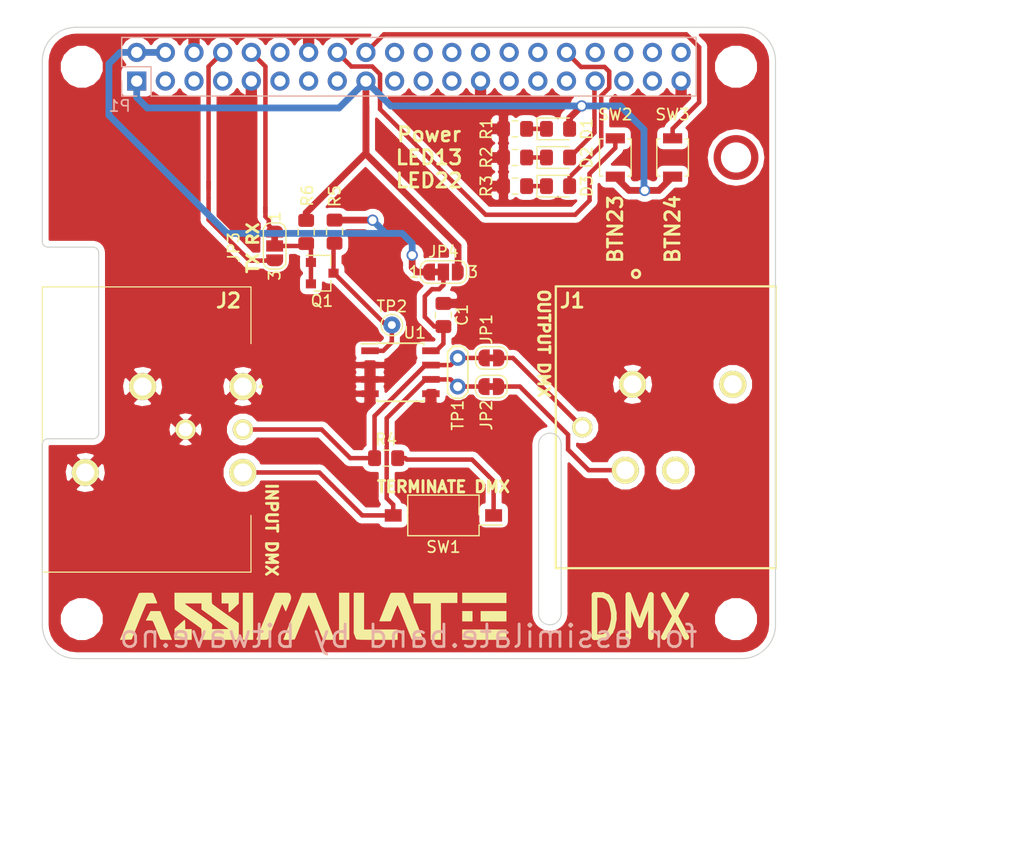
<source format=kicad_pcb>
(kicad_pcb (version 20171130) (host pcbnew "(5.0.2)-1")

  (general
    (thickness 1.6)
    (drawings 48)
    (tracks 148)
    (zones 0)
    (modules 31)
    (nets 43)
  )

  (page A3)
  (title_block
    (date "15 nov 2012")
  )

  (layers
    (0 F.Cu signal)
    (31 B.Cu signal)
    (32 B.Adhes user hide)
    (33 F.Adhes user hide)
    (34 B.Paste user hide)
    (35 F.Paste user hide)
    (36 B.SilkS user)
    (37 F.SilkS user)
    (38 B.Mask user)
    (39 F.Mask user)
    (40 Dwgs.User user)
    (41 Cmts.User user)
    (42 Eco1.User user)
    (43 Eco2.User user)
    (44 Edge.Cuts user)
  )

  (setup
    (last_trace_width 0.4)
    (trace_clearance 0.2)
    (zone_clearance 0.508)
    (zone_45_only no)
    (trace_min 0.1524)
    (segment_width 0.1)
    (edge_width 0.1)
    (via_size 0.9)
    (via_drill 0.6)
    (via_min_size 0.8)
    (via_min_drill 0.5)
    (uvia_size 0.5)
    (uvia_drill 0.1)
    (uvias_allowed no)
    (uvia_min_size 0.5)
    (uvia_min_drill 0.1)
    (pcb_text_width 0.3)
    (pcb_text_size 1 1)
    (mod_edge_width 0.15)
    (mod_text_size 1 1)
    (mod_text_width 0.15)
    (pad_size 2.7 2.7)
    (pad_drill 2.7)
    (pad_to_mask_clearance 0)
    (solder_mask_min_width 0.25)
    (aux_axis_origin 200 150)
    (grid_origin 200 150)
    (visible_elements 7FFFFFFF)
    (pcbplotparams
      (layerselection 0x010f0_ffffffff)
      (usegerberextensions false)
      (usegerberattributes true)
      (usegerberadvancedattributes false)
      (creategerberjobfile false)
      (excludeedgelayer true)
      (linewidth 0.150000)
      (plotframeref false)
      (viasonmask false)
      (mode 1)
      (useauxorigin false)
      (hpglpennumber 1)
      (hpglpenspeed 20)
      (hpglpendiameter 15.000000)
      (psnegative false)
      (psa4output false)
      (plotreference true)
      (plotvalue true)
      (plotinvisibletext false)
      (padsonsilk false)
      (subtractmaskfromsilk false)
      (outputformat 1)
      (mirror false)
      (drillshape 0)
      (scaleselection 1)
      (outputdirectory "plots/"))
  )

  (net 0 "")
  (net 1 +3V3)
  (net 2 +5V)
  (net 3 GND)
  (net 4 /ID_SD)
  (net 5 /ID_SC)
  (net 6 /GPIO5)
  (net 7 /GPIO6)
  (net 8 /GPIO26)
  (net 9 "/GPIO2(SDA1)")
  (net 10 "/GPIO3(SCL1)")
  (net 11 "/GPIO4(GCLK)")
  (net 12 "/GPIO14(TXD0)")
  (net 13 "/GPIO15(RXD0)")
  (net 14 "/GPIO17(GEN0)")
  (net 15 "/GPIO27(GEN2)")
  (net 16 "/GPIO22(GEN3)")
  (net 17 "/GPIO23(GEN4)")
  (net 18 "/GPIO24(GEN5)")
  (net 19 "/GPIO25(GEN6)")
  (net 20 "/GPIO18(GEN1)(PWM0)")
  (net 21 "/GPIO10(SPI0_MOSI)")
  (net 22 "/GPIO9(SPI0_MISO)")
  (net 23 "/GPIO11(SPI0_SCK)")
  (net 24 "/GPIO8(SPI0_CE_N)")
  (net 25 "/GPIO7(SPI1_CE_N)")
  (net 26 "/GPIO12(PWM0)")
  (net 27 "/GPIO13(PWM1)")
  (net 28 "/GPIO19(SPI1_MISO)")
  (net 29 /GPIO16)
  (net 30 "/GPIO20(SPI1_MOSI)")
  (net 31 "/GPIO21(SPI1_SCK)")
  (net 32 "Net-(D1-Pad1)")
  (net 33 "Net-(D2-Pad1)")
  (net 34 "Net-(D3-Pad1)")
  (net 35 "Net-(J1-Pad2)")
  (net 36 "Net-(J1-Pad3)")
  (net 37 /D-)
  (net 38 /D+)
  (net 39 /RX)
  (net 40 "Net-(R4-Pad2)")
  (net 41 "Net-(C1-Pad2)")
  (net 42 "Net-(Q1-Pad3)")

  (net_class Default "This is the default net class."
    (clearance 0.2)
    (trace_width 0.4)
    (via_dia 0.9)
    (via_drill 0.6)
    (uvia_dia 0.5)
    (uvia_drill 0.1)
    (add_net /D+)
    (add_net /D-)
    (add_net "/GPIO10(SPI0_MOSI)")
    (add_net "/GPIO11(SPI0_SCK)")
    (add_net "/GPIO12(PWM0)")
    (add_net "/GPIO13(PWM1)")
    (add_net "/GPIO14(TXD0)")
    (add_net "/GPIO15(RXD0)")
    (add_net /GPIO16)
    (add_net "/GPIO17(GEN0)")
    (add_net "/GPIO18(GEN1)(PWM0)")
    (add_net "/GPIO19(SPI1_MISO)")
    (add_net "/GPIO2(SDA1)")
    (add_net "/GPIO20(SPI1_MOSI)")
    (add_net "/GPIO21(SPI1_SCK)")
    (add_net "/GPIO22(GEN3)")
    (add_net "/GPIO23(GEN4)")
    (add_net "/GPIO24(GEN5)")
    (add_net "/GPIO25(GEN6)")
    (add_net /GPIO26)
    (add_net "/GPIO27(GEN2)")
    (add_net "/GPIO3(SCL1)")
    (add_net "/GPIO4(GCLK)")
    (add_net /GPIO5)
    (add_net /GPIO6)
    (add_net "/GPIO7(SPI1_CE_N)")
    (add_net "/GPIO8(SPI0_CE_N)")
    (add_net "/GPIO9(SPI0_MISO)")
    (add_net /ID_SC)
    (add_net /ID_SD)
    (add_net /RX)
    (add_net "Net-(C1-Pad2)")
    (add_net "Net-(D1-Pad1)")
    (add_net "Net-(D2-Pad1)")
    (add_net "Net-(D3-Pad1)")
    (add_net "Net-(J1-Pad2)")
    (add_net "Net-(J1-Pad3)")
    (add_net "Net-(Q1-Pad3)")
    (add_net "Net-(R4-Pad2)")
  )

  (net_class Power ""
    (clearance 0.2)
    (trace_width 0.6)
    (via_dia 1)
    (via_drill 0.7)
    (uvia_dia 0.5)
    (uvia_drill 0.1)
    (add_net +3V3)
    (add_net +5V)
    (add_net GND)
  )

  (module Connector_PinSocket_2.54mm:PinSocket_2x20_P2.54mm_Vertical (layer B.Cu) (tedit 5A19A433) (tstamp 5A793E9F)
    (at 208.37 98.77 270)
    (descr "Through hole straight socket strip, 2x20, 2.54mm pitch, double cols (from Kicad 4.0.7), script generated")
    (tags "Through hole socket strip THT 2x20 2.54mm double row")
    (path /59AD464A)
    (fp_text reference P1 (at 2.208 1.512) (layer B.SilkS)
      (effects (font (size 1 1) (thickness 0.15)) (justify mirror))
    )
    (fp_text value Conn_02x20_Odd_Even (at -1.27 -51.03 270) (layer B.Fab)
      (effects (font (size 1 1) (thickness 0.15)) (justify mirror))
    )
    (fp_line (start -3.81 1.27) (end 0.27 1.27) (layer B.Fab) (width 0.1))
    (fp_line (start 0.27 1.27) (end 1.27 0.27) (layer B.Fab) (width 0.1))
    (fp_line (start 1.27 0.27) (end 1.27 -49.53) (layer B.Fab) (width 0.1))
    (fp_line (start 1.27 -49.53) (end -3.81 -49.53) (layer B.Fab) (width 0.1))
    (fp_line (start -3.81 -49.53) (end -3.81 1.27) (layer B.Fab) (width 0.1))
    (fp_line (start -3.87 1.33) (end -1.27 1.33) (layer B.SilkS) (width 0.12))
    (fp_line (start -3.87 1.33) (end -3.87 -49.59) (layer B.SilkS) (width 0.12))
    (fp_line (start -3.87 -49.59) (end 1.33 -49.59) (layer B.SilkS) (width 0.12))
    (fp_line (start 1.33 -1.27) (end 1.33 -49.59) (layer B.SilkS) (width 0.12))
    (fp_line (start -1.27 -1.27) (end 1.33 -1.27) (layer B.SilkS) (width 0.12))
    (fp_line (start -1.27 1.33) (end -1.27 -1.27) (layer B.SilkS) (width 0.12))
    (fp_line (start 1.33 1.33) (end 1.33 0) (layer B.SilkS) (width 0.12))
    (fp_line (start 0 1.33) (end 1.33 1.33) (layer B.SilkS) (width 0.12))
    (fp_line (start -4.34 1.8) (end 1.76 1.8) (layer B.CrtYd) (width 0.05))
    (fp_line (start 1.76 1.8) (end 1.76 -50) (layer B.CrtYd) (width 0.05))
    (fp_line (start 1.76 -50) (end -4.34 -50) (layer B.CrtYd) (width 0.05))
    (fp_line (start -4.34 -50) (end -4.34 1.8) (layer B.CrtYd) (width 0.05))
    (fp_text user %R (at -1.27 -24.13 180) (layer B.Fab)
      (effects (font (size 1 1) (thickness 0.15)) (justify mirror))
    )
    (pad 1 thru_hole rect (at 0 0 270) (size 1.7 1.7) (drill 1) (layers *.Cu *.Mask)
      (net 1 +3V3))
    (pad 2 thru_hole oval (at -2.54 0 270) (size 1.7 1.7) (drill 1) (layers *.Cu *.Mask)
      (net 2 +5V))
    (pad 3 thru_hole oval (at 0 -2.54 270) (size 1.7 1.7) (drill 1) (layers *.Cu *.Mask)
      (net 9 "/GPIO2(SDA1)"))
    (pad 4 thru_hole oval (at -2.54 -2.54 270) (size 1.7 1.7) (drill 1) (layers *.Cu *.Mask)
      (net 2 +5V))
    (pad 5 thru_hole oval (at 0 -5.08 270) (size 1.7 1.7) (drill 1) (layers *.Cu *.Mask)
      (net 10 "/GPIO3(SCL1)"))
    (pad 6 thru_hole oval (at -2.54 -5.08 270) (size 1.7 1.7) (drill 1) (layers *.Cu *.Mask)
      (net 3 GND))
    (pad 7 thru_hole oval (at 0 -7.62 270) (size 1.7 1.7) (drill 1) (layers *.Cu *.Mask)
      (net 11 "/GPIO4(GCLK)"))
    (pad 8 thru_hole oval (at -2.54 -7.62 270) (size 1.7 1.7) (drill 1) (layers *.Cu *.Mask)
      (net 12 "/GPIO14(TXD0)"))
    (pad 9 thru_hole oval (at 0 -10.16 270) (size 1.7 1.7) (drill 1) (layers *.Cu *.Mask)
      (net 3 GND))
    (pad 10 thru_hole oval (at -2.54 -10.16 270) (size 1.7 1.7) (drill 1) (layers *.Cu *.Mask)
      (net 13 "/GPIO15(RXD0)"))
    (pad 11 thru_hole oval (at 0 -12.7 270) (size 1.7 1.7) (drill 1) (layers *.Cu *.Mask)
      (net 14 "/GPIO17(GEN0)"))
    (pad 12 thru_hole oval (at -2.54 -12.7 270) (size 1.7 1.7) (drill 1) (layers *.Cu *.Mask)
      (net 20 "/GPIO18(GEN1)(PWM0)"))
    (pad 13 thru_hole oval (at 0 -15.24 270) (size 1.7 1.7) (drill 1) (layers *.Cu *.Mask)
      (net 15 "/GPIO27(GEN2)"))
    (pad 14 thru_hole oval (at -2.54 -15.24 270) (size 1.7 1.7) (drill 1) (layers *.Cu *.Mask)
      (net 3 GND))
    (pad 15 thru_hole oval (at 0 -17.78 270) (size 1.7 1.7) (drill 1) (layers *.Cu *.Mask)
      (net 16 "/GPIO22(GEN3)"))
    (pad 16 thru_hole oval (at -2.54 -17.78 270) (size 1.7 1.7) (drill 1) (layers *.Cu *.Mask)
      (net 17 "/GPIO23(GEN4)"))
    (pad 17 thru_hole oval (at 0 -20.32 270) (size 1.7 1.7) (drill 1) (layers *.Cu *.Mask)
      (net 1 +3V3))
    (pad 18 thru_hole oval (at -2.54 -20.32 270) (size 1.7 1.7) (drill 1) (layers *.Cu *.Mask)
      (net 18 "/GPIO24(GEN5)"))
    (pad 19 thru_hole oval (at 0 -22.86 270) (size 1.7 1.7) (drill 1) (layers *.Cu *.Mask)
      (net 21 "/GPIO10(SPI0_MOSI)"))
    (pad 20 thru_hole oval (at -2.54 -22.86 270) (size 1.7 1.7) (drill 1) (layers *.Cu *.Mask)
      (net 3 GND))
    (pad 21 thru_hole oval (at 0 -25.4 270) (size 1.7 1.7) (drill 1) (layers *.Cu *.Mask)
      (net 22 "/GPIO9(SPI0_MISO)"))
    (pad 22 thru_hole oval (at -2.54 -25.4 270) (size 1.7 1.7) (drill 1) (layers *.Cu *.Mask)
      (net 19 "/GPIO25(GEN6)"))
    (pad 23 thru_hole oval (at 0 -27.94 270) (size 1.7 1.7) (drill 1) (layers *.Cu *.Mask)
      (net 23 "/GPIO11(SPI0_SCK)"))
    (pad 24 thru_hole oval (at -2.54 -27.94 270) (size 1.7 1.7) (drill 1) (layers *.Cu *.Mask)
      (net 24 "/GPIO8(SPI0_CE_N)"))
    (pad 25 thru_hole oval (at 0 -30.48 270) (size 1.7 1.7) (drill 1) (layers *.Cu *.Mask)
      (net 3 GND))
    (pad 26 thru_hole oval (at -2.54 -30.48 270) (size 1.7 1.7) (drill 1) (layers *.Cu *.Mask)
      (net 25 "/GPIO7(SPI1_CE_N)"))
    (pad 27 thru_hole oval (at 0 -33.02 270) (size 1.7 1.7) (drill 1) (layers *.Cu *.Mask)
      (net 4 /ID_SD))
    (pad 28 thru_hole oval (at -2.54 -33.02 270) (size 1.7 1.7) (drill 1) (layers *.Cu *.Mask)
      (net 5 /ID_SC))
    (pad 29 thru_hole oval (at 0 -35.56 270) (size 1.7 1.7) (drill 1) (layers *.Cu *.Mask)
      (net 6 /GPIO5))
    (pad 30 thru_hole oval (at -2.54 -35.56 270) (size 1.7 1.7) (drill 1) (layers *.Cu *.Mask)
      (net 3 GND))
    (pad 31 thru_hole oval (at 0 -38.1 270) (size 1.7 1.7) (drill 1) (layers *.Cu *.Mask)
      (net 7 /GPIO6))
    (pad 32 thru_hole oval (at -2.54 -38.1 270) (size 1.7 1.7) (drill 1) (layers *.Cu *.Mask)
      (net 26 "/GPIO12(PWM0)"))
    (pad 33 thru_hole oval (at 0 -40.64 270) (size 1.7 1.7) (drill 1) (layers *.Cu *.Mask)
      (net 27 "/GPIO13(PWM1)"))
    (pad 34 thru_hole oval (at -2.54 -40.64 270) (size 1.7 1.7) (drill 1) (layers *.Cu *.Mask)
      (net 3 GND))
    (pad 35 thru_hole oval (at 0 -43.18 270) (size 1.7 1.7) (drill 1) (layers *.Cu *.Mask)
      (net 28 "/GPIO19(SPI1_MISO)"))
    (pad 36 thru_hole oval (at -2.54 -43.18 270) (size 1.7 1.7) (drill 1) (layers *.Cu *.Mask)
      (net 29 /GPIO16))
    (pad 37 thru_hole oval (at 0 -45.72 270) (size 1.7 1.7) (drill 1) (layers *.Cu *.Mask)
      (net 8 /GPIO26))
    (pad 38 thru_hole oval (at -2.54 -45.72 270) (size 1.7 1.7) (drill 1) (layers *.Cu *.Mask)
      (net 30 "/GPIO20(SPI1_MOSI)"))
    (pad 39 thru_hole oval (at 0 -48.26 270) (size 1.7 1.7) (drill 1) (layers *.Cu *.Mask)
      (net 3 GND))
    (pad 40 thru_hole oval (at -2.54 -48.26 270) (size 1.7 1.7) (drill 1) (layers *.Cu *.Mask)
      (net 31 "/GPIO21(SPI1_SCK)"))
    (model ${KISYS3DMOD}/Connector_PinSocket_2.54mm.3dshapes/PinSocket_2x20_P2.54mm_Vertical.wrl
      (at (xyz 0 0 0))
      (scale (xyz 1 1 1))
      (rotate (xyz 0 0 0))
    )
  )

  (module MountingHole:MountingHole_2.7mm_M2.5 (layer F.Cu) (tedit 5C50E5E9) (tstamp 5A793E98)
    (at 261.5 146.5)
    (descr "Mounting Hole 2.7mm, no annular, M2.5")
    (tags "mounting hole 2.7mm no annular m2.5")
    (path /5834FC4F)
    (attr virtual)
    (fp_text reference MK4 (at 0 -3.7) (layer F.SilkS) hide
      (effects (font (size 1 1) (thickness 0.15)))
    )
    (fp_text value M2.5 (at 0 3.7) (layer F.Fab)
      (effects (font (size 1 1) (thickness 0.15)))
    )
    (fp_text user %R (at 0.3 0) (layer F.Fab)
      (effects (font (size 1 1) (thickness 0.15)))
    )
    (fp_circle (center 0 0) (end 2.7 0) (layer Cmts.User) (width 0.15))
    (fp_circle (center 0 0) (end 2.95 0) (layer F.CrtYd) (width 0.05))
    (pad 1 np_thru_hole circle (at 0 0) (size 2.7 2.7) (drill 2.7) (layers *.Cu *.Mask))
  )

  (module MountingHole:MountingHole_2.7mm_M2.5 (layer F.Cu) (tedit 5C50E5E6) (tstamp 5A793E91)
    (at 203.5 146.5)
    (descr "Mounting Hole 2.7mm, no annular, M2.5")
    (tags "mounting hole 2.7mm no annular m2.5")
    (path /5834FBEF)
    (attr virtual)
    (fp_text reference MK3 (at 0 -3.7) (layer F.SilkS) hide
      (effects (font (size 1 1) (thickness 0.15)))
    )
    (fp_text value M2.5 (at 0 3.7) (layer F.Fab)
      (effects (font (size 1 1) (thickness 0.15)))
    )
    (fp_circle (center 0 0) (end 2.95 0) (layer F.CrtYd) (width 0.05))
    (fp_circle (center 0 0) (end 2.7 0) (layer Cmts.User) (width 0.15))
    (fp_text user %R (at 0.3 0) (layer F.Fab)
      (effects (font (size 1 1) (thickness 0.15)))
    )
    (pad 1 np_thru_hole circle (at 0 0) (size 2.7 2.7) (drill 2.7) (layers *.Cu *.Mask))
  )

  (module MountingHole:MountingHole_2.7mm_M2.5 (layer F.Cu) (tedit 5C50E5BA) (tstamp 5A793E8A)
    (at 261.5 97.5 180)
    (descr "Mounting Hole 2.7mm, no annular, M2.5")
    (tags "mounting hole 2.7mm no annular m2.5")
    (path /5834FC19)
    (attr virtual)
    (fp_text reference MK2 (at 0 -3.7 180) (layer F.SilkS) hide
      (effects (font (size 1 1) (thickness 0.15)))
    )
    (fp_text value M2.5 (at 0 3.7 180) (layer F.Fab)
      (effects (font (size 1 1) (thickness 0.15)))
    )
    (fp_text user %R (at 0.3 0 180) (layer F.Fab)
      (effects (font (size 1 1) (thickness 0.15)))
    )
    (fp_circle (center 0 0) (end 2.7 0) (layer Cmts.User) (width 0.15))
    (fp_circle (center 0 0) (end 2.95 0) (layer F.CrtYd) (width 0.05))
    (pad "" np_thru_hole circle (at 0 0 180) (size 2.7 2.7) (drill 2.7) (layers *.Cu *.Mask))
  )

  (module MountingHole:MountingHole_2.7mm_M2.5 (layer F.Cu) (tedit 5C50E5BF) (tstamp 5A793E83)
    (at 203.5 97.5 180)
    (descr "Mounting Hole 2.7mm, no annular, M2.5")
    (tags "mounting hole 2.7mm no annular m2.5")
    (path /5834FB2E)
    (attr virtual)
    (fp_text reference MK1 (at 0 -3.7 180) (layer F.SilkS) hide
      (effects (font (size 1 1) (thickness 0.15)))
    )
    (fp_text value M2.5 (at 0 3.7 180) (layer F.Fab)
      (effects (font (size 1 1) (thickness 0.15)))
    )
    (fp_circle (center 0 0) (end 2.95 0) (layer F.CrtYd) (width 0.05))
    (fp_circle (center 0 0) (end 2.7 0) (layer Cmts.User) (width 0.15))
    (fp_text user %R (at 0.3 0 180) (layer F.Fab)
      (effects (font (size 1 1) (thickness 0.15)))
    )
    (pad "" np_thru_hole circle (at 0 0 180) (size 2.7 2.7) (drill 2.7) (layers *.Cu *.Mask))
  )

  (module LED_SMD:LED_0805_2012Metric_Pad1.15x1.40mm_HandSolder (layer F.Cu) (tedit 5B4B45C9) (tstamp 5C5D4488)
    (at 245.72 103.01)
    (descr "LED SMD 0805 (2012 Metric), square (rectangular) end terminal, IPC_7351 nominal, (Body size source: https://docs.google.com/spreadsheets/d/1BsfQQcO9C6DZCsRaXUlFlo91Tg2WpOkGARC1WS5S8t0/edit?usp=sharing), generated with kicad-footprint-generator")
    (tags "LED handsolder")
    (path /5C55D10B)
    (attr smd)
    (fp_text reference D1 (at 2.54 0 90) (layer F.SilkS)
      (effects (font (size 1 1) (thickness 0.15)))
    )
    (fp_text value LED (at 0 1.65) (layer F.Fab)
      (effects (font (size 1 1) (thickness 0.15)))
    )
    (fp_line (start 1 -0.6) (end -0.7 -0.6) (layer F.Fab) (width 0.1))
    (fp_line (start -0.7 -0.6) (end -1 -0.3) (layer F.Fab) (width 0.1))
    (fp_line (start -1 -0.3) (end -1 0.6) (layer F.Fab) (width 0.1))
    (fp_line (start -1 0.6) (end 1 0.6) (layer F.Fab) (width 0.1))
    (fp_line (start 1 0.6) (end 1 -0.6) (layer F.Fab) (width 0.1))
    (fp_line (start 1 -0.96) (end -1.86 -0.96) (layer F.SilkS) (width 0.12))
    (fp_line (start -1.86 -0.96) (end -1.86 0.96) (layer F.SilkS) (width 0.12))
    (fp_line (start -1.86 0.96) (end 1 0.96) (layer F.SilkS) (width 0.12))
    (fp_line (start -1.85 0.95) (end -1.85 -0.95) (layer F.CrtYd) (width 0.05))
    (fp_line (start -1.85 -0.95) (end 1.85 -0.95) (layer F.CrtYd) (width 0.05))
    (fp_line (start 1.85 -0.95) (end 1.85 0.95) (layer F.CrtYd) (width 0.05))
    (fp_line (start 1.85 0.95) (end -1.85 0.95) (layer F.CrtYd) (width 0.05))
    (fp_text user %R (at 0 0) (layer F.Fab)
      (effects (font (size 0.5 0.5) (thickness 0.08)))
    )
    (pad 1 smd roundrect (at -1.025 0) (size 1.15 1.4) (layers F.Cu F.Paste F.Mask) (roundrect_rratio 0.217391)
      (net 32 "Net-(D1-Pad1)"))
    (pad 2 smd roundrect (at 1.025 0) (size 1.15 1.4) (layers F.Cu F.Paste F.Mask) (roundrect_rratio 0.217391)
      (net 1 +3V3))
    (model ${KISYS3DMOD}/LED_SMD.3dshapes/LED_0805_2012Metric.wrl
      (at (xyz 0 0 0))
      (scale (xyz 1 1 1))
      (rotate (xyz 0 0 0))
    )
  )

  (module LED_SMD:LED_0805_2012Metric_Pad1.15x1.40mm_HandSolder (layer F.Cu) (tedit 5B4B45C9) (tstamp 5C5D449B)
    (at 245.72 105.55)
    (descr "LED SMD 0805 (2012 Metric), square (rectangular) end terminal, IPC_7351 nominal, (Body size source: https://docs.google.com/spreadsheets/d/1BsfQQcO9C6DZCsRaXUlFlo91Tg2WpOkGARC1WS5S8t0/edit?usp=sharing), generated with kicad-footprint-generator")
    (tags "LED handsolder")
    (path /5C563927)
    (attr smd)
    (fp_text reference D2 (at 2.54 0 90) (layer F.SilkS)
      (effects (font (size 1 1) (thickness 0.15)))
    )
    (fp_text value LED (at 0 1.65) (layer F.Fab)
      (effects (font (size 1 1) (thickness 0.15)))
    )
    (fp_text user %R (at 0 0) (layer F.Fab)
      (effects (font (size 0.5 0.5) (thickness 0.08)))
    )
    (fp_line (start 1.85 0.95) (end -1.85 0.95) (layer F.CrtYd) (width 0.05))
    (fp_line (start 1.85 -0.95) (end 1.85 0.95) (layer F.CrtYd) (width 0.05))
    (fp_line (start -1.85 -0.95) (end 1.85 -0.95) (layer F.CrtYd) (width 0.05))
    (fp_line (start -1.85 0.95) (end -1.85 -0.95) (layer F.CrtYd) (width 0.05))
    (fp_line (start -1.86 0.96) (end 1 0.96) (layer F.SilkS) (width 0.12))
    (fp_line (start -1.86 -0.96) (end -1.86 0.96) (layer F.SilkS) (width 0.12))
    (fp_line (start 1 -0.96) (end -1.86 -0.96) (layer F.SilkS) (width 0.12))
    (fp_line (start 1 0.6) (end 1 -0.6) (layer F.Fab) (width 0.1))
    (fp_line (start -1 0.6) (end 1 0.6) (layer F.Fab) (width 0.1))
    (fp_line (start -1 -0.3) (end -1 0.6) (layer F.Fab) (width 0.1))
    (fp_line (start -0.7 -0.6) (end -1 -0.3) (layer F.Fab) (width 0.1))
    (fp_line (start 1 -0.6) (end -0.7 -0.6) (layer F.Fab) (width 0.1))
    (pad 2 smd roundrect (at 1.025 0) (size 1.15 1.4) (layers F.Cu F.Paste F.Mask) (roundrect_rratio 0.217391)
      (net 27 "/GPIO13(PWM1)"))
    (pad 1 smd roundrect (at -1.025 0) (size 1.15 1.4) (layers F.Cu F.Paste F.Mask) (roundrect_rratio 0.217391)
      (net 33 "Net-(D2-Pad1)"))
    (model ${KISYS3DMOD}/LED_SMD.3dshapes/LED_0805_2012Metric.wrl
      (at (xyz 0 0 0))
      (scale (xyz 1 1 1))
      (rotate (xyz 0 0 0))
    )
  )

  (module LED_SMD:LED_0805_2012Metric_Pad1.15x1.40mm_HandSolder (layer F.Cu) (tedit 5B4B45C9) (tstamp 5C5D44AE)
    (at 245.72 108.09)
    (descr "LED SMD 0805 (2012 Metric), square (rectangular) end terminal, IPC_7351 nominal, (Body size source: https://docs.google.com/spreadsheets/d/1BsfQQcO9C6DZCsRaXUlFlo91Tg2WpOkGARC1WS5S8t0/edit?usp=sharing), generated with kicad-footprint-generator")
    (tags "LED handsolder")
    (path /5C565DA5)
    (attr smd)
    (fp_text reference D3 (at 2.54 0 90) (layer F.SilkS)
      (effects (font (size 1 1) (thickness 0.15)))
    )
    (fp_text value LED (at 0 1.65) (layer F.Fab)
      (effects (font (size 1 1) (thickness 0.15)))
    )
    (fp_line (start 1 -0.6) (end -0.7 -0.6) (layer F.Fab) (width 0.1))
    (fp_line (start -0.7 -0.6) (end -1 -0.3) (layer F.Fab) (width 0.1))
    (fp_line (start -1 -0.3) (end -1 0.6) (layer F.Fab) (width 0.1))
    (fp_line (start -1 0.6) (end 1 0.6) (layer F.Fab) (width 0.1))
    (fp_line (start 1 0.6) (end 1 -0.6) (layer F.Fab) (width 0.1))
    (fp_line (start 1 -0.96) (end -1.86 -0.96) (layer F.SilkS) (width 0.12))
    (fp_line (start -1.86 -0.96) (end -1.86 0.96) (layer F.SilkS) (width 0.12))
    (fp_line (start -1.86 0.96) (end 1 0.96) (layer F.SilkS) (width 0.12))
    (fp_line (start -1.85 0.95) (end -1.85 -0.95) (layer F.CrtYd) (width 0.05))
    (fp_line (start -1.85 -0.95) (end 1.85 -0.95) (layer F.CrtYd) (width 0.05))
    (fp_line (start 1.85 -0.95) (end 1.85 0.95) (layer F.CrtYd) (width 0.05))
    (fp_line (start 1.85 0.95) (end -1.85 0.95) (layer F.CrtYd) (width 0.05))
    (fp_text user %R (at 0 0) (layer F.Fab)
      (effects (font (size 0.5 0.5) (thickness 0.08)))
    )
    (pad 1 smd roundrect (at -1.025 0) (size 1.15 1.4) (layers F.Cu F.Paste F.Mask) (roundrect_rratio 0.217391)
      (net 34 "Net-(D3-Pad1)"))
    (pad 2 smd roundrect (at 1.025 0) (size 1.15 1.4) (layers F.Cu F.Paste F.Mask) (roundrect_rratio 0.217391)
      (net 26 "/GPIO12(PWM0)"))
    (model ${KISYS3DMOD}/LED_SMD.3dshapes/LED_0805_2012Metric.wrl
      (at (xyz 0 0 0))
      (scale (xyz 1 1 1))
      (rotate (xyz 0 0 0))
    )
  )

  (module SamacSys_Parts:NC3FAAH1 (layer F.Cu) (tedit 5C50A65C) (tstamp 5C5D4AE2)
    (at 265.024 116.98 270)
    (descr NC3FAAH1)
    (tags Connector)
    (path /5C592AF0)
    (fp_text reference J1 (at 1.27 18.034) (layer F.SilkS)
      (effects (font (size 1.27 1.27) (thickness 0.254)))
    )
    (fp_text value NC3FAAH1 (at 10.766 8.852 270) (layer F.SilkS) hide
      (effects (font (size 1.27 1.27) (thickness 0.254)))
    )
    (fp_circle (center -1.106 12.388) (end -1.43993 12.388) (layer F.SilkS) (width 0.254))
    (fp_line (start 0 19.5) (end 0 0) (layer F.SilkS) (width 0.2))
    (fp_line (start 25 19.5) (end 0 19.5) (layer F.SilkS) (width 0.2))
    (fp_line (start 25 0) (end 25 19.5) (layer F.SilkS) (width 0.2))
    (fp_line (start 0 0) (end 25 0) (layer F.SilkS) (width 0.2))
    (fp_line (start 0 19.5) (end 0 0) (layer Dwgs.User) (width 0.2))
    (fp_line (start 25 19.5) (end 0 19.5) (layer Dwgs.User) (width 0.2))
    (fp_line (start 25 0) (end 25 19.5) (layer Dwgs.User) (width 0.2))
    (fp_line (start 0 0) (end 25 0) (layer Dwgs.User) (width 0.2))
    (pad 5 thru_hole circle (at 8.69 3.81) (size 2.4 2.4) (drill 1.6) (layers *.Cu *.Mask F.SilkS))
    (pad 4 thru_hole circle (at 16.31 8.89) (size 2.4 2.4) (drill 1.6) (layers *.Cu *.Mask F.SilkS))
    (pad 3 thru_hole circle (at 12.5 17.15) (size 1.8 1.8) (drill 1.2) (layers *.Cu *.Mask F.SilkS)
      (net 36 "Net-(J1-Pad3)"))
    (pad 2 thru_hole circle (at 16.31 13.335) (size 2.4 2.4) (drill 1.6) (layers *.Cu *.Mask F.SilkS)
      (net 35 "Net-(J1-Pad2)"))
    (pad 1 thru_hole circle (at 8.69 12.7) (size 2.4 2.4) (drill 1.6) (layers *.Cu *.Mask F.SilkS)
      (net 3 GND))
    (model "D:/Alexander/KiCAD_lib/3d/Neutrik NC3FAH2.stp"
      (offset (xyz 12.5 0 0))
      (scale (xyz 1 1 1))
      (rotate (xyz -90 0 0))
    )
  )

  (module SamacSys_Parts:NC3MAAH (layer F.Cu) (tedit 5C50A6C8) (tstamp 5C5D57F6)
    (at 217.78 125.87 90)
    (descr NC3MAAH-2)
    (tags Connector)
    (path /5C57CF33)
    (fp_text reference J2 (at 7.62 -1.27 180) (layer F.SilkS)
      (effects (font (size 1.27 1.27) (thickness 0.254)))
    )
    (fp_text value NC3MAAH (at -3.81 -9.39 90) (layer F.SilkS) hide
      (effects (font (size 1.27 1.27) (thickness 0.254)))
    )
    (fp_arc (start 0 1.6) (end 0.1 1.6) (angle 180) (layer F.SilkS) (width 0.2))
    (fp_arc (start 0 1.6) (end -0.1 1.6) (angle 180) (layer F.SilkS) (width 0.2))
    (fp_line (start 0.1 1.6) (end 0.1 1.6) (layer F.SilkS) (width 0.2))
    (fp_line (start -0.1 1.6) (end -0.1 1.6) (layer F.SilkS) (width 0.2))
    (fp_line (start 8.84 0.72) (end 3.81 0.72) (layer F.SilkS) (width 0.1))
    (fp_line (start 8.84 -17.78) (end 8.84 0.72) (layer F.SilkS) (width 0.1))
    (fp_line (start -16.46 -17.78) (end 8.84 -17.78) (layer F.SilkS) (width 0.1))
    (fp_line (start -16.46 0.72) (end -16.46 -17.78) (layer F.SilkS) (width 0.1))
    (fp_line (start -11.43 0.72) (end -16.46 0.72) (layer F.SilkS) (width 0.1))
    (fp_line (start 7.19 -20.48) (end 7.19 -17.78) (layer Dwgs.User) (width 0.2))
    (fp_line (start -14.81 -20.48) (end 7.19 -20.48) (layer Dwgs.User) (width 0.2))
    (fp_line (start -14.81 -17.78) (end -14.81 -20.48) (layer Dwgs.User) (width 0.2))
    (fp_line (start -17.46 2.7) (end -17.46 -21.48) (layer Dwgs.User) (width 0.1))
    (fp_line (start 9.84 2.7) (end -17.46 2.7) (layer Dwgs.User) (width 0.1))
    (fp_line (start 9.84 -21.48) (end 9.84 2.7) (layer Dwgs.User) (width 0.1))
    (fp_line (start -17.46 -21.48) (end 9.84 -21.48) (layer Dwgs.User) (width 0.1))
    (fp_line (start -16.46 0.72) (end -16.46 -17.78) (layer Dwgs.User) (width 0.2))
    (fp_line (start 8.84 0.72) (end -16.46 0.72) (layer Dwgs.User) (width 0.2))
    (fp_line (start 8.84 -17.78) (end 8.84 0.72) (layer Dwgs.User) (width 0.2))
    (fp_line (start -16.46 -17.78) (end 8.84 -17.78) (layer Dwgs.User) (width 0.2))
    (pad MH2 thru_hole circle (at -7.62 -13.97 180) (size 2.4 2.4) (drill 1.6) (layers *.Cu *.Mask F.SilkS)
      (net 3 GND))
    (pad MH1 thru_hole circle (at 0 -8.89 180) (size 2.4 2.4) (drill 1.6) (layers *.Cu *.Mask F.SilkS)
      (net 3 GND))
    (pad 4 thru_hole circle (at -3.81 -5.08 180) (size 1.8 1.8) (drill 1.2) (layers *.Cu *.Mask F.SilkS)
      (net 3 GND))
    (pad 3 thru_hole circle (at -3.81 0 180) (size 1.8 1.8) (drill 1.2) (layers *.Cu *.Mask F.SilkS)
      (net 38 /D+))
    (pad 2 thru_hole circle (at -7.62 0 180) (size 2.4 2.4) (drill 1.6) (layers *.Cu *.Mask F.SilkS)
      (net 37 /D-))
    (pad 1 thru_hole circle (at 0 0 180) (size 2.4 2.4) (drill 1.6) (layers *.Cu *.Mask F.SilkS)
      (net 3 GND))
    (model "D:/Alexander/KiCAD_lib/3d/Neutrik NC3MAH-0.STEP"
      (offset (xyz -3.8 17.8 0))
      (scale (xyz 1 1 1))
      (rotate (xyz -90 0 180))
    )
  )

  (module Jumper:SolderJumper-2_P1.3mm_Bridged_RoundedPad1.0x1.5mm (layer F.Cu) (tedit 5B391ABA) (tstamp 5C5D5934)
    (at 239.8145 123.33)
    (descr "SMD Solder Jumper, 1x1.5mm, rounded Pads, 0.3mm gap, bridged with 1 copper strip")
    (tags "solder jumper open")
    (path /5C523392)
    (attr virtual)
    (fp_text reference JP1 (at -0.4445 -2.54 90) (layer F.SilkS)
      (effects (font (size 1 1) (thickness 0.15)))
    )
    (fp_text value SolderJumper_2_Bridged (at 0 1.9) (layer F.Fab)
      (effects (font (size 1 1) (thickness 0.15)))
    )
    (fp_arc (start 0.7 -0.3) (end 1.4 -0.3) (angle -90) (layer F.SilkS) (width 0.12))
    (fp_arc (start 0.7 0.3) (end 0.7 1) (angle -90) (layer F.SilkS) (width 0.12))
    (fp_arc (start -0.7 0.3) (end -1.4 0.3) (angle -90) (layer F.SilkS) (width 0.12))
    (fp_arc (start -0.7 -0.3) (end -0.7 -1) (angle -90) (layer F.SilkS) (width 0.12))
    (fp_line (start -1.4 0.3) (end -1.4 -0.3) (layer F.SilkS) (width 0.12))
    (fp_line (start 0.7 1) (end -0.7 1) (layer F.SilkS) (width 0.12))
    (fp_line (start 1.4 -0.3) (end 1.4 0.3) (layer F.SilkS) (width 0.12))
    (fp_line (start -0.7 -1) (end 0.7 -1) (layer F.SilkS) (width 0.12))
    (fp_line (start -1.65 -1.25) (end 1.65 -1.25) (layer F.CrtYd) (width 0.05))
    (fp_line (start -1.65 -1.25) (end -1.65 1.25) (layer F.CrtYd) (width 0.05))
    (fp_line (start 1.65 1.25) (end 1.65 -1.25) (layer F.CrtYd) (width 0.05))
    (fp_line (start 1.65 1.25) (end -1.65 1.25) (layer F.CrtYd) (width 0.05))
    (pad 1 smd custom (at -0.65 0) (size 1 0.5) (layers F.Cu F.Mask)
      (net 38 /D+) (zone_connect 0)
      (options (clearance outline) (anchor rect))
      (primitives
        (gr_circle (center 0 0.25) (end 0.5 0.25) (width 0))
        (gr_circle (center 0 -0.25) (end 0.5 -0.25) (width 0))
        (gr_poly (pts
           (xy 0 -0.75) (xy 0.5 -0.75) (xy 0.5 0.75) (xy 0 0.75)) (width 0))
        (gr_poly (pts
           (xy 0.9 -0.3) (xy 0.4 -0.3) (xy 0.4 0.3) (xy 0.9 0.3)) (width 0))
      ))
    (pad 2 smd custom (at 0.65 0) (size 1 0.5) (layers F.Cu F.Mask)
      (net 36 "Net-(J1-Pad3)") (zone_connect 0)
      (options (clearance outline) (anchor rect))
      (primitives
        (gr_circle (center 0 0.25) (end 0.5 0.25) (width 0))
        (gr_circle (center 0 -0.25) (end 0.5 -0.25) (width 0))
        (gr_poly (pts
           (xy 0 -0.75) (xy -0.5 -0.75) (xy -0.5 0.75) (xy 0 0.75)) (width 0))
      ))
  )

  (module Jumper:SolderJumper-2_P1.3mm_Bridged_RoundedPad1.0x1.5mm (layer F.Cu) (tedit 5B391ABA) (tstamp 5C5D5895)
    (at 239.7995 125.87)
    (descr "SMD Solder Jumper, 1x1.5mm, rounded Pads, 0.3mm gap, bridged with 1 copper strip")
    (tags "solder jumper open")
    (path /5C523477)
    (attr virtual)
    (fp_text reference JP2 (at -0.4295 2.54 270) (layer F.SilkS)
      (effects (font (size 1 1) (thickness 0.15)))
    )
    (fp_text value SolderJumper_2_Bridged (at 0 1.9) (layer F.Fab)
      (effects (font (size 1 1) (thickness 0.15)))
    )
    (fp_line (start 1.65 1.25) (end -1.65 1.25) (layer F.CrtYd) (width 0.05))
    (fp_line (start 1.65 1.25) (end 1.65 -1.25) (layer F.CrtYd) (width 0.05))
    (fp_line (start -1.65 -1.25) (end -1.65 1.25) (layer F.CrtYd) (width 0.05))
    (fp_line (start -1.65 -1.25) (end 1.65 -1.25) (layer F.CrtYd) (width 0.05))
    (fp_line (start -0.7 -1) (end 0.7 -1) (layer F.SilkS) (width 0.12))
    (fp_line (start 1.4 -0.3) (end 1.4 0.3) (layer F.SilkS) (width 0.12))
    (fp_line (start 0.7 1) (end -0.7 1) (layer F.SilkS) (width 0.12))
    (fp_line (start -1.4 0.3) (end -1.4 -0.3) (layer F.SilkS) (width 0.12))
    (fp_arc (start -0.7 -0.3) (end -0.7 -1) (angle -90) (layer F.SilkS) (width 0.12))
    (fp_arc (start -0.7 0.3) (end -1.4 0.3) (angle -90) (layer F.SilkS) (width 0.12))
    (fp_arc (start 0.7 0.3) (end 0.7 1) (angle -90) (layer F.SilkS) (width 0.12))
    (fp_arc (start 0.7 -0.3) (end 1.4 -0.3) (angle -90) (layer F.SilkS) (width 0.12))
    (pad 2 smd custom (at 0.65 0) (size 1 0.5) (layers F.Cu F.Mask)
      (net 35 "Net-(J1-Pad2)") (zone_connect 0)
      (options (clearance outline) (anchor rect))
      (primitives
        (gr_circle (center 0 0.25) (end 0.5 0.25) (width 0))
        (gr_circle (center 0 -0.25) (end 0.5 -0.25) (width 0))
        (gr_poly (pts
           (xy 0 -0.75) (xy -0.5 -0.75) (xy -0.5 0.75) (xy 0 0.75)) (width 0))
      ))
    (pad 1 smd custom (at -0.65 0) (size 1 0.5) (layers F.Cu F.Mask)
      (net 37 /D-) (zone_connect 0)
      (options (clearance outline) (anchor rect))
      (primitives
        (gr_circle (center 0 0.25) (end 0.5 0.25) (width 0))
        (gr_circle (center 0 -0.25) (end 0.5 -0.25) (width 0))
        (gr_poly (pts
           (xy 0 -0.75) (xy 0.5 -0.75) (xy 0.5 0.75) (xy 0 0.75)) (width 0))
        (gr_poly (pts
           (xy 0.9 -0.3) (xy 0.4 -0.3) (xy 0.4 0.3) (xy 0.9 0.3)) (width 0))
      ))
  )

  (module Jumper:SolderJumper-3_P1.3mm_Bridged12_RoundedPad1.0x1.5mm_NumberLabels (layer F.Cu) (tedit 5B391DD7) (tstamp 5C5D58FB)
    (at 220.5994 113.3986 270)
    (descr "SMD Solder 3-pad Jumper, 1x1.5mm rounded Pads, 0.3mm gap, pads 1-2 bridged with 1 copper strip, labeled with numbers")
    (tags "solder jumper open")
    (path /5C52C5F7)
    (attr virtual)
    (fp_text reference JP3 (at 0.127 3.6322 270) (layer F.SilkS)
      (effects (font (size 1 1) (thickness 0.15)))
    )
    (fp_text value SolderJumper_3_Bridged12 (at 0 1.9 270) (layer F.Fab)
      (effects (font (size 1 1) (thickness 0.15)))
    )
    (fp_text user 3 (at 2.6 0 270) (layer F.SilkS)
      (effects (font (size 1 1) (thickness 0.15)))
    )
    (fp_text user 1 (at -2.6 0 270) (layer F.SilkS)
      (effects (font (size 1 1) (thickness 0.15)))
    )
    (fp_line (start -2.05 0.3) (end -2.05 -0.3) (layer F.SilkS) (width 0.12))
    (fp_line (start 1.4 1) (end -1.4 1) (layer F.SilkS) (width 0.12))
    (fp_line (start 2.05 -0.3) (end 2.05 0.3) (layer F.SilkS) (width 0.12))
    (fp_line (start -1.4 -1) (end 1.4 -1) (layer F.SilkS) (width 0.12))
    (fp_line (start -2.3 -1.25) (end 2.3 -1.25) (layer F.CrtYd) (width 0.05))
    (fp_line (start -2.3 -1.25) (end -2.3 1.25) (layer F.CrtYd) (width 0.05))
    (fp_line (start 2.3 1.25) (end 2.3 -1.25) (layer F.CrtYd) (width 0.05))
    (fp_line (start 2.3 1.25) (end -2.3 1.25) (layer F.CrtYd) (width 0.05))
    (fp_arc (start 1.35 -0.3) (end 2.05 -0.3) (angle -90) (layer F.SilkS) (width 0.12))
    (fp_arc (start 1.35 0.3) (end 1.35 1) (angle -90) (layer F.SilkS) (width 0.12))
    (fp_arc (start -1.35 0.3) (end -2.05 0.3) (angle -90) (layer F.SilkS) (width 0.12))
    (fp_arc (start -1.35 -0.3) (end -1.35 -1) (angle -90) (layer F.SilkS) (width 0.12))
    (pad 1 smd custom (at -1.3 0 270) (size 1 0.5) (layers F.Cu F.Mask)
      (net 13 "/GPIO15(RXD0)") (zone_connect 0)
      (options (clearance outline) (anchor rect))
      (primitives
        (gr_circle (center 0 0.25) (end 0.5 0.25) (width 0))
        (gr_circle (center 0 -0.25) (end 0.5 -0.25) (width 0))
        (gr_poly (pts
           (xy 0.55 -0.75) (xy 0 -0.75) (xy 0 0.75) (xy 0.55 0.75)) (width 0))
        (gr_poly (pts
           (xy 0.4 -0.3) (xy 0.9 -0.3) (xy 0.9 0.3) (xy 0.4 0.3)) (width 0))
      ))
    (pad 3 smd custom (at 1.3 0 270) (size 1 0.5) (layers F.Cu F.Mask)
      (net 12 "/GPIO14(TXD0)") (zone_connect 0)
      (options (clearance outline) (anchor rect))
      (primitives
        (gr_circle (center 0 0.25) (end 0.5 0.25) (width 0))
        (gr_circle (center 0 -0.25) (end 0.5 -0.25) (width 0))
        (gr_poly (pts
           (xy -0.55 -0.75) (xy 0 -0.75) (xy 0 0.75) (xy -0.55 0.75)) (width 0))
      ))
    (pad 2 smd rect (at 0 0 270) (size 1 1.5) (layers F.Cu F.Mask)
      (net 39 /RX))
  )

  (module Resistor_SMD:R_0805_2012Metric_Pad1.15x1.40mm_HandSolder (layer F.Cu) (tedit 5B36C52B) (tstamp 5C5D4528)
    (at 241.91 103.01 180)
    (descr "Resistor SMD 0805 (2012 Metric), square (rectangular) end terminal, IPC_7351 nominal with elongated pad for handsoldering. (Body size source: https://docs.google.com/spreadsheets/d/1BsfQQcO9C6DZCsRaXUlFlo91Tg2WpOkGARC1WS5S8t0/edit?usp=sharing), generated with kicad-footprint-generator")
    (tags "resistor handsolder")
    (path /5C55D1C5)
    (attr smd)
    (fp_text reference R1 (at 2.54 0 270) (layer F.SilkS)
      (effects (font (size 1 1) (thickness 0.15)))
    )
    (fp_text value 100R (at 0 1.65 180) (layer F.Fab)
      (effects (font (size 1 1) (thickness 0.15)))
    )
    (fp_text user %R (at 0 0 180) (layer F.Fab)
      (effects (font (size 0.5 0.5) (thickness 0.08)))
    )
    (fp_line (start 1.85 0.95) (end -1.85 0.95) (layer F.CrtYd) (width 0.05))
    (fp_line (start 1.85 -0.95) (end 1.85 0.95) (layer F.CrtYd) (width 0.05))
    (fp_line (start -1.85 -0.95) (end 1.85 -0.95) (layer F.CrtYd) (width 0.05))
    (fp_line (start -1.85 0.95) (end -1.85 -0.95) (layer F.CrtYd) (width 0.05))
    (fp_line (start -0.261252 0.71) (end 0.261252 0.71) (layer F.SilkS) (width 0.12))
    (fp_line (start -0.261252 -0.71) (end 0.261252 -0.71) (layer F.SilkS) (width 0.12))
    (fp_line (start 1 0.6) (end -1 0.6) (layer F.Fab) (width 0.1))
    (fp_line (start 1 -0.6) (end 1 0.6) (layer F.Fab) (width 0.1))
    (fp_line (start -1 -0.6) (end 1 -0.6) (layer F.Fab) (width 0.1))
    (fp_line (start -1 0.6) (end -1 -0.6) (layer F.Fab) (width 0.1))
    (pad 2 smd roundrect (at 1.025 0 180) (size 1.15 1.4) (layers F.Cu F.Paste F.Mask) (roundrect_rratio 0.217391)
      (net 3 GND))
    (pad 1 smd roundrect (at -1.025 0 180) (size 1.15 1.4) (layers F.Cu F.Paste F.Mask) (roundrect_rratio 0.217391)
      (net 32 "Net-(D1-Pad1)"))
    (model ${KISYS3DMOD}/Resistor_SMD.3dshapes/R_0805_2012Metric.wrl
      (at (xyz 0 0 0))
      (scale (xyz 1 1 1))
      (rotate (xyz 0 0 0))
    )
  )

  (module Resistor_SMD:R_0805_2012Metric_Pad1.15x1.40mm_HandSolder (layer F.Cu) (tedit 5B36C52B) (tstamp 5C5D4539)
    (at 241.91 105.55 180)
    (descr "Resistor SMD 0805 (2012 Metric), square (rectangular) end terminal, IPC_7351 nominal with elongated pad for handsoldering. (Body size source: https://docs.google.com/spreadsheets/d/1BsfQQcO9C6DZCsRaXUlFlo91Tg2WpOkGARC1WS5S8t0/edit?usp=sharing), generated with kicad-footprint-generator")
    (tags "resistor handsolder")
    (path /5C56392D)
    (attr smd)
    (fp_text reference R2 (at 2.54 0 270) (layer F.SilkS)
      (effects (font (size 1 1) (thickness 0.15)))
    )
    (fp_text value 100R (at 0 1.65 180) (layer F.Fab)
      (effects (font (size 1 1) (thickness 0.15)))
    )
    (fp_text user %R (at 0 0 180) (layer F.Fab)
      (effects (font (size 0.5 0.5) (thickness 0.08)))
    )
    (fp_line (start 1.85 0.95) (end -1.85 0.95) (layer F.CrtYd) (width 0.05))
    (fp_line (start 1.85 -0.95) (end 1.85 0.95) (layer F.CrtYd) (width 0.05))
    (fp_line (start -1.85 -0.95) (end 1.85 -0.95) (layer F.CrtYd) (width 0.05))
    (fp_line (start -1.85 0.95) (end -1.85 -0.95) (layer F.CrtYd) (width 0.05))
    (fp_line (start -0.261252 0.71) (end 0.261252 0.71) (layer F.SilkS) (width 0.12))
    (fp_line (start -0.261252 -0.71) (end 0.261252 -0.71) (layer F.SilkS) (width 0.12))
    (fp_line (start 1 0.6) (end -1 0.6) (layer F.Fab) (width 0.1))
    (fp_line (start 1 -0.6) (end 1 0.6) (layer F.Fab) (width 0.1))
    (fp_line (start -1 -0.6) (end 1 -0.6) (layer F.Fab) (width 0.1))
    (fp_line (start -1 0.6) (end -1 -0.6) (layer F.Fab) (width 0.1))
    (pad 2 smd roundrect (at 1.025 0 180) (size 1.15 1.4) (layers F.Cu F.Paste F.Mask) (roundrect_rratio 0.217391)
      (net 3 GND))
    (pad 1 smd roundrect (at -1.025 0 180) (size 1.15 1.4) (layers F.Cu F.Paste F.Mask) (roundrect_rratio 0.217391)
      (net 33 "Net-(D2-Pad1)"))
    (model ${KISYS3DMOD}/Resistor_SMD.3dshapes/R_0805_2012Metric.wrl
      (at (xyz 0 0 0))
      (scale (xyz 1 1 1))
      (rotate (xyz 0 0 0))
    )
  )

  (module Resistor_SMD:R_0805_2012Metric_Pad1.15x1.40mm_HandSolder (layer F.Cu) (tedit 5B36C52B) (tstamp 5C5D454A)
    (at 241.91 108.09 180)
    (descr "Resistor SMD 0805 (2012 Metric), square (rectangular) end terminal, IPC_7351 nominal with elongated pad for handsoldering. (Body size source: https://docs.google.com/spreadsheets/d/1BsfQQcO9C6DZCsRaXUlFlo91Tg2WpOkGARC1WS5S8t0/edit?usp=sharing), generated with kicad-footprint-generator")
    (tags "resistor handsolder")
    (path /5C565DAB)
    (attr smd)
    (fp_text reference R3 (at 2.54 0 270) (layer F.SilkS)
      (effects (font (size 1 1) (thickness 0.15)))
    )
    (fp_text value 100R (at 0 1.65 180) (layer F.Fab)
      (effects (font (size 1 1) (thickness 0.15)))
    )
    (fp_line (start -1 0.6) (end -1 -0.6) (layer F.Fab) (width 0.1))
    (fp_line (start -1 -0.6) (end 1 -0.6) (layer F.Fab) (width 0.1))
    (fp_line (start 1 -0.6) (end 1 0.6) (layer F.Fab) (width 0.1))
    (fp_line (start 1 0.6) (end -1 0.6) (layer F.Fab) (width 0.1))
    (fp_line (start -0.261252 -0.71) (end 0.261252 -0.71) (layer F.SilkS) (width 0.12))
    (fp_line (start -0.261252 0.71) (end 0.261252 0.71) (layer F.SilkS) (width 0.12))
    (fp_line (start -1.85 0.95) (end -1.85 -0.95) (layer F.CrtYd) (width 0.05))
    (fp_line (start -1.85 -0.95) (end 1.85 -0.95) (layer F.CrtYd) (width 0.05))
    (fp_line (start 1.85 -0.95) (end 1.85 0.95) (layer F.CrtYd) (width 0.05))
    (fp_line (start 1.85 0.95) (end -1.85 0.95) (layer F.CrtYd) (width 0.05))
    (fp_text user %R (at 0 0 180) (layer F.Fab)
      (effects (font (size 0.5 0.5) (thickness 0.08)))
    )
    (pad 1 smd roundrect (at -1.025 0 180) (size 1.15 1.4) (layers F.Cu F.Paste F.Mask) (roundrect_rratio 0.217391)
      (net 34 "Net-(D3-Pad1)"))
    (pad 2 smd roundrect (at 1.025 0 180) (size 1.15 1.4) (layers F.Cu F.Paste F.Mask) (roundrect_rratio 0.217391)
      (net 3 GND))
    (model ${KISYS3DMOD}/Resistor_SMD.3dshapes/R_0805_2012Metric.wrl
      (at (xyz 0 0 0))
      (scale (xyz 1 1 1))
      (rotate (xyz 0 0 0))
    )
  )

  (module Resistor_SMD:R_0805_2012Metric_Pad1.15x1.40mm_HandSolder (layer F.Cu) (tedit 5B36C52B) (tstamp 5C5D58C7)
    (at 230.48 132.22)
    (descr "Resistor SMD 0805 (2012 Metric), square (rectangular) end terminal, IPC_7351 nominal with elongated pad for handsoldering. (Body size source: https://docs.google.com/spreadsheets/d/1BsfQQcO9C6DZCsRaXUlFlo91Tg2WpOkGARC1WS5S8t0/edit?usp=sharing), generated with kicad-footprint-generator")
    (tags "resistor handsolder")
    (path /5C5144EC)
    (attr smd)
    (fp_text reference R4 (at 0 -1.65) (layer F.SilkS)
      (effects (font (size 1 1) (thickness 0.15)))
    )
    (fp_text value 120R (at 0 1.65) (layer F.Fab)
      (effects (font (size 1 1) (thickness 0.15)))
    )
    (fp_line (start -1 0.6) (end -1 -0.6) (layer F.Fab) (width 0.1))
    (fp_line (start -1 -0.6) (end 1 -0.6) (layer F.Fab) (width 0.1))
    (fp_line (start 1 -0.6) (end 1 0.6) (layer F.Fab) (width 0.1))
    (fp_line (start 1 0.6) (end -1 0.6) (layer F.Fab) (width 0.1))
    (fp_line (start -0.261252 -0.71) (end 0.261252 -0.71) (layer F.SilkS) (width 0.12))
    (fp_line (start -0.261252 0.71) (end 0.261252 0.71) (layer F.SilkS) (width 0.12))
    (fp_line (start -1.85 0.95) (end -1.85 -0.95) (layer F.CrtYd) (width 0.05))
    (fp_line (start -1.85 -0.95) (end 1.85 -0.95) (layer F.CrtYd) (width 0.05))
    (fp_line (start 1.85 -0.95) (end 1.85 0.95) (layer F.CrtYd) (width 0.05))
    (fp_line (start 1.85 0.95) (end -1.85 0.95) (layer F.CrtYd) (width 0.05))
    (fp_text user %R (at 0 0) (layer F.Fab)
      (effects (font (size 0.5 0.5) (thickness 0.08)))
    )
    (pad 1 smd roundrect (at -1.025 0) (size 1.15 1.4) (layers F.Cu F.Paste F.Mask) (roundrect_rratio 0.217391)
      (net 38 /D+))
    (pad 2 smd roundrect (at 1.025 0) (size 1.15 1.4) (layers F.Cu F.Paste F.Mask) (roundrect_rratio 0.217391)
      (net 40 "Net-(R4-Pad2)"))
    (model ${KISYS3DMOD}/Resistor_SMD.3dshapes/R_0805_2012Metric.wrl
      (at (xyz 0 0 0))
      (scale (xyz 1 1 1))
      (rotate (xyz 0 0 0))
    )
  )

  (module Button_Switch_SMD:SW_DIP_SPSTx01_Slide_Omron_A6S-110x_W8.9mm_P2.54mm (layer F.Cu) (tedit 5AC88315) (tstamp 5C5D575B)
    (at 235.56 137.3 180)
    (descr "SMD 1x-dip-switch SPST Omron_A6S-110x, Slide, row spacing 8.9 mm (350 mils), body size  (see http://omronfs.omron.com/en_US/ecb/products/pdf/en-a6s.pdf)")
    (tags "SMD DIP Switch SPST Slide 8.9mm 350mil")
    (path /5C515B0C)
    (attr smd)
    (fp_text reference SW1 (at 0 -2.8 180) (layer F.SilkS)
      (effects (font (size 1 1) (thickness 0.15)))
    )
    (fp_text value SW_DIP_x01 (at 0 2.8 180) (layer F.Fab)
      (effects (font (size 1 1) (thickness 0.15)))
    )
    (fp_line (start -2.1 -1.74) (end 3.1 -1.74) (layer F.Fab) (width 0.1))
    (fp_line (start 3.1 -1.74) (end 3.1 1.74) (layer F.Fab) (width 0.1))
    (fp_line (start 3.1 1.74) (end -3.1 1.74) (layer F.Fab) (width 0.1))
    (fp_line (start -3.1 1.74) (end -3.1 -0.74) (layer F.Fab) (width 0.1))
    (fp_line (start -3.1 -0.74) (end -2.1 -1.74) (layer F.Fab) (width 0.1))
    (fp_line (start -1.5 -0.55) (end -1.5 0.55) (layer F.Fab) (width 0.1))
    (fp_line (start -1.5 0.55) (end 1.5 0.55) (layer F.Fab) (width 0.1))
    (fp_line (start 1.5 0.55) (end 1.5 -0.55) (layer F.Fab) (width 0.1))
    (fp_line (start 1.5 -0.55) (end -1.5 -0.55) (layer F.Fab) (width 0.1))
    (fp_line (start -1.5 -0.45) (end -0.5 -0.45) (layer F.Fab) (width 0.1))
    (fp_line (start -1.5 -0.35) (end -0.5 -0.35) (layer F.Fab) (width 0.1))
    (fp_line (start -1.5 -0.25) (end -0.5 -0.25) (layer F.Fab) (width 0.1))
    (fp_line (start -1.5 -0.15) (end -0.5 -0.15) (layer F.Fab) (width 0.1))
    (fp_line (start -1.5 -0.05) (end -0.5 -0.05) (layer F.Fab) (width 0.1))
    (fp_line (start -1.5 0.05) (end -0.5 0.05) (layer F.Fab) (width 0.1))
    (fp_line (start -1.5 0.15) (end -0.5 0.15) (layer F.Fab) (width 0.1))
    (fp_line (start -1.5 0.25) (end -0.5 0.25) (layer F.Fab) (width 0.1))
    (fp_line (start -1.5 0.35) (end -0.5 0.35) (layer F.Fab) (width 0.1))
    (fp_line (start -1.5 0.45) (end -0.5 0.45) (layer F.Fab) (width 0.1))
    (fp_line (start -1.5 0.55) (end -0.5 0.55) (layer F.Fab) (width 0.1))
    (fp_line (start -0.5 -0.55) (end -0.5 0.55) (layer F.Fab) (width 0.1))
    (fp_line (start -3.16 1.8) (end 3.16 1.8) (layer F.SilkS) (width 0.12))
    (fp_line (start -5.2 -0.851) (end -3.16 -0.851) (layer F.SilkS) (width 0.12))
    (fp_line (start -3.16 -1.8) (end -3.16 -0.851) (layer F.SilkS) (width 0.12))
    (fp_line (start -3.16 -1.8) (end 3.16 -1.8) (layer F.SilkS) (width 0.12))
    (fp_line (start 3.16 -1.8) (end 3.16 -0.061) (layer F.SilkS) (width 0.12))
    (fp_line (start -3.16 0.061) (end -3.16 1.8) (layer F.SilkS) (width 0.12))
    (fp_line (start 3.16 0.061) (end 3.16 1.8) (layer F.SilkS) (width 0.12))
    (fp_line (start -5.45 -2.05) (end -5.45 2.05) (layer F.CrtYd) (width 0.05))
    (fp_line (start -5.45 2.05) (end 5.45 2.05) (layer F.CrtYd) (width 0.05))
    (fp_line (start 5.45 2.05) (end 5.45 -2.05) (layer F.CrtYd) (width 0.05))
    (fp_line (start 5.45 -2.05) (end -5.45 -2.05) (layer F.CrtYd) (width 0.05))
    (fp_text user %R (at 2.3 0 270) (layer F.Fab)
      (effects (font (size 0.6 0.6) (thickness 0.09)))
    )
    (fp_text user on (at 0.075 -1.145 180) (layer F.Fab)
      (effects (font (size 0.6 0.6) (thickness 0.09)))
    )
    (pad 1 smd rect (at -4.45 0 180) (size 1.5 1.1) (layers F.Cu F.Paste F.Mask)
      (net 40 "Net-(R4-Pad2)"))
    (pad 2 smd rect (at 4.45 0 180) (size 1.5 1.1) (layers F.Cu F.Paste F.Mask)
      (net 37 /D-))
    (model ${KISYS3DMOD}/Button_Switch_SMD.3dshapes/SW_DIP_SPSTx01_Slide_Omron_A6S-110x_W8.9mm_P2.54mm.wrl
      (at (xyz 0 0 0))
      (scale (xyz 1 1 1))
      (rotate (xyz 0 0 0))
    )
  )

  (module Button_Switch_SMD:SW_SPST_B3U-1000P (layer F.Cu) (tedit 5A02FC95) (tstamp 5C5D4599)
    (at 250.8 105.55 270)
    (descr "Ultra-small-sized Tactile Switch with High Contact Reliability, Top-actuated Model, without Ground Terminal, without Boss")
    (tags "Tactile Switch")
    (path /5C56C9E2)
    (attr smd)
    (fp_text reference SW2 (at -3.81 0) (layer F.SilkS)
      (effects (font (size 1 1) (thickness 0.15)))
    )
    (fp_text value SW_Push (at 0 2.5 270) (layer F.Fab)
      (effects (font (size 1 1) (thickness 0.15)))
    )
    (fp_text user %R (at 0 -2.5 270) (layer F.Fab)
      (effects (font (size 1 1) (thickness 0.15)))
    )
    (fp_line (start -2.4 1.65) (end 2.4 1.65) (layer F.CrtYd) (width 0.05))
    (fp_line (start 2.4 1.65) (end 2.4 -1.65) (layer F.CrtYd) (width 0.05))
    (fp_line (start 2.4 -1.65) (end -2.4 -1.65) (layer F.CrtYd) (width 0.05))
    (fp_line (start -2.4 -1.65) (end -2.4 1.65) (layer F.CrtYd) (width 0.05))
    (fp_line (start -1.65 1.1) (end -1.65 1.4) (layer F.SilkS) (width 0.12))
    (fp_line (start -1.65 1.4) (end 1.65 1.4) (layer F.SilkS) (width 0.12))
    (fp_line (start 1.65 1.4) (end 1.65 1.1) (layer F.SilkS) (width 0.12))
    (fp_line (start -1.65 -1.1) (end -1.65 -1.4) (layer F.SilkS) (width 0.12))
    (fp_line (start -1.65 -1.4) (end 1.65 -1.4) (layer F.SilkS) (width 0.12))
    (fp_line (start 1.65 -1.4) (end 1.65 -1.1) (layer F.SilkS) (width 0.12))
    (fp_line (start -1.5 -1.25) (end 1.5 -1.25) (layer F.Fab) (width 0.1))
    (fp_line (start 1.5 -1.25) (end 1.5 1.25) (layer F.Fab) (width 0.1))
    (fp_line (start 1.5 1.25) (end -1.5 1.25) (layer F.Fab) (width 0.1))
    (fp_line (start -1.5 1.25) (end -1.5 -1.25) (layer F.Fab) (width 0.1))
    (fp_circle (center 0 0) (end 0.75 0) (layer F.Fab) (width 0.1))
    (pad 1 smd rect (at -1.7 0 270) (size 0.9 1.7) (layers F.Cu F.Paste F.Mask)
      (net 17 "/GPIO23(GEN4)"))
    (pad 2 smd rect (at 1.7 0 270) (size 0.9 1.7) (layers F.Cu F.Paste F.Mask)
      (net 1 +3V3))
    (model ${KISYS3DMOD}/Button_Switch_SMD.3dshapes/SW_SPST_B3U-1000P.wrl
      (at (xyz 0 0 0))
      (scale (xyz 1 1 1))
      (rotate (xyz 0 0 0))
    )
  )

  (module Button_Switch_SMD:SW_SPST_B3U-1000P (layer F.Cu) (tedit 5A02FC95) (tstamp 5C5D45AF)
    (at 255.88 105.55 270)
    (descr "Ultra-small-sized Tactile Switch with High Contact Reliability, Top-actuated Model, without Ground Terminal, without Boss")
    (tags "Tactile Switch")
    (path /5C56CA3E)
    (attr smd)
    (fp_text reference SW3 (at -3.81 0 180) (layer F.SilkS)
      (effects (font (size 1 1) (thickness 0.15)))
    )
    (fp_text value SW_Push (at 0 2.5 270) (layer F.Fab)
      (effects (font (size 1 1) (thickness 0.15)))
    )
    (fp_circle (center 0 0) (end 0.75 0) (layer F.Fab) (width 0.1))
    (fp_line (start -1.5 1.25) (end -1.5 -1.25) (layer F.Fab) (width 0.1))
    (fp_line (start 1.5 1.25) (end -1.5 1.25) (layer F.Fab) (width 0.1))
    (fp_line (start 1.5 -1.25) (end 1.5 1.25) (layer F.Fab) (width 0.1))
    (fp_line (start -1.5 -1.25) (end 1.5 -1.25) (layer F.Fab) (width 0.1))
    (fp_line (start 1.65 -1.4) (end 1.65 -1.1) (layer F.SilkS) (width 0.12))
    (fp_line (start -1.65 -1.4) (end 1.65 -1.4) (layer F.SilkS) (width 0.12))
    (fp_line (start -1.65 -1.1) (end -1.65 -1.4) (layer F.SilkS) (width 0.12))
    (fp_line (start 1.65 1.4) (end 1.65 1.1) (layer F.SilkS) (width 0.12))
    (fp_line (start -1.65 1.4) (end 1.65 1.4) (layer F.SilkS) (width 0.12))
    (fp_line (start -1.65 1.1) (end -1.65 1.4) (layer F.SilkS) (width 0.12))
    (fp_line (start -2.4 -1.65) (end -2.4 1.65) (layer F.CrtYd) (width 0.05))
    (fp_line (start 2.4 -1.65) (end -2.4 -1.65) (layer F.CrtYd) (width 0.05))
    (fp_line (start 2.4 1.65) (end 2.4 -1.65) (layer F.CrtYd) (width 0.05))
    (fp_line (start -2.4 1.65) (end 2.4 1.65) (layer F.CrtYd) (width 0.05))
    (fp_text user %R (at 0 -2.5 270) (layer F.Fab)
      (effects (font (size 1 1) (thickness 0.15)))
    )
    (pad 2 smd rect (at 1.7 0 270) (size 0.9 1.7) (layers F.Cu F.Paste F.Mask)
      (net 1 +3V3))
    (pad 1 smd rect (at -1.7 0 270) (size 0.9 1.7) (layers F.Cu F.Paste F.Mask)
      (net 18 "/GPIO24(GEN5)"))
    (model ${KISYS3DMOD}/Button_Switch_SMD.3dshapes/SW_SPST_B3U-1000P.wrl
      (at (xyz 0 0 0))
      (scale (xyz 1 1 1))
      (rotate (xyz 0 0 0))
    )
  )

  (module Package_SO:SOIC-8_3.9x4.9mm_P1.27mm (layer F.Cu) (tedit 5A02F2D3) (tstamp 5C5D584C)
    (at 231.75 124.6)
    (descr "8-Lead Plastic Small Outline (SN) - Narrow, 3.90 mm Body [SOIC] (see Microchip Packaging Specification http://ww1.microchip.com/downloads/en/PackagingSpec/00000049BQ.pdf)")
    (tags "SOIC 1.27")
    (path /5C50AD4F)
    (attr smd)
    (fp_text reference U1 (at 1.27 -3.5) (layer F.SilkS)
      (effects (font (size 1 1) (thickness 0.15)))
    )
    (fp_text value MAX485E (at 0 3.5) (layer F.Fab)
      (effects (font (size 1 1) (thickness 0.15)))
    )
    (fp_text user %R (at 0 0) (layer F.Fab)
      (effects (font (size 1 1) (thickness 0.15)))
    )
    (fp_line (start -0.95 -2.45) (end 1.95 -2.45) (layer F.Fab) (width 0.1))
    (fp_line (start 1.95 -2.45) (end 1.95 2.45) (layer F.Fab) (width 0.1))
    (fp_line (start 1.95 2.45) (end -1.95 2.45) (layer F.Fab) (width 0.1))
    (fp_line (start -1.95 2.45) (end -1.95 -1.45) (layer F.Fab) (width 0.1))
    (fp_line (start -1.95 -1.45) (end -0.95 -2.45) (layer F.Fab) (width 0.1))
    (fp_line (start -3.73 -2.7) (end -3.73 2.7) (layer F.CrtYd) (width 0.05))
    (fp_line (start 3.73 -2.7) (end 3.73 2.7) (layer F.CrtYd) (width 0.05))
    (fp_line (start -3.73 -2.7) (end 3.73 -2.7) (layer F.CrtYd) (width 0.05))
    (fp_line (start -3.73 2.7) (end 3.73 2.7) (layer F.CrtYd) (width 0.05))
    (fp_line (start -2.075 -2.575) (end -2.075 -2.525) (layer F.SilkS) (width 0.15))
    (fp_line (start 2.075 -2.575) (end 2.075 -2.43) (layer F.SilkS) (width 0.15))
    (fp_line (start 2.075 2.575) (end 2.075 2.43) (layer F.SilkS) (width 0.15))
    (fp_line (start -2.075 2.575) (end -2.075 2.43) (layer F.SilkS) (width 0.15))
    (fp_line (start -2.075 -2.575) (end 2.075 -2.575) (layer F.SilkS) (width 0.15))
    (fp_line (start -2.075 2.575) (end 2.075 2.575) (layer F.SilkS) (width 0.15))
    (fp_line (start -2.075 -2.525) (end -3.475 -2.525) (layer F.SilkS) (width 0.15))
    (pad 1 smd rect (at -2.7 -1.905) (size 1.55 0.6) (layers F.Cu F.Paste F.Mask)
      (net 42 "Net-(Q1-Pad3)"))
    (pad 2 smd rect (at -2.7 -0.635) (size 1.55 0.6) (layers F.Cu F.Paste F.Mask)
      (net 3 GND))
    (pad 3 smd rect (at -2.7 0.635) (size 1.55 0.6) (layers F.Cu F.Paste F.Mask)
      (net 3 GND))
    (pad 4 smd rect (at -2.7 1.905) (size 1.55 0.6) (layers F.Cu F.Paste F.Mask)
      (net 3 GND))
    (pad 5 smd rect (at 2.7 1.905) (size 1.55 0.6) (layers F.Cu F.Paste F.Mask)
      (net 3 GND))
    (pad 6 smd rect (at 2.7 0.635) (size 1.55 0.6) (layers F.Cu F.Paste F.Mask)
      (net 37 /D-))
    (pad 7 smd rect (at 2.7 -0.635) (size 1.55 0.6) (layers F.Cu F.Paste F.Mask)
      (net 38 /D+))
    (pad 8 smd rect (at 2.7 -1.905) (size 1.55 0.6) (layers F.Cu F.Paste F.Mask)
      (net 41 "Net-(C1-Pad2)"))
    (model ${KISYS3DMOD}/Package_SO.3dshapes/SOIC-8_3.9x4.9mm_P1.27mm.wrl
      (at (xyz 0 0 0))
      (scale (xyz 1 1 1))
      (rotate (xyz 0 0 0))
    )
  )

  (module Capacitor_SMD:C_0805_2012Metric_Pad1.15x1.40mm_HandSolder (layer F.Cu) (tedit 5B36C52B) (tstamp 5C5D57B9)
    (at 235.56 119.52 270)
    (descr "Capacitor SMD 0805 (2012 Metric), square (rectangular) end terminal, IPC_7351 nominal with elongated pad for handsoldering. (Body size source: https://docs.google.com/spreadsheets/d/1BsfQQcO9C6DZCsRaXUlFlo91Tg2WpOkGARC1WS5S8t0/edit?usp=sharing), generated with kicad-footprint-generator")
    (tags "capacitor handsolder")
    (path /5C6194B5)
    (attr smd)
    (fp_text reference C1 (at 0 -1.65 270) (layer F.SilkS)
      (effects (font (size 1 1) (thickness 0.15)))
    )
    (fp_text value 100nf (at 0 1.65 270) (layer F.Fab)
      (effects (font (size 1 1) (thickness 0.15)))
    )
    (fp_line (start -1 0.6) (end -1 -0.6) (layer F.Fab) (width 0.1))
    (fp_line (start -1 -0.6) (end 1 -0.6) (layer F.Fab) (width 0.1))
    (fp_line (start 1 -0.6) (end 1 0.6) (layer F.Fab) (width 0.1))
    (fp_line (start 1 0.6) (end -1 0.6) (layer F.Fab) (width 0.1))
    (fp_line (start -0.261252 -0.71) (end 0.261252 -0.71) (layer F.SilkS) (width 0.12))
    (fp_line (start -0.261252 0.71) (end 0.261252 0.71) (layer F.SilkS) (width 0.12))
    (fp_line (start -1.85 0.95) (end -1.85 -0.95) (layer F.CrtYd) (width 0.05))
    (fp_line (start -1.85 -0.95) (end 1.85 -0.95) (layer F.CrtYd) (width 0.05))
    (fp_line (start 1.85 -0.95) (end 1.85 0.95) (layer F.CrtYd) (width 0.05))
    (fp_line (start 1.85 0.95) (end -1.85 0.95) (layer F.CrtYd) (width 0.05))
    (fp_text user %R (at 0 0 270) (layer F.Fab)
      (effects (font (size 0.5 0.5) (thickness 0.08)))
    )
    (pad 1 smd roundrect (at -1.025 0 270) (size 1.15 1.4) (layers F.Cu F.Paste F.Mask) (roundrect_rratio 0.217391)
      (net 3 GND))
    (pad 2 smd roundrect (at 1.025 0 270) (size 1.15 1.4) (layers F.Cu F.Paste F.Mask) (roundrect_rratio 0.217391)
      (net 41 "Net-(C1-Pad2)"))
    (model ${KISYS3DMOD}/Capacitor_SMD.3dshapes/C_0805_2012Metric.wrl
      (at (xyz 0 0 0))
      (scale (xyz 1 1 1))
      (rotate (xyz 0 0 0))
    )
  )

  (module Jumper:SolderJumper-3_P1.3mm_Bridged12_RoundedPad1.0x1.5mm_NumberLabels (layer F.Cu) (tedit 5B391DD7) (tstamp 5C5D5DC1)
    (at 235.56 115.71)
    (descr "SMD Solder 3-pad Jumper, 1x1.5mm rounded Pads, 0.3mm gap, pads 1-2 bridged with 1 copper strip, labeled with numbers")
    (tags "solder jumper open")
    (path /5C621262)
    (attr virtual)
    (fp_text reference JP4 (at 0 -1.8) (layer F.SilkS)
      (effects (font (size 1 1) (thickness 0.15)))
    )
    (fp_text value SolderJumper_3_Bridged12 (at 0 1.9) (layer F.Fab)
      (effects (font (size 1 1) (thickness 0.15)))
    )
    (fp_text user 3 (at 2.6 0) (layer F.SilkS)
      (effects (font (size 1 1) (thickness 0.15)))
    )
    (fp_text user 1 (at -2.6 0) (layer F.SilkS)
      (effects (font (size 1 1) (thickness 0.15)))
    )
    (fp_line (start -2.05 0.3) (end -2.05 -0.3) (layer F.SilkS) (width 0.12))
    (fp_line (start 1.4 1) (end -1.4 1) (layer F.SilkS) (width 0.12))
    (fp_line (start 2.05 -0.3) (end 2.05 0.3) (layer F.SilkS) (width 0.12))
    (fp_line (start -1.4 -1) (end 1.4 -1) (layer F.SilkS) (width 0.12))
    (fp_line (start -2.3 -1.25) (end 2.3 -1.25) (layer F.CrtYd) (width 0.05))
    (fp_line (start -2.3 -1.25) (end -2.3 1.25) (layer F.CrtYd) (width 0.05))
    (fp_line (start 2.3 1.25) (end 2.3 -1.25) (layer F.CrtYd) (width 0.05))
    (fp_line (start 2.3 1.25) (end -2.3 1.25) (layer F.CrtYd) (width 0.05))
    (fp_arc (start 1.35 -0.3) (end 2.05 -0.3) (angle -90) (layer F.SilkS) (width 0.12))
    (fp_arc (start 1.35 0.3) (end 1.35 1) (angle -90) (layer F.SilkS) (width 0.12))
    (fp_arc (start -1.35 0.3) (end -2.05 0.3) (angle -90) (layer F.SilkS) (width 0.12))
    (fp_arc (start -1.35 -0.3) (end -1.35 -1) (angle -90) (layer F.SilkS) (width 0.12))
    (pad 1 smd custom (at -1.3 0) (size 1 0.5) (layers F.Cu F.Mask)
      (net 2 +5V) (zone_connect 0)
      (options (clearance outline) (anchor rect))
      (primitives
        (gr_circle (center 0 0.25) (end 0.5 0.25) (width 0))
        (gr_circle (center 0 -0.25) (end 0.5 -0.25) (width 0))
        (gr_poly (pts
           (xy 0.55 -0.75) (xy 0 -0.75) (xy 0 0.75) (xy 0.55 0.75)) (width 0))
        (gr_poly (pts
           (xy 0.4 -0.3) (xy 0.9 -0.3) (xy 0.9 0.3) (xy 0.4 0.3)) (width 0))
      ))
    (pad 3 smd custom (at 1.3 0) (size 1 0.5) (layers F.Cu F.Mask)
      (net 1 +3V3) (zone_connect 0)
      (options (clearance outline) (anchor rect))
      (primitives
        (gr_circle (center 0 0.25) (end 0.5 0.25) (width 0))
        (gr_circle (center 0 -0.25) (end 0.5 -0.25) (width 0))
        (gr_poly (pts
           (xy -0.55 -0.75) (xy 0 -0.75) (xy 0 0.75) (xy -0.55 0.75)) (width 0))
      ))
    (pad 2 smd rect (at 0 0) (size 1 1.5) (layers F.Cu F.Mask)
      (net 41 "Net-(C1-Pad2)"))
  )

  (module TestPoint:TestPoint_2Pads_Pitch2.54mm_Drill0.8mm (layer F.Cu) (tedit 5A0F774F) (tstamp 5C5D67B7)
    (at 236.83 125.87 90)
    (descr "Test point with 2 pins, pitch 2.54mm, drill diameter 0.8mm")
    (tags "CONN DEV")
    (path /5C62D3EE)
    (attr virtual)
    (fp_text reference TP1 (at -2.54 0 90) (layer F.SilkS)
      (effects (font (size 1 1) (thickness 0.15)))
    )
    (fp_text value TestPoint_2Pole (at 1.27 2 90) (layer F.Fab)
      (effects (font (size 1 1) (thickness 0.15)))
    )
    (fp_text user %R (at 1.3 -2 90) (layer F.Fab)
      (effects (font (size 1 1) (thickness 0.15)))
    )
    (fp_line (start -0.65 1.15) (end 3.15 1.15) (layer F.CrtYd) (width 0.05))
    (fp_line (start 3.15 1.15) (end 3.8 0.5) (layer F.CrtYd) (width 0.05))
    (fp_line (start 3.8 0.5) (end 3.8 -0.5) (layer F.CrtYd) (width 0.05))
    (fp_line (start 3.8 -0.5) (end 3.15 -1.15) (layer F.CrtYd) (width 0.05))
    (fp_line (start 3.15 -1.15) (end -0.65 -1.15) (layer F.CrtYd) (width 0.05))
    (fp_line (start -0.65 -1.15) (end -1.3 -0.5) (layer F.CrtYd) (width 0.05))
    (fp_line (start -1.3 -0.5) (end -1.3 0.5) (layer F.CrtYd) (width 0.05))
    (fp_line (start -1.3 0.5) (end -0.65 1.15) (layer F.CrtYd) (width 0.05))
    (fp_line (start -0.53 -0.9) (end 3.07 -0.9) (layer F.SilkS) (width 0.15))
    (fp_line (start 3.07 -0.9) (end 3.57 -0.4) (layer F.SilkS) (width 0.15))
    (fp_line (start 3.57 -0.4) (end 3.57 0.4) (layer F.SilkS) (width 0.15))
    (fp_line (start 3.57 0.4) (end 3.07 0.9) (layer F.SilkS) (width 0.15))
    (fp_line (start 3.07 0.9) (end -0.53 0.9) (layer F.SilkS) (width 0.15))
    (fp_line (start -0.53 0.9) (end -1.03 0.4) (layer F.SilkS) (width 0.15))
    (fp_line (start -1.03 0.4) (end -1.03 -0.4) (layer F.SilkS) (width 0.15))
    (fp_line (start -1.03 -0.4) (end -0.53 -0.9) (layer F.SilkS) (width 0.15))
    (pad 1 thru_hole circle (at 0 0 90) (size 1.4 1.4) (drill 0.8) (layers *.Cu *.Mask)
      (net 37 /D-))
    (pad 2 thru_hole circle (at 2.54 0 90) (size 1.4 1.4) (drill 0.8) (layers *.Cu *.Mask)
      (net 38 /D+))
  )

  (module TestPoint:TestPoint_THTPad_D1.5mm_Drill0.7mm (layer F.Cu) (tedit 5A0F774F) (tstamp 5C5D67BF)
    (at 230.988 120.409)
    (descr "THT pad as test Point, diameter 1.5mm, hole diameter 0.7mm")
    (tags "test point THT pad")
    (path /5C635C76)
    (attr virtual)
    (fp_text reference TP2 (at 0 -1.648) (layer F.SilkS)
      (effects (font (size 1 1) (thickness 0.15)))
    )
    (fp_text value TestPoint (at 0 1.75) (layer F.Fab)
      (effects (font (size 1 1) (thickness 0.15)))
    )
    (fp_text user %R (at 0 -1.65) (layer F.Fab)
      (effects (font (size 1 1) (thickness 0.15)))
    )
    (fp_circle (center 0 0) (end 1.25 0) (layer F.CrtYd) (width 0.05))
    (fp_circle (center 0 0) (end 0 0.95) (layer F.SilkS) (width 0.12))
    (pad 1 thru_hole circle (at 0 0) (size 1.5 1.5) (drill 0.7) (layers *.Cu *.Mask)
      (net 42 "Net-(Q1-Pad3)"))
  )

  (module Fiducial:Fiducial_Modern_CopperTop (layer F.Cu) (tedit 5C50E5B5) (tstamp 5C5DB6E2)
    (at 261.5 105.55)
    (descr "Fiducial, Modern, Copper Top")
    (tags fiducial)
    (attr smd)
    (fp_text reference REF** (at 0 -3.5) (layer F.SilkS) hide
      (effects (font (size 1 1) (thickness 0.15)))
    )
    (fp_text value Fiducial_Modern_CopperTop (at 0 3.5) (layer F.Fab)
      (effects (font (size 1 1) (thickness 0.15)))
    )
    (fp_text user %R (at 0 0) (layer F.Fab)
      (effects (font (size 1 1) (thickness 0.15)))
    )
    (fp_circle (center 0 0) (end 1.665 0) (layer F.Cu) (width 0.65))
    (fp_circle (center 0 0) (end 2.65 0) (layer F.CrtYd) (width 0.05))
    (pad "" smd circle (at 0 0) (size 4.8 4.8) (layers F.Mask)
      (solder_mask_margin 3))
  )

  (module Symbol:KiCad-Logo_5mm_SolderMask (layer F.Cu) (tedit 5C50C454) (tstamp 5C5DEBF6)
    (at 207.62 109.868)
    (descr "KiCad Logo")
    (tags "Logo KiCad")
    (attr virtual)
    (fp_text reference REF** (at 0 -3.8) (layer F.SilkS) hide
      (effects (font (size 1 1) (thickness 0.15)))
    )
    (fp_text value KiCad-Logo_5mm_SolderMask (at 0 2.7) (layer F.Fab)
      (effects (font (size 1 1) (thickness 0.15)))
    )
    (fp_poly (pts (xy -2.273043 -2.973429) (xy -2.176768 -2.949191) (xy -2.090184 -2.906359) (xy -2.015373 -2.846581)
      (xy -1.954418 -2.771506) (xy -1.909399 -2.68278) (xy -1.883136 -2.58647) (xy -1.877286 -2.489205)
      (xy -1.89214 -2.395346) (xy -1.92584 -2.307489) (xy -1.976528 -2.22823) (xy -2.042345 -2.160164)
      (xy -2.121434 -2.105888) (xy -2.211934 -2.067998) (xy -2.2632 -2.055574) (xy -2.307698 -2.048053)
      (xy -2.341999 -2.045081) (xy -2.37496 -2.046906) (xy -2.415434 -2.053775) (xy -2.448531 -2.06075)
      (xy -2.541947 -2.092259) (xy -2.625619 -2.143383) (xy -2.697665 -2.212571) (xy -2.7562 -2.298272)
      (xy -2.770148 -2.325511) (xy -2.786586 -2.361878) (xy -2.796894 -2.392418) (xy -2.80246 -2.42455)
      (xy -2.804669 -2.465693) (xy -2.804948 -2.511778) (xy -2.800861 -2.596135) (xy -2.787446 -2.665414)
      (xy -2.762256 -2.726039) (xy -2.722846 -2.784433) (xy -2.684298 -2.828698) (xy -2.612406 -2.894516)
      (xy -2.537313 -2.939947) (xy -2.454562 -2.96715) (xy -2.376928 -2.977424) (xy -2.273043 -2.973429)) (layer F.Mask) (width 0.01))
    (fp_poly (pts (xy 6.186507 -0.527755) (xy 6.186526 -0.293338) (xy 6.186552 -0.080397) (xy 6.186625 0.112168)
      (xy 6.186782 0.285459) (xy 6.187064 0.440576) (xy 6.187509 0.57862) (xy 6.188156 0.700692)
      (xy 6.189045 0.807894) (xy 6.190213 0.901326) (xy 6.191701 0.98209) (xy 6.193546 1.051286)
      (xy 6.195789 1.110015) (xy 6.198469 1.159379) (xy 6.201623 1.200478) (xy 6.205292 1.234413)
      (xy 6.209513 1.262286) (xy 6.214327 1.285198) (xy 6.219773 1.304249) (xy 6.225888 1.32054)
      (xy 6.232712 1.335173) (xy 6.240285 1.349249) (xy 6.248645 1.363868) (xy 6.253839 1.372974)
      (xy 6.288104 1.433689) (xy 5.429955 1.433689) (xy 5.429955 1.337733) (xy 5.429224 1.29437)
      (xy 5.427272 1.261205) (xy 5.424463 1.243424) (xy 5.423221 1.241778) (xy 5.411799 1.248662)
      (xy 5.389084 1.266505) (xy 5.366385 1.285879) (xy 5.3118 1.326614) (xy 5.242321 1.367617)
      (xy 5.16527 1.405123) (xy 5.087965 1.435364) (xy 5.057113 1.445012) (xy 4.988616 1.459578)
      (xy 4.905764 1.469539) (xy 4.816371 1.474583) (xy 4.728248 1.474396) (xy 4.649207 1.468666)
      (xy 4.611511 1.462858) (xy 4.473414 1.424797) (xy 4.346113 1.367073) (xy 4.230292 1.290211)
      (xy 4.126637 1.194739) (xy 4.035833 1.081179) (xy 3.969031 0.970381) (xy 3.914164 0.853625)
      (xy 3.872163 0.734276) (xy 3.842167 0.608283) (xy 3.823311 0.471594) (xy 3.814732 0.320158)
      (xy 3.814006 0.242711) (xy 3.8161 0.185934) (xy 4.645217 0.185934) (xy 4.645424 0.279002)
      (xy 4.648337 0.366692) (xy 4.654 0.443772) (xy 4.662455 0.505009) (xy 4.665038 0.51735)
      (xy 4.69684 0.624633) (xy 4.738498 0.711658) (xy 4.790363 0.778642) (xy 4.852781 0.825805)
      (xy 4.9261 0.853365) (xy 5.010669 0.861541) (xy 5.106835 0.850551) (xy 5.170311 0.834829)
      (xy 5.219454 0.816639) (xy 5.273583 0.790791) (xy 5.314244 0.767089) (xy 5.3848 0.720721)
      (xy 5.3848 -0.42947) (xy 5.317392 -0.473038) (xy 5.238867 -0.51396) (xy 5.154681 -0.540611)
      (xy 5.069557 -0.552535) (xy 4.988216 -0.549278) (xy 4.91538 -0.530385) (xy 4.883426 -0.514816)
      (xy 4.825501 -0.471819) (xy 4.776544 -0.415047) (xy 4.73539 -0.342425) (xy 4.700874 -0.251879)
      (xy 4.671833 -0.141334) (xy 4.670552 -0.135467) (xy 4.660381 -0.073212) (xy 4.652739 0.004594)
      (xy 4.64767 0.09272) (xy 4.645217 0.185934) (xy 3.8161 0.185934) (xy 3.821857 0.029895)
      (xy 3.843802 -0.165941) (xy 3.879786 -0.344668) (xy 3.929759 -0.506155) (xy 3.993668 -0.650274)
      (xy 4.071462 -0.776894) (xy 4.163089 -0.885885) (xy 4.268497 -0.977117) (xy 4.313662 -1.008068)
      (xy 4.414611 -1.064215) (xy 4.517901 -1.103826) (xy 4.627989 -1.127986) (xy 4.74933 -1.137781)
      (xy 4.841836 -1.136735) (xy 4.97149 -1.125769) (xy 5.084084 -1.103954) (xy 5.182875 -1.070286)
      (xy 5.271121 -1.023764) (xy 5.319986 -0.989552) (xy 5.349353 -0.967638) (xy 5.371043 -0.952667)
      (xy 5.379253 -0.948267) (xy 5.380868 -0.959096) (xy 5.382159 -0.989749) (xy 5.383138 -1.037474)
      (xy 5.383817 -1.099521) (xy 5.38421 -1.173138) (xy 5.38433 -1.255573) (xy 5.384188 -1.344075)
      (xy 5.383797 -1.435893) (xy 5.383171 -1.528276) (xy 5.38232 -1.618472) (xy 5.38126 -1.703729)
      (xy 5.380001 -1.781297) (xy 5.378556 -1.848424) (xy 5.376938 -1.902359) (xy 5.375161 -1.94035)
      (xy 5.374669 -1.947333) (xy 5.367092 -2.017749) (xy 5.355531 -2.072898) (xy 5.337792 -2.120019)
      (xy 5.311682 -2.166353) (xy 5.305415 -2.175933) (xy 5.280983 -2.212622) (xy 6.186311 -2.212622)
      (xy 6.186507 -0.527755)) (layer F.Mask) (width 0.01))
    (fp_poly (pts (xy 2.673574 -1.133448) (xy 2.825492 -1.113433) (xy 2.960756 -1.079798) (xy 3.080239 -1.032275)
      (xy 3.184815 -0.970595) (xy 3.262424 -0.907035) (xy 3.331265 -0.832901) (xy 3.385006 -0.753129)
      (xy 3.42791 -0.660909) (xy 3.443384 -0.617839) (xy 3.456244 -0.578858) (xy 3.467446 -0.542711)
      (xy 3.47712 -0.507566) (xy 3.485396 -0.47159) (xy 3.492403 -0.43295) (xy 3.498272 -0.389815)
      (xy 3.503131 -0.340351) (xy 3.50711 -0.282727) (xy 3.51034 -0.215109) (xy 3.512949 -0.135666)
      (xy 3.515067 -0.042564) (xy 3.516824 0.066027) (xy 3.518349 0.191942) (xy 3.519772 0.337012)
      (xy 3.521025 0.479778) (xy 3.522351 0.635968) (xy 3.523556 0.771239) (xy 3.524766 0.887246)
      (xy 3.526106 0.985645) (xy 3.5277 1.068093) (xy 3.529675 1.136246) (xy 3.532156 1.19176)
      (xy 3.535269 1.236292) (xy 3.539138 1.271498) (xy 3.543889 1.299034) (xy 3.549648 1.320556)
      (xy 3.556539 1.337722) (xy 3.564689 1.352186) (xy 3.574223 1.365606) (xy 3.585266 1.379638)
      (xy 3.589566 1.385071) (xy 3.605386 1.40791) (xy 3.612422 1.423463) (xy 3.612444 1.423922)
      (xy 3.601567 1.426121) (xy 3.570582 1.428147) (xy 3.521957 1.429942) (xy 3.458163 1.431451)
      (xy 3.381669 1.432616) (xy 3.294944 1.43338) (xy 3.200457 1.433686) (xy 3.18955 1.433689)
      (xy 2.766657 1.433689) (xy 2.763395 1.337622) (xy 2.760133 1.241556) (xy 2.698044 1.292543)
      (xy 2.600714 1.360057) (xy 2.490813 1.414749) (xy 2.404349 1.444978) (xy 2.335278 1.459666)
      (xy 2.251925 1.469659) (xy 2.162159 1.474646) (xy 2.073845 1.474313) (xy 1.994851 1.468351)
      (xy 1.958622 1.462638) (xy 1.818603 1.424776) (xy 1.692178 1.369932) (xy 1.58026 1.298924)
      (xy 1.483762 1.212568) (xy 1.4036 1.111679) (xy 1.340687 0.997076) (xy 1.296312 0.870984)
      (xy 1.283978 0.814401) (xy 1.276368 0.752202) (xy 1.272739 0.677363) (xy 1.272245 0.643467)
      (xy 1.27231 0.640282) (xy 2.032248 0.640282) (xy 2.041541 0.715333) (xy 2.069728 0.77916)
      (xy 2.118197 0.834798) (xy 2.123254 0.839211) (xy 2.171548 0.874037) (xy 2.223257 0.89662)
      (xy 2.283989 0.90854) (xy 2.359352 0.911383) (xy 2.377459 0.910978) (xy 2.431278 0.908325)
      (xy 2.471308 0.902909) (xy 2.506324 0.892745) (xy 2.545103 0.87585) (xy 2.555745 0.870672)
      (xy 2.616396 0.834844) (xy 2.663215 0.792212) (xy 2.675952 0.776973) (xy 2.720622 0.720462)
      (xy 2.720622 0.524586) (xy 2.720086 0.445939) (xy 2.718396 0.387988) (xy 2.715428 0.348875)
      (xy 2.711057 0.326741) (xy 2.706972 0.320274) (xy 2.691047 0.317111) (xy 2.657264 0.314488)
      (xy 2.61034 0.312655) (xy 2.554993 0.311857) (xy 2.546106 0.311842) (xy 2.42533 0.317096)
      (xy 2.32266 0.333263) (xy 2.236106 0.360961) (xy 2.163681 0.400808) (xy 2.108751 0.447758)
      (xy 2.064204 0.505645) (xy 2.03948 0.568693) (xy 2.032248 0.640282) (xy 1.27231 0.640282)
      (xy 1.274178 0.549712) (xy 1.282522 0.470812) (xy 1.298768 0.39959) (xy 1.324405 0.328864)
      (xy 1.348401 0.276493) (xy 1.40702 0.181196) (xy 1.485117 0.09317) (xy 1.580315 0.014017)
      (xy 1.690238 -0.05466) (xy 1.81251 -0.111259) (xy 1.944755 -0.154179) (xy 2.009422 -0.169118)
      (xy 2.145604 -0.191223) (xy 2.294049 -0.205806) (xy 2.445505 -0.212187) (xy 2.572064 -0.210555)
      (xy 2.73395 -0.203776) (xy 2.72653 -0.262755) (xy 2.707238 -0.361908) (xy 2.676104 -0.442628)
      (xy 2.632269 -0.505534) (xy 2.574871 -0.551244) (xy 2.503048 -0.580378) (xy 2.415941 -0.593553)
      (xy 2.312686 -0.591389) (xy 2.274711 -0.587388) (xy 2.13352 -0.56222) (xy 1.996707 -0.521186)
      (xy 1.902178 -0.483185) (xy 1.857018 -0.46381) (xy 1.818585 -0.44824) (xy 1.792234 -0.438595)
      (xy 1.784546 -0.436548) (xy 1.774802 -0.445626) (xy 1.758083 -0.474595) (xy 1.734232 -0.523783)
      (xy 1.703093 -0.593516) (xy 1.664507 -0.684121) (xy 1.65791 -0.699911) (xy 1.627853 -0.772228)
      (xy 1.600874 -0.837575) (xy 1.578136 -0.893094) (xy 1.560806 -0.935928) (xy 1.550048 -0.963219)
      (xy 1.546941 -0.972058) (xy 1.55694 -0.976813) (xy 1.583217 -0.98209) (xy 1.611489 -0.985769)
      (xy 1.641646 -0.990526) (xy 1.689433 -0.999972) (xy 1.750612 -1.01318) (xy 1.820946 -1.029224)
      (xy 1.896194 -1.04718) (xy 1.924755 -1.054203) (xy 2.029816 -1.079791) (xy 2.11748 -1.099853)
      (xy 2.192068 -1.115031) (xy 2.257903 -1.125965) (xy 2.319307 -1.133296) (xy 2.380602 -1.137665)
      (xy 2.44611 -1.139713) (xy 2.504128 -1.140111) (xy 2.673574 -1.133448)) (layer F.Mask) (width 0.01))
    (fp_poly (pts (xy 0.328429 -2.050929) (xy 0.48857 -2.029755) (xy 0.65251 -1.989615) (xy 0.822313 -1.930111)
      (xy 1.000043 -1.850846) (xy 1.01131 -1.845301) (xy 1.069005 -1.817275) (xy 1.120552 -1.793198)
      (xy 1.162191 -1.774751) (xy 1.190162 -1.763614) (xy 1.199733 -1.761067) (xy 1.21895 -1.756059)
      (xy 1.223561 -1.751853) (xy 1.218458 -1.74142) (xy 1.202418 -1.715132) (xy 1.177288 -1.675743)
      (xy 1.144914 -1.626009) (xy 1.107143 -1.568685) (xy 1.065822 -1.506524) (xy 1.022798 -1.442282)
      (xy 0.979917 -1.378715) (xy 0.939026 -1.318575) (xy 0.901971 -1.26462) (xy 0.8706 -1.219603)
      (xy 0.846759 -1.186279) (xy 0.832294 -1.167403) (xy 0.830309 -1.165213) (xy 0.820191 -1.169862)
      (xy 0.79785 -1.187038) (xy 0.76728 -1.21356) (xy 0.751536 -1.228036) (xy 0.655047 -1.303318)
      (xy 0.548336 -1.358759) (xy 0.432832 -1.393859) (xy 0.309962 -1.40812) (xy 0.240561 -1.406949)
      (xy 0.119423 -1.389788) (xy 0.010205 -1.353906) (xy -0.087418 -1.299041) (xy -0.173772 -1.22493)
      (xy -0.249185 -1.131312) (xy -0.313982 -1.017924) (xy -0.351399 -0.931333) (xy -0.395252 -0.795634)
      (xy -0.427572 -0.64815) (xy -0.448443 -0.492686) (xy -0.457949 -0.333044) (xy -0.456173 -0.173027)
      (xy -0.443197 -0.016439) (xy -0.419106 0.132918) (xy -0.383982 0.27124) (xy -0.337908 0.394724)
      (xy -0.321627 0.428978) (xy -0.25338 0.543064) (xy -0.172921 0.639557) (xy -0.08143 0.71767)
      (xy 0.019911 0.776617) (xy 0.12992 0.815612) (xy 0.247415 0.833868) (xy 0.288883 0.835211)
      (xy 0.410441 0.82429) (xy 0.530878 0.791474) (xy 0.648666 0.737439) (xy 0.762277 0.662865)
      (xy 0.853685 0.584539) (xy 0.900215 0.540008) (xy 1.081483 0.837271) (xy 1.12658 0.911433)
      (xy 1.167819 0.979646) (xy 1.203735 1.039459) (xy 1.232866 1.08842) (xy 1.25375 1.124079)
      (xy 1.264924 1.143984) (xy 1.266375 1.147079) (xy 1.258146 1.156718) (xy 1.232567 1.173999)
      (xy 1.192873 1.197283) (xy 1.142297 1.224934) (xy 1.084074 1.255315) (xy 1.021437 1.28679)
      (xy 0.957621 1.317722) (xy 0.89586 1.346473) (xy 0.839388 1.371408) (xy 0.791438 1.390889)
      (xy 0.767986 1.399318) (xy 0.634221 1.437133) (xy 0.496327 1.462136) (xy 0.348622 1.47514)
      (xy 0.221833 1.477468) (xy 0.153878 1.476373) (xy 0.088277 1.474275) (xy 0.030847 1.471434)
      (xy -0.012597 1.468106) (xy -0.026702 1.466422) (xy -0.165716 1.437587) (xy -0.307243 1.392468)
      (xy -0.444725 1.33375) (xy -0.571606 1.26412) (xy -0.649111 1.211441) (xy -0.776519 1.103239)
      (xy -0.894822 0.976671) (xy -1.001828 0.834866) (xy -1.095348 0.680951) (xy -1.17319 0.518053)
      (xy -1.217044 0.400756) (xy -1.267292 0.217128) (xy -1.300791 0.022581) (xy -1.317551 -0.178675)
      (xy -1.317584 -0.382432) (xy -1.300899 -0.584479) (xy -1.267507 -0.780608) (xy -1.21742 -0.966609)
      (xy -1.213603 -0.978197) (xy -1.150719 -1.14025) (xy -1.073972 -1.288168) (xy -0.980758 -1.426135)
      (xy -0.868473 -1.558339) (xy -0.824608 -1.603601) (xy -0.688466 -1.727543) (xy -0.548509 -1.830085)
      (xy -0.402589 -1.912344) (xy -0.248558 -1.975436) (xy -0.084268 -2.020477) (xy 0.011289 -2.037967)
      (xy 0.170023 -2.053534) (xy 0.328429 -2.050929)) (layer F.Mask) (width 0.01))
    (fp_poly (pts (xy -2.9464 -2.510946) (xy -2.935535 -2.397007) (xy -2.903918 -2.289384) (xy -2.853015 -2.190385)
      (xy -2.784293 -2.102316) (xy -2.699219 -2.027484) (xy -2.602232 -1.969616) (xy -2.495964 -1.929995)
      (xy -2.38895 -1.911427) (xy -2.2833 -1.912566) (xy -2.181125 -1.93207) (xy -2.084534 -1.968594)
      (xy -1.995638 -2.020795) (xy -1.916546 -2.087327) (xy -1.849369 -2.166848) (xy -1.796217 -2.258013)
      (xy -1.759199 -2.359477) (xy -1.740427 -2.469898) (xy -1.738489 -2.519794) (xy -1.738489 -2.607733)
      (xy -1.68656 -2.607733) (xy -1.650253 -2.604889) (xy -1.623355 -2.593089) (xy -1.596249 -2.569351)
      (xy -1.557867 -2.530969) (xy -1.557867 -0.339398) (xy -1.557876 -0.077261) (xy -1.557908 0.163241)
      (xy -1.557972 0.383048) (xy -1.558076 0.583101) (xy -1.558227 0.764344) (xy -1.558434 0.927716)
      (xy -1.558706 1.07416) (xy -1.55905 1.204617) (xy -1.559474 1.320029) (xy -1.559987 1.421338)
      (xy -1.560597 1.509484) (xy -1.561312 1.58541) (xy -1.56214 1.650057) (xy -1.563089 1.704367)
      (xy -1.564167 1.74928) (xy -1.565383 1.78574) (xy -1.566745 1.814687) (xy -1.568261 1.837063)
      (xy -1.569938 1.853809) (xy -1.571786 1.865868) (xy -1.573813 1.87418) (xy -1.576025 1.879687)
      (xy -1.577108 1.881537) (xy -1.581271 1.888549) (xy -1.584805 1.894996) (xy -1.588635 1.9009)
      (xy -1.593682 1.906286) (xy -1.600871 1.911178) (xy -1.611123 1.915598) (xy -1.625364 1.919572)
      (xy -1.644514 1.923121) (xy -1.669499 1.92627) (xy -1.70124 1.929042) (xy -1.740662 1.931461)
      (xy -1.788686 1.933551) (xy -1.846237 1.935335) (xy -1.914237 1.936837) (xy -1.99361 1.93808)
      (xy -2.085279 1.939089) (xy -2.190166 1.939885) (xy -2.309196 1.940494) (xy -2.44329 1.940939)
      (xy -2.593373 1.941243) (xy -2.760367 1.94143) (xy -2.945196 1.941524) (xy -3.148783 1.941548)
      (xy -3.37205 1.941525) (xy -3.615922 1.94148) (xy -3.881321 1.941437) (xy -3.919704 1.941432)
      (xy -4.186682 1.941389) (xy -4.432002 1.941318) (xy -4.656583 1.941213) (xy -4.861345 1.941066)
      (xy -5.047206 1.940869) (xy -5.215088 1.940616) (xy -5.365908 1.9403) (xy -5.500587 1.939913)
      (xy -5.620044 1.939447) (xy -5.725199 1.938897) (xy -5.816971 1.938253) (xy -5.896279 1.937511)
      (xy -5.964043 1.936661) (xy -6.021182 1.935697) (xy -6.068617 1.934611) (xy -6.107266 1.933397)
      (xy -6.138049 1.932047) (xy -6.161885 1.930555) (xy -6.179694 1.928911) (xy -6.192395 1.927111)
      (xy -6.200908 1.925145) (xy -6.205266 1.923477) (xy -6.213728 1.919906) (xy -6.221497 1.91727)
      (xy -6.228602 1.914634) (xy -6.235073 1.911062) (xy -6.240939 1.905621) (xy -6.246229 1.897375)
      (xy -6.250974 1.88539) (xy -6.255202 1.868731) (xy -6.258943 1.846463) (xy -6.262227 1.817652)
      (xy -6.265083 1.781363) (xy -6.26754 1.736661) (xy -6.269629 1.682611) (xy -6.271378 1.618279)
      (xy -6.272817 1.54273) (xy -6.273976 1.45503) (xy -6.274883 1.354243) (xy -6.275569 1.239434)
      (xy -6.276063 1.10967) (xy -6.276395 0.964015) (xy -6.276593 0.801535) (xy -6.276687 0.621295)
      (xy -6.276708 0.42236) (xy -6.276685 0.203796) (xy -6.276646 -0.035332) (xy -6.276622 -0.29596)
      (xy -6.276622 -0.338111) (xy -6.276636 -0.601008) (xy -6.276661 -0.842268) (xy -6.276671 -1.062835)
      (xy -6.276642 -1.263648) (xy -6.276548 -1.445651) (xy -6.276362 -1.609784) (xy -6.276059 -1.756989)
      (xy -6.275614 -1.888208) (xy -6.275034 -1.998133) (xy -5.972197 -1.998133) (xy -5.932407 -1.940289)
      (xy -5.921236 -1.924521) (xy -5.911166 -1.910559) (xy -5.902138 -1.897216) (xy -5.894097 -1.883307)
      (xy -5.886986 -1.867644) (xy -5.880747 -1.849042) (xy -5.875325 -1.826314) (xy -5.870662 -1.798273)
      (xy -5.866701 -1.763733) (xy -5.863385 -1.721508) (xy -5.860659 -1.670411) (xy -5.858464 -1.609256)
      (xy -5.856745 -1.536856) (xy -5.855444 -1.452025) (xy -5.854505 -1.353578) (xy -5.85387 -1.240326)
      (xy -5.853484 -1.111084) (xy -5.853288 -0.964666) (xy -5.853227 -0.799884) (xy -5.853243 -0.615553)
      (xy -5.85328 -0.410487) (xy -5.853289 -0.287867) (xy -5.853265 -0.070918) (xy -5.853231 0.124642)
      (xy -5.853243 0.299999) (xy -5.853358 0.456341) (xy -5.85363 0.594857) (xy -5.854118 0.716734)
      (xy -5.854876 0.82316) (xy -5.855962 0.915322) (xy -5.857431 0.994409) (xy -5.85934 1.061608)
      (xy -5.861744 1.118107) (xy -5.864701 1.165093) (xy -5.868266 1.203755) (xy -5.872495 1.23528)
      (xy -5.877446 1.260855) (xy -5.883173 1.28167) (xy -5.889733 1.298911) (xy -5.897183 1.313765)
      (xy -5.905579 1.327422) (xy -5.914976 1.341069) (xy -5.925432 1.355893) (xy -5.931523 1.364783)
      (xy -5.970296 1.4224) (xy -5.438732 1.4224) (xy -5.315483 1.422365) (xy -5.212987 1.422215)
      (xy -5.12942 1.421878) (xy -5.062956 1.421286) (xy -5.011771 1.420367) (xy -4.974041 1.419051)
      (xy -4.94794 1.417269) (xy -4.931644 1.414951) (xy -4.923328 1.412026) (xy -4.921168 1.408424)
      (xy -4.923339 1.404075) (xy -4.924535 1.402645) (xy -4.949685 1.365573) (xy -4.975583 1.312772)
      (xy -4.999192 1.25077) (xy -5.007461 1.224357) (xy -5.012078 1.206416) (xy -5.015979 1.185355)
      (xy -5.019248 1.159089) (xy -5.021966 1.125532) (xy -5.024215 1.082599) (xy -5.026077 1.028204)
      (xy -5.027636 0.960262) (xy -5.028972 0.876688) (xy -5.030169 0.775395) (xy -5.031308 0.6543)
      (xy -5.031685 0.6096) (xy -5.032702 0.484449) (xy -5.03346 0.380082) (xy -5.033903 0.294707)
      (xy -5.03397 0.226533) (xy -5.033605 0.173765) (xy -5.032748 0.134614) (xy -5.031341 0.107285)
      (xy -5.029325 0.089986) (xy -5.026643 0.080926) (xy -5.023236 0.078312) (xy -5.019044 0.080351)
      (xy -5.014571 0.084667) (xy -5.004216 0.097602) (xy -4.982158 0.126676) (xy -4.949957 0.169759)
      (xy -4.909174 0.224718) (xy -4.86137 0.289423) (xy -4.808105 0.361742) (xy -4.75094 0.439544)
      (xy -4.691437 0.520698) (xy -4.631155 0.603072) (xy -4.571655 0.684536) (xy -4.514498 0.762957)
      (xy -4.461245 0.836204) (xy -4.413457 0.902147) (xy -4.372693 0.958654) (xy -4.340516 1.003593)
      (xy -4.318485 1.034834) (xy -4.313917 1.041466) (xy -4.290996 1.078369) (xy -4.264188 1.126359)
      (xy -4.238789 1.175897) (xy -4.235568 1.182577) (xy -4.21389 1.230772) (xy -4.201304 1.268334)
      (xy -4.195574 1.30416) (xy -4.194456 1.3462) (xy -4.19509 1.4224) (xy -3.040651 1.4224)
      (xy -3.131815 1.328669) (xy -3.178612 1.278775) (xy -3.228899 1.222295) (xy -3.274944 1.168026)
      (xy -3.295369 1.142673) (xy -3.325807 1.103128) (xy -3.365862 1.049916) (xy -3.414361 0.984667)
      (xy -3.470135 0.909011) (xy -3.532011 0.824577) (xy -3.598819 0.732994) (xy -3.669387 0.635892)
      (xy -3.742545 0.534901) (xy -3.817121 0.43165) (xy -3.891944 0.327768) (xy -3.965843 0.224885)
      (xy -4.037646 0.124631) (xy -4.106184 0.028636) (xy -4.170284 -0.061473) (xy -4.228775 -0.144064)
      (xy -4.280486 -0.217508) (xy -4.324247 -0.280176) (xy -4.358885 -0.330439) (xy -4.38323 -0.366666)
      (xy -4.396111 -0.387229) (xy -4.397869 -0.391332) (xy -4.38991 -0.402658) (xy -4.369115 -0.429838)
      (xy -4.336847 -0.471171) (xy -4.29447 -0.524956) (xy -4.243347 -0.589494) (xy -4.184841 -0.663082)
      (xy -4.120314 -0.744022) (xy -4.051131 -0.830612) (xy -3.978653 -0.921152) (xy -3.904246 -1.01394)
      (xy -3.844517 -1.088298) (xy -2.833511 -1.088298) (xy -2.827602 -1.075341) (xy -2.813272 -1.053092)
      (xy -2.812225 -1.051609) (xy -2.793438 -1.021456) (xy -2.773791 -0.984625) (xy -2.769892 -0.976489)
      (xy -2.766356 -0.96806) (xy -2.76323 -0.957941) (xy -2.760486 -0.94474) (xy -2.758092 -0.927062)
      (xy -2.756019 -0.903516) (xy -2.754235 -0.872707) (xy -2.752712 -0.833243) (xy -2.751419 -0.783731)
      (xy -2.750326 -0.722777) (xy -2.749403 -0.648989) (xy -2.748619 -0.560972) (xy -2.747945 -0.457335)
      (xy -2.74735 -0.336684) (xy -2.746805 -0.197626) (xy -2.746279 -0.038768) (xy -2.745745 0.140089)
      (xy -2.745206 0.325207) (xy -2.744772 0.489145) (xy -2.744509 0.633303) (xy -2.744484 0.759079)
      (xy -2.744765 0.867871) (xy -2.745419 0.961077) (xy -2.746514 1.040097) (xy -2.748118 1.106328)
      (xy -2.750297 1.16117) (xy -2.753119 1.206021) (xy -2.756651 1.242278) (xy -2.760961 1.271341)
      (xy -2.766117 1.294609) (xy -2.772185 1.313479) (xy -2.779233 1.329351) (xy -2.787329 1.343622)
      (xy -2.79654 1.357691) (xy -2.80504 1.370158) (xy -2.822176 1.396452) (xy -2.832322 1.414037)
      (xy -2.833511 1.417257) (xy -2.822604 1.418334) (xy -2.791411 1.419335) (xy -2.742223 1.420235)
      (xy -2.677333 1.42101) (xy -2.59903 1.421637) (xy -2.509607 1.422091) (xy -2.411356 1.422349)
      (xy -2.342445 1.4224) (xy -2.237452 1.42218) (xy -2.14061 1.421548) (xy -2.054107 1.420549)
      (xy -1.980132 1.419227) (xy -1.920874 1.417626) (xy -1.87852 1.415791) (xy -1.85526 1.413765)
      (xy -1.851378 1.412493) (xy -1.859076 1.397591) (xy -1.867074 1.38956) (xy -1.880246 1.372434)
      (xy -1.897485 1.342183) (xy -1.909407 1.317622) (xy -1.936045 1.258711) (xy -1.93912 0.081845)
      (xy -1.942195 -1.095022) (xy -2.387853 -1.095022) (xy -2.48567 -1.094858) (xy -2.576064 -1.094389)
      (xy -2.65663 -1.093653) (xy -2.724962 -1.092684) (xy -2.778656 -1.09152) (xy -2.815305 -1.090197)
      (xy -2.832504 -1.088751) (xy -2.833511 -1.088298) (xy -3.844517 -1.088298) (xy -3.82927 -1.107278)
      (xy -3.75509 -1.199463) (xy -3.683069 -1.288796) (xy -3.614569 -1.373576) (xy -3.550955 -1.452102)
      (xy -3.493588 -1.522674) (xy -3.443833 -1.583591) (xy -3.403052 -1.633153) (xy -3.385888 -1.653822)
      (xy -3.299596 -1.754484) (xy -3.222997 -1.837741) (xy -3.154183 -1.905562) (xy -3.091248 -1.959911)
      (xy -3.081867 -1.967278) (xy -3.042356 -1.997883) (xy -4.174116 -1.998133) (xy -4.168827 -1.950156)
      (xy -4.17213 -1.892812) (xy -4.193661 -1.824537) (xy -4.233635 -1.744788) (xy -4.278943 -1.672505)
      (xy -4.295161 -1.64986) (xy -4.323214 -1.612304) (xy -4.36143 -1.561979) (xy -4.408137 -1.501027)
      (xy -4.461661 -1.431589) (xy -4.520331 -1.355806) (xy -4.582475 -1.27582) (xy -4.646421 -1.193772)
      (xy -4.710495 -1.111804) (xy -4.773027 -1.032057) (xy -4.832343 -0.956673) (xy -4.886771 -0.887793)
      (xy -4.934639 -0.827558) (xy -4.974275 -0.778111) (xy -5.004006 -0.741592) (xy -5.022161 -0.720142)
      (xy -5.02522 -0.716844) (xy -5.028079 -0.724851) (xy -5.030293 -0.755145) (xy -5.031857 -0.807444)
      (xy -5.032767 -0.881469) (xy -5.03302 -0.976937) (xy -5.032613 -1.093566) (xy -5.031704 -1.213555)
      (xy -5.030382 -1.345667) (xy -5.028857 -1.457406) (xy -5.026881 -1.550975) (xy -5.024206 -1.628581)
      (xy -5.020582 -1.692426) (xy -5.015761 -1.744717) (xy -5.009494 -1.787656) (xy -5.001532 -1.823449)
      (xy -4.991627 -1.8543) (xy -4.979531 -1.882414) (xy -4.964993 -1.909995) (xy -4.950311 -1.935034)
      (xy -4.912314 -1.998133) (xy -5.972197 -1.998133) (xy -6.275034 -1.998133) (xy -6.275001 -2.004383)
      (xy -6.274195 -2.106456) (xy -6.27317 -2.195367) (xy -6.2719 -2.272059) (xy -6.27036 -2.337473)
      (xy -6.268524 -2.392551) (xy -6.266367 -2.438235) (xy -6.263863 -2.475466) (xy -6.260987 -2.505187)
      (xy -6.257713 -2.528338) (xy -6.254015 -2.545861) (xy -6.249869 -2.558699) (xy -6.245247 -2.567792)
      (xy -6.240126 -2.574082) (xy -6.234478 -2.578512) (xy -6.228279 -2.582022) (xy -6.221504 -2.585555)
      (xy -6.215508 -2.589124) (xy -6.210275 -2.5917) (xy -6.202099 -2.594028) (xy -6.189886 -2.596122)
      (xy -6.172541 -2.597993) (xy -6.148969 -2.599653) (xy -6.118077 -2.601116) (xy -6.078768 -2.602392)
      (xy -6.02995 -2.603496) (xy -5.970527 -2.604439) (xy -5.899404 -2.605233) (xy -5.815488 -2.605891)
      (xy -5.717683 -2.606425) (xy -5.604894 -2.606847) (xy -5.476029 -2.607171) (xy -5.329991 -2.607408)
      (xy -5.165686 -2.60757) (xy -4.98202 -2.60767) (xy -4.777897 -2.60772) (xy -4.566753 -2.607733)
      (xy -2.9464 -2.607733) (xy -2.9464 -2.510946)) (layer F.Mask) (width 0.01))
    (fp_line (start -6.4 2) (end 6.4 2) (layer F.CrtYd) (width 0.05))
    (fp_line (start -6.4 -3) (end 6.4 -3) (layer F.CrtYd) (width 0.05))
    (fp_line (start 6.4 2) (end 6.4 -3) (layer F.CrtYd) (width 0.05))
    (fp_line (start -6.4 2) (end -6.4 -3) (layer F.CrtYd) (width 0.05))
  )

  (module Assimilate:footprint (layer F.Cu) (tedit 0) (tstamp 5C5E2ED8)
    (at 224.13 146.19)
    (fp_text reference G*** (at 0 0) (layer F.SilkS) hide
      (effects (font (size 1.524 1.524) (thickness 0.3)))
    )
    (fp_text value LOGO (at 2.286 -3.81) (layer F.SilkS) hide
      (effects (font (size 1.524 1.524) (thickness 0.3)))
    )
    (fp_poly (pts (xy 17.018 -1.124857) (xy 13.099142 -1.124857) (xy 13.099142 -2.032) (xy 17.018 -2.032)
      (xy 17.018 -1.124857)) (layer F.SilkS) (width 0.01))
    (fp_poly (pts (xy -6.713307 -1.551215) (xy -6.713756 -1.070429) (xy -7.100323 -0.707572) (xy -7.281704 -0.536384)
      (xy -7.415442 -0.412203) (xy -7.50873 -0.334497) (xy -7.568758 -0.302735) (xy -7.602721 -0.316387)
      (xy -7.617809 -0.374923) (xy -7.621214 -0.47781) (xy -7.62013 -0.62452) (xy -7.62 -0.669228)
      (xy -7.62 -1.088572) (xy -8.236857 -1.088572) (xy -8.236857 -2.032) (xy -6.712858 -2.032)
      (xy -6.713307 -1.551215)) (layer F.SilkS) (width 0.01))
    (fp_poly (pts (xy 17.018 0.508) (xy 14.732 0.508) (xy 14.732 -0.399143) (xy 17.018 -0.399143)
      (xy 17.018 0.508)) (layer F.SilkS) (width 0.01))
    (fp_poly (pts (xy 14.006285 0.508) (xy 13.099142 0.508) (xy 13.099142 -0.399143) (xy 14.006285 -0.399143)
      (xy 14.006285 0.508)) (layer F.SilkS) (width 0.01))
    (fp_poly (pts (xy 17.018 2.140857) (xy 13.099142 2.140857) (xy 13.099142 1.233714) (xy 17.018 1.233714)
      (xy 17.018 2.140857)) (layer F.SilkS) (width 0.01))
    (fp_poly (pts (xy 12.663714 -1.124857) (xy 11.212285 -1.124857) (xy 11.212285 2.140857) (xy 10.305142 2.140857)
      (xy 10.305142 -1.088572) (xy 8.781142 -1.088572) (xy 8.781142 -2.032) (xy 12.663714 -2.032)
      (xy 12.663714 -1.124857)) (layer F.SilkS) (width 0.01))
    (fp_poly (pts (xy 7.603546 -2.030073) (xy 7.778997 -2.023959) (xy 7.89552 -2.013154) (xy 7.959891 -1.997158)
      (xy 7.974985 -1.986643) (xy 7.994817 -1.945625) (xy 8.039032 -1.84315) (xy 8.105187 -1.685195)
      (xy 8.190837 -1.477732) (xy 8.293538 -1.226737) (xy 8.410845 -0.938183) (xy 8.540314 -0.618046)
      (xy 8.6795 -0.2723) (xy 8.825959 0.093081) (xy 8.82864 0.099786) (xy 9.644995 2.140857)
      (xy 9.139358 2.140857) (xy 8.936331 2.139951) (xy 8.794332 2.136313) (xy 8.701829 2.128559)
      (xy 8.647292 2.11531) (xy 8.619189 2.095182) (xy 8.609483 2.077357) (xy 8.591212 2.031345)
      (xy 8.548654 1.925154) (xy 8.484674 1.765905) (xy 8.402137 1.56072) (xy 8.30391 1.31672)
      (xy 8.192857 1.041026) (xy 8.071844 0.74076) (xy 7.978458 0.509139) (xy 7.833733 0.150887)
      (xy 7.71336 -0.145227) (xy 7.614908 -0.384514) (xy 7.535948 -0.572283) (xy 7.474049 -0.713846)
      (xy 7.426782 -0.814513) (xy 7.391717 -0.879596) (xy 7.366423 -0.914403) (xy 7.348472 -0.924247)
      (xy 7.335433 -0.914438) (xy 7.330958 -0.906003) (xy 7.304929 -0.845035) (xy 7.256833 -0.728919)
      (xy 7.191666 -0.569848) (xy 7.114419 -0.380011) (xy 7.030086 -0.1716) (xy 7.026732 -0.163286)
      (xy 6.763219 0.489857) (xy 6.245413 0.499942) (xy 6.062773 0.501674) (xy 5.910823 0.499614)
      (xy 5.801846 0.494209) (xy 5.748128 0.485902) (xy 5.744905 0.481799) (xy 5.761885 0.442516)
      (xy 5.802299 0.343678) (xy 5.862959 0.193243) (xy 5.940676 -0.000832) (xy 6.032264 -0.230591)
      (xy 6.134532 -0.488075) (xy 6.221458 -0.707572) (xy 6.331566 -0.984457) (xy 6.435298 -1.242458)
      (xy 6.529166 -1.473115) (xy 6.609685 -1.667974) (xy 6.673366 -1.818576) (xy 6.716723 -1.916465)
      (xy 6.733907 -1.950357) (xy 6.756913 -1.981032) (xy 6.787242 -2.002873) (xy 6.836423 -2.017377)
      (xy 6.915988 -2.026043) (xy 7.037466 -2.030368) (xy 7.212388 -2.031851) (xy 7.362393 -2.032)
      (xy 7.603546 -2.030073)) (layer F.SilkS) (width 0.01))
    (fp_poly (pts (xy 4.390571 1.233714) (xy 7.366 1.233714) (xy 7.366 2.140857) (xy 5.556157 2.140857)
      (xy 5.125952 2.140463) (xy 4.763419 2.139203) (xy 4.463659 2.136954) (xy 4.221775 2.133598)
      (xy 4.032872 2.129014) (xy 3.892051 2.123082) (xy 3.794417 2.115681) (xy 3.735072 2.106692)
      (xy 3.709118 2.095994) (xy 3.708681 2.0955) (xy 3.677857 2.040533) (xy 3.63212 1.938525)
      (xy 3.580974 1.810776) (xy 3.577238 1.800894) (xy 3.483428 1.551645) (xy 3.483428 -2.032)
      (xy 4.390571 -2.032) (xy 4.390571 1.233714)) (layer F.SilkS) (width 0.01))
    (fp_poly (pts (xy 3.084285 2.140857) (xy 2.177143 2.140857) (xy 2.177143 -2.032) (xy 3.084285 -2.032)
      (xy 3.084285 2.140857)) (layer F.SilkS) (width 0.01))
    (fp_poly (pts (xy 0.95056 0.054) (xy 1.097224 0.420679) (xy 1.235585 0.766891) (xy 1.363336 1.086845)
      (xy 1.478171 1.37475) (xy 1.577783 1.624816) (xy 1.659865 1.83125) (xy 1.722111 1.988262)
      (xy 1.762214 2.090061) (xy 1.777868 2.130857) (xy 1.778 2.131357) (xy 1.743934 2.134854)
      (xy 1.650619 2.137771) (xy 1.511374 2.139846) (xy 1.33952 2.140817) (xy 1.2954 2.140857)
      (xy 1.05699 2.137392) (xy 0.889002 2.127036) (xy 0.792166 2.109847) (xy 0.770343 2.0984)
      (xy 0.74845 2.056812) (xy 0.702744 1.954737) (xy 0.636132 1.799163) (xy 0.55152 1.597076)
      (xy 0.451816 1.355463) (xy 0.339927 1.08131) (xy 0.21876 0.781604) (xy 0.121015 0.537928)
      (xy -0.004313 0.226302) (xy -0.121943 -0.062594) (xy -0.229092 -0.322181) (xy -0.322977 -0.545884)
      (xy -0.400815 -0.727126) (xy -0.459823 -0.85933) (xy -0.497219 -0.93592) (xy -0.509744 -0.952686)
      (xy -0.52774 -0.914235) (xy -0.569605 -0.815274) (xy -0.632507 -0.662773) (xy -0.713613 -0.463703)
      (xy -0.810093 -0.225035) (xy -0.919116 0.04626) (xy -1.037849 0.343211) (xy -1.125153 0.562428)
      (xy -1.249418 0.874016) (xy -1.366387 1.16549) (xy -1.473164 1.429766) (xy -1.566853 1.659759)
      (xy -1.644559 1.848385) (xy -1.703386 1.98856) (xy -1.740438 2.073199) (xy -1.751781 2.0955)
      (xy -1.796924 2.111069) (xy -1.895703 2.123884) (xy -2.032268 2.133663) (xy -2.190771 2.140121)
      (xy -2.355363 2.142976) (xy -2.510193 2.141944) (xy -2.639414 2.136741) (xy -2.727177 2.127083)
      (xy -2.757715 2.11349) (xy -2.744515 2.075837) (xy -2.706472 1.976768) (xy -2.64592 1.822156)
      (xy -2.565193 1.617876) (xy -2.466625 1.3698) (xy -2.35255 1.083803) (xy -2.225302 0.765759)
      (xy -2.087217 0.421541) (xy -1.940627 0.057024) (xy -1.932215 0.036133) (xy -1.106715 -2.013857)
      (xy 0.12312 -2.013857) (xy 0.95056 0.054)) (layer F.SilkS) (width 0.01))
    (fp_poly (pts (xy -2.634742 -2.031504) (xy -2.462722 -2.027746) (xy -2.340731 -2.017321) (xy -2.257496 -1.996826)
      (xy -2.201747 -1.962854) (xy -2.162211 -1.912003) (xy -2.127617 -1.840866) (xy -2.111588 -1.803507)
      (xy -2.071606 -1.620437) (xy -2.101079 -1.419956) (xy -2.144765 -1.306286) (xy -2.190591 -1.201839)
      (xy -2.253145 -1.053268) (xy -2.322644 -0.884004) (xy -2.364452 -0.780143) (xy -2.426391 -0.62872)
      (xy -2.48093 -0.5023) (xy -2.521256 -0.416276) (xy -2.53834 -0.387244) (xy -2.562618 -0.405958)
      (xy -2.605455 -0.480085) (xy -2.660217 -0.596978) (xy -2.705302 -0.705556) (xy -2.764266 -0.846495)
      (xy -2.815608 -0.954489) (xy -2.852873 -1.016808) (xy -2.867729 -1.025883) (xy -2.885837 -0.987367)
      (xy -2.927896 -0.888276) (xy -2.991104 -0.735492) (xy -3.072657 -0.5359) (xy -3.169752 -0.296384)
      (xy -3.279588 -0.023827) (xy -3.399359 0.274887) (xy -3.499682 0.526143) (xy -3.625796 0.84153)
      (xy -3.744686 1.136853) (xy -3.85348 1.405122) (xy -3.949306 1.639346) (xy -4.029293 1.832534)
      (xy -4.090568 1.977698) (xy -4.13026 2.067845) (xy -4.144412 2.0955) (xy -4.189013 2.116196)
      (xy -4.287205 2.13029) (xy -4.445278 2.138329) (xy -4.667158 2.140857) (xy -4.845346 2.139425)
      (xy -4.994128 2.1355) (xy -5.10022 2.129641) (xy -5.150343 2.122407) (xy -5.152572 2.12045)
      (xy -5.139436 2.083834) (xy -5.101946 1.987107) (xy -5.04298 1.837427) (xy -4.965417 1.641952)
      (xy -4.872135 1.407838) (xy -4.766013 1.142244) (xy -4.649927 0.852326) (xy -4.526758 0.545244)
      (xy -4.399382 0.228153) (xy -4.270678 -0.091788) (xy -4.143524 -0.407421) (xy -4.020799 -0.71159)
      (xy -3.905381 -0.997136) (xy -3.800147 -1.256902) (xy -3.707977 -1.48373) (xy -3.631748 -1.670463)
      (xy -3.574338 -1.809944) (xy -3.538627 -1.895014) (xy -3.5302 -1.914072) (xy -3.47516 -2.032)
      (xy -2.868061 -2.032) (xy -2.634742 -2.031504)) (layer F.SilkS) (width 0.01))
    (fp_poly (pts (xy -5.442858 2.140857) (xy -6.35 2.140857) (xy -6.35 -2.032) (xy -5.442858 -2.032)
      (xy -5.442858 2.140857)) (layer F.SilkS) (width 0.01))
    (fp_poly (pts (xy -9.107715 -1.564306) (xy -9.106281 -1.364594) (xy -9.100945 -1.224218) (xy -9.090152 -1.12998)
      (xy -9.072347 -1.068681) (xy -9.045976 -1.027126) (xy -9.044215 -1.025115) (xy -9.00102 -0.98854)
      (xy -8.905402 -0.915241) (xy -8.764274 -0.810274) (xy -8.584549 -0.678696) (xy -8.37314 -0.525565)
      (xy -8.136961 -0.355937) (xy -7.882926 -0.174869) (xy -7.846786 -0.149219) (xy -6.712858 0.65518)
      (xy -6.712858 2.140857) (xy -10.014858 2.140857) (xy -10.014858 1.657325) (xy -10.015591 1.460364)
      (xy -10.019094 1.322624) (xy -10.027323 1.230761) (xy -10.042232 1.171428) (xy -10.065777 1.131281)
      (xy -10.0965 1.100039) (xy -10.144472 1.062362) (xy -10.244425 0.988163) (xy -10.389031 0.882734)
      (xy -10.570958 0.751372) (xy -10.782876 0.599371) (xy -11.017457 0.432025) (xy -11.240609 0.273584)
      (xy -11.487755 0.098072) (xy -11.7175 -0.06589) (xy -11.922758 -0.213186) (xy -12.096446 -0.338698)
      (xy -12.231481 -0.437309) (xy -12.320778 -0.503901) (xy -12.356395 -0.532436) (xy -12.375261 -0.56384)
      (xy -12.38929 -0.621213) (xy -12.399116 -0.713783) (xy -12.405373 -0.850779) (xy -12.408694 -1.041428)
      (xy -12.408752 -1.056093) (xy -11.473957 -1.056093) (xy -11.463549 -1.037674) (xy -11.447135 -1.021336)
      (xy -11.401541 -0.985373) (xy -11.303716 -0.913014) (xy -11.1609 -0.809455) (xy -10.980331 -0.679893)
      (xy -10.76925 -0.529524) (xy -10.534895 -0.363544) (xy -10.305143 -0.201652) (xy -10.054808 -0.024751)
      (xy -9.82046 0.142627) (xy -9.609483 0.295074) (xy -9.42926 0.427182) (xy -9.287177 0.533543)
      (xy -9.190615 0.608748) (xy -9.148676 0.645388) (xy -9.101288 0.706396) (xy -9.078243 0.771145)
      (xy -9.074368 0.86436) (xy -9.080998 0.968704) (xy -9.099358 1.197428) (xy -8.350608 1.196221)
      (xy -7.601857 1.195014) (xy -7.692572 1.119046) (xy -7.74209 1.081137) (xy -7.843558 1.006301)
      (xy -7.989821 0.899717) (xy -8.173723 0.766566) (xy -8.388108 0.612026) (xy -8.625821 0.44128)
      (xy -8.879705 0.259506) (xy -8.899072 0.245663) (xy -10.014858 -0.551752) (xy -10.014858 -1.088572)
      (xy -10.766778 -1.088572) (xy -11.017712 -1.088352) (xy -11.204365 -1.087147) (xy -11.335026 -1.084138)
      (xy -11.417986 -1.078506) (xy -11.461533 -1.06943) (xy -11.473957 -1.056093) (xy -12.408752 -1.056093)
      (xy -12.409713 -1.294958) (xy -12.409715 -1.308878) (xy -12.409715 -2.032) (xy -9.107715 -2.032)
      (xy -9.107715 -1.564306)) (layer F.SilkS) (width 0.01))
    (fp_poly (pts (xy -11.485851 0.39675) (xy -11.475502 0.488882) (xy -11.468614 0.62493) (xy -11.466286 0.780143)
      (xy -11.466286 1.197428) (xy -10.885715 1.197428) (xy -10.885715 2.140857) (xy -12.409715 2.140857)
      (xy -12.408485 1.660071) (xy -12.407256 1.179285) (xy -11.96904 0.771071) (xy -11.820755 0.634674)
      (xy -11.689947 0.517624) (xy -11.586135 0.42818) (xy -11.518837 0.374601) (xy -11.498555 0.362857)
      (xy -11.485851 0.39675)) (layer F.SilkS) (width 0.01))
    (fp_poly (pts (xy -12.633714 2.140857) (xy -13.13643 2.140857) (xy -13.31972 2.138997) (xy -13.475526 2.133895)
      (xy -13.590225 2.126264) (xy -13.650194 2.116819) (xy -13.655537 2.113643) (xy -13.673266 2.073357)
      (xy -13.713764 1.97574) (xy -13.772926 1.830872) (xy -13.846642 1.648831) (xy -13.930807 1.439699)
      (xy -13.96974 1.342571) (xy -14.059489 1.120495) (xy -14.143193 0.917286) (xy -14.216158 0.744031)
      (xy -14.273692 0.611815) (xy -14.311101 0.531723) (xy -14.319184 0.517071) (xy -14.352336 0.475887)
      (xy -14.399142 0.451403) (xy -14.477284 0.439384) (xy -14.604445 0.435595) (xy -14.660066 0.435428)
      (xy -14.949317 0.435428) (xy -14.741603 0.018143) (xy -14.533889 -0.399143) (xy -13.659786 -0.399143)
      (xy -12.633714 2.140857)) (layer F.SilkS) (width 0.01))
    (fp_poly (pts (xy -14.687577 -2.030179) (xy -14.510361 -2.02438) (xy -14.391853 -2.014103) (xy -14.325163 -1.998847)
      (xy -14.306797 -1.986643) (xy -14.279991 -1.936396) (xy -14.233359 -1.833868) (xy -14.17362 -1.694319)
      (xy -14.111854 -1.543862) (xy -14.048176 -1.385777) (xy -13.994357 -1.252337) (xy -13.956219 -1.157963)
      (xy -13.939762 -1.117505) (xy -13.969082 -1.106666) (xy -14.057874 -1.097588) (xy -14.193045 -1.091123)
      (xy -14.361501 -1.088122) (xy -14.393334 -1.088016) (xy -14.572543 -1.085746) (xy -14.726903 -1.079945)
      (xy -14.841117 -1.07146) (xy -14.899885 -1.061139) (xy -14.902468 -1.059828) (xy -14.924437 -1.021485)
      (xy -14.970355 -0.922456) (xy -15.037371 -0.769498) (xy -15.122634 -0.569366) (xy -15.223291 -0.328815)
      (xy -15.33649 -0.054601) (xy -15.459379 0.24652) (xy -15.580053 0.545259) (xy -16.214169 2.122714)
      (xy -16.725848 2.132787) (xy -17.237526 2.142861) (xy -17.188155 2.02393) (xy -17.165816 1.968655)
      (xy -17.11932 1.852439) (xy -17.051259 1.681801) (xy -16.964228 1.46326) (xy -16.860821 1.203336)
      (xy -16.743631 0.908548) (xy -16.615254 0.585416) (xy -16.478282 0.240458) (xy -16.382847 0)
      (xy -16.241862 -0.354037) (xy -16.107537 -0.688933) (xy -15.98246 -0.9984) (xy -15.869218 -1.276148)
      (xy -15.770399 -1.515889) (xy -15.688591 -1.711335) (xy -15.62638 -1.856194) (xy -15.586354 -1.94418)
      (xy -15.572974 -1.9685) (xy -15.544831 -1.992501) (xy -15.500152 -2.009661) (xy -15.427748 -2.021086)
      (xy -15.316433 -2.02788) (xy -15.155017 -2.031149) (xy -14.932314 -2.032) (xy -14.930391 -2.032)
      (xy -14.687577 -2.030179)) (layer F.SilkS) (width 0.01))
  )

  (module Package_TO_SOT_SMD:SOT-23 (layer F.Cu) (tedit 5A02FF57) (tstamp 5C5E8AF2)
    (at 224.8158 115.8116)
    (descr "SOT-23, Standard")
    (tags SOT-23)
    (path /5C646C66)
    (attr smd)
    (fp_text reference Q1 (at -0.0254 2.4638) (layer F.SilkS)
      (effects (font (size 1 1) (thickness 0.15)))
    )
    (fp_text value BSS138 (at 0 2.5) (layer F.Fab)
      (effects (font (size 1 1) (thickness 0.15)))
    )
    (fp_text user %R (at 0 0 90) (layer F.Fab)
      (effects (font (size 0.5 0.5) (thickness 0.075)))
    )
    (fp_line (start -0.7 -0.95) (end -0.7 1.5) (layer F.Fab) (width 0.1))
    (fp_line (start -0.15 -1.52) (end 0.7 -1.52) (layer F.Fab) (width 0.1))
    (fp_line (start -0.7 -0.95) (end -0.15 -1.52) (layer F.Fab) (width 0.1))
    (fp_line (start 0.7 -1.52) (end 0.7 1.52) (layer F.Fab) (width 0.1))
    (fp_line (start -0.7 1.52) (end 0.7 1.52) (layer F.Fab) (width 0.1))
    (fp_line (start 0.76 1.58) (end 0.76 0.65) (layer F.SilkS) (width 0.12))
    (fp_line (start 0.76 -1.58) (end 0.76 -0.65) (layer F.SilkS) (width 0.12))
    (fp_line (start -1.7 -1.75) (end 1.7 -1.75) (layer F.CrtYd) (width 0.05))
    (fp_line (start 1.7 -1.75) (end 1.7 1.75) (layer F.CrtYd) (width 0.05))
    (fp_line (start 1.7 1.75) (end -1.7 1.75) (layer F.CrtYd) (width 0.05))
    (fp_line (start -1.7 1.75) (end -1.7 -1.75) (layer F.CrtYd) (width 0.05))
    (fp_line (start 0.76 -1.58) (end -1.4 -1.58) (layer F.SilkS) (width 0.12))
    (fp_line (start 0.76 1.58) (end -0.7 1.58) (layer F.SilkS) (width 0.12))
    (pad 1 smd rect (at -1 -0.95) (size 0.9 0.8) (layers F.Cu F.Paste F.Mask)
      (net 39 /RX))
    (pad 2 smd rect (at -1 0.95) (size 0.9 0.8) (layers F.Cu F.Paste F.Mask)
      (net 39 /RX))
    (pad 3 smd rect (at 1 0) (size 0.9 0.8) (layers F.Cu F.Paste F.Mask)
      (net 42 "Net-(Q1-Pad3)"))
    (model ${KISYS3DMOD}/Package_TO_SOT_SMD.3dshapes/SOT-23.wrl
      (at (xyz 0 0 0))
      (scale (xyz 1 1 1))
      (rotate (xyz 0 0 0))
    )
  )

  (module Resistor_SMD:R_0805_2012Metric_Pad1.15x1.40mm_HandSolder (layer F.Cu) (tedit 5B36C52B) (tstamp 5C5E8B03)
    (at 225.908 112.1286 270)
    (descr "Resistor SMD 0805 (2012 Metric), square (rectangular) end terminal, IPC_7351 nominal with elongated pad for handsoldering. (Body size source: https://docs.google.com/spreadsheets/d/1BsfQQcO9C6DZCsRaXUlFlo91Tg2WpOkGARC1WS5S8t0/edit?usp=sharing), generated with kicad-footprint-generator")
    (tags "resistor handsolder")
    (path /5C64FE0A)
    (attr smd)
    (fp_text reference R5 (at -3.1496 -0.0254 270) (layer F.SilkS)
      (effects (font (size 1 1) (thickness 0.15)))
    )
    (fp_text value 10k (at 0 1.65 270) (layer F.Fab)
      (effects (font (size 1 1) (thickness 0.15)))
    )
    (fp_text user %R (at 0 0 270) (layer F.Fab)
      (effects (font (size 0.5 0.5) (thickness 0.08)))
    )
    (fp_line (start 1.85 0.95) (end -1.85 0.95) (layer F.CrtYd) (width 0.05))
    (fp_line (start 1.85 -0.95) (end 1.85 0.95) (layer F.CrtYd) (width 0.05))
    (fp_line (start -1.85 -0.95) (end 1.85 -0.95) (layer F.CrtYd) (width 0.05))
    (fp_line (start -1.85 0.95) (end -1.85 -0.95) (layer F.CrtYd) (width 0.05))
    (fp_line (start -0.261252 0.71) (end 0.261252 0.71) (layer F.SilkS) (width 0.12))
    (fp_line (start -0.261252 -0.71) (end 0.261252 -0.71) (layer F.SilkS) (width 0.12))
    (fp_line (start 1 0.6) (end -1 0.6) (layer F.Fab) (width 0.1))
    (fp_line (start 1 -0.6) (end 1 0.6) (layer F.Fab) (width 0.1))
    (fp_line (start -1 -0.6) (end 1 -0.6) (layer F.Fab) (width 0.1))
    (fp_line (start -1 0.6) (end -1 -0.6) (layer F.Fab) (width 0.1))
    (pad 2 smd roundrect (at 1.025 0 270) (size 1.15 1.4) (layers F.Cu F.Paste F.Mask) (roundrect_rratio 0.217391)
      (net 42 "Net-(Q1-Pad3)"))
    (pad 1 smd roundrect (at -1.025 0 270) (size 1.15 1.4) (layers F.Cu F.Paste F.Mask) (roundrect_rratio 0.217391)
      (net 2 +5V))
    (model ${KISYS3DMOD}/Resistor_SMD.3dshapes/R_0805_2012Metric.wrl
      (at (xyz 0 0 0))
      (scale (xyz 1 1 1))
      (rotate (xyz 0 0 0))
    )
  )

  (module Resistor_SMD:R_0805_2012Metric_Pad1.15x1.40mm_HandSolder (layer F.Cu) (tedit 5B36C52B) (tstamp 5C5E8B14)
    (at 223.3934 112.154 270)
    (descr "Resistor SMD 0805 (2012 Metric), square (rectangular) end terminal, IPC_7351 nominal with elongated pad for handsoldering. (Body size source: https://docs.google.com/spreadsheets/d/1BsfQQcO9C6DZCsRaXUlFlo91Tg2WpOkGARC1WS5S8t0/edit?usp=sharing), generated with kicad-footprint-generator")
    (tags "resistor handsolder")
    (path /5C666972)
    (attr smd)
    (fp_text reference R6 (at -3.2258 -0.1016 270) (layer F.SilkS)
      (effects (font (size 1 1) (thickness 0.15)))
    )
    (fp_text value 10k (at 0 1.65 270) (layer F.Fab)
      (effects (font (size 1 1) (thickness 0.15)))
    )
    (fp_line (start -1 0.6) (end -1 -0.6) (layer F.Fab) (width 0.1))
    (fp_line (start -1 -0.6) (end 1 -0.6) (layer F.Fab) (width 0.1))
    (fp_line (start 1 -0.6) (end 1 0.6) (layer F.Fab) (width 0.1))
    (fp_line (start 1 0.6) (end -1 0.6) (layer F.Fab) (width 0.1))
    (fp_line (start -0.261252 -0.71) (end 0.261252 -0.71) (layer F.SilkS) (width 0.12))
    (fp_line (start -0.261252 0.71) (end 0.261252 0.71) (layer F.SilkS) (width 0.12))
    (fp_line (start -1.85 0.95) (end -1.85 -0.95) (layer F.CrtYd) (width 0.05))
    (fp_line (start -1.85 -0.95) (end 1.85 -0.95) (layer F.CrtYd) (width 0.05))
    (fp_line (start 1.85 -0.95) (end 1.85 0.95) (layer F.CrtYd) (width 0.05))
    (fp_line (start 1.85 0.95) (end -1.85 0.95) (layer F.CrtYd) (width 0.05))
    (fp_text user %R (at 0 0 270) (layer F.Fab)
      (effects (font (size 0.5 0.5) (thickness 0.08)))
    )
    (pad 1 smd roundrect (at -1.025 0 270) (size 1.15 1.4) (layers F.Cu F.Paste F.Mask) (roundrect_rratio 0.217391)
      (net 1 +3V3))
    (pad 2 smd roundrect (at 1.025 0 270) (size 1.15 1.4) (layers F.Cu F.Paste F.Mask) (roundrect_rratio 0.217391)
      (net 39 /RX))
    (model ${KISYS3DMOD}/Resistor_SMD.3dshapes/R_0805_2012Metric.wrl
      (at (xyz 0 0 0))
      (scale (xyz 1 1 1))
      (rotate (xyz 0 0 0))
    )
  )

  (gr_text "for assimilate.band by bitwave.no" (at 232.4612 148.0188) (layer B.SilkS)
    (effects (font (size 2 2) (thickness 0.25)) (justify mirror))
  )
  (gr_text "TX RX" (at 218.669 113.5764 90) (layer F.SilkS)
    (effects (font (size 1 1) (thickness 0.25)))
  )
  (gr_text DMX (at 252.8828 146.3932) (layer F.SilkS)
    (effects (font (size 3.75 3) (thickness 0.5)))
  )
  (gr_text BTN24 (at 255.88 111.9 90) (layer F.SilkS) (tstamp 5C5E2919)
    (effects (font (size 1.27 1.27) (thickness 0.25)))
  )
  (gr_text BTN23 (at 250.8 111.9 90) (layer F.SilkS) (tstamp 5C5DB083)
    (effects (font (size 1.27 1.27) (thickness 0.25)))
  )
  (gr_text "Power\nLED13\nLED22" (at 234.29 105.55) (layer F.SilkS)
    (effects (font (size 1.27 1.27) (thickness 0.25)))
  )
  (gr_text "OUTPUT DMX" (at 244.45 122.06 270) (layer F.SilkS) (tstamp 5C5D9962)
    (effects (font (size 1 1) (thickness 0.25)))
  )
  (gr_text "TERMINATE DMX" (at 235.56 134.76) (layer F.SilkS) (tstamp 5C5D9962)
    (effects (font (size 1 1) (thickness 0.25)))
  )
  (gr_text "INPUT DMX" (at 220.32 138.57 270) (layer F.SilkS)
    (effects (font (size 1 1) (thickness 0.25)))
  )
  (gr_line (start 244 146) (end 244 131) (layer Edge.Cuts) (width 0.1))
  (gr_line (start 246 131) (end 246 146) (layer Edge.Cuts) (width 0.1))
  (gr_arc (start 245 131) (end 244 131) (angle 180) (layer Edge.Cuts) (width 0.1))
  (gr_arc (start 245 146) (end 246 146) (angle 180) (layer Edge.Cuts) (width 0.1))
  (gr_arc (start 200.5 131) (end 200 131) (angle 89.9) (layer Edge.Cuts) (width 0.1))
  (gr_arc (start 204.5 130) (end 205 130) (angle 90) (layer Edge.Cuts) (width 0.1))
  (gr_arc (start 200.5 113) (end 200.5 113.5) (angle 90) (layer Edge.Cuts) (width 0.1))
  (gr_arc (start 204.5 114) (end 204.5 113.5) (angle 90) (layer Edge.Cuts) (width 0.1))
  (gr_line (start 200 113) (end 200 131) (layer Dwgs.User) (width 0.1))
  (gr_line (start 200 97) (end 200 113) (layer Edge.Cuts) (width 0.1))
  (gr_text DISPLAY (at 202.5 122 90) (layer Dwgs.User) (tstamp 580CBBFF)
    (effects (font (size 1 1) (thickness 0.15)))
  )
  (gr_text CAMERA (at 245 139 90) (layer Dwgs.User)
    (effects (font (size 1 1) (thickness 0.15)))
  )
  (gr_text RJ45 (at 276.2 139.84) (layer Dwgs.User) (tstamp 580CBBEB)
    (effects (font (size 2 2) (thickness 0.15)))
  )
  (gr_text USB (at 277.724 121.552) (layer Dwgs.User) (tstamp 580CBBE9)
    (effects (font (size 2 2) (thickness 0.15)))
  )
  (gr_text USB (at 278.232 102.248) (layer Dwgs.User)
    (effects (font (size 2 2) (thickness 0.15)))
  )
  (gr_arc (start 262 97) (end 262 94) (angle 90) (layer Edge.Cuts) (width 0.1))
  (gr_arc (start 262 147) (end 265 147) (angle 90) (layer Edge.Cuts) (width 0.1))
  (gr_arc (start 203 147) (end 203 150) (angle 90) (layer Edge.Cuts) (width 0.1))
  (gr_arc (start 203 97) (end 200 97) (angle 90) (layer Edge.Cuts) (width 0.1))
  (gr_line (start 269.9 114.45) (end 287 114.45) (layer Dwgs.User) (width 0.1))
  (gr_line (start 262 94) (end 203 94) (layer Edge.Cuts) (width 0.1))
  (gr_line (start 269.9 127.55) (end 269.9 114.45) (layer Dwgs.User) (width 0.1))
  (gr_line (start 287 127.55) (end 269.9 127.55) (layer Dwgs.User) (width 0.1))
  (gr_line (start 287 114.45) (end 287 127.55) (layer Dwgs.User) (width 0.1))
  (gr_line (start 204.5 130.5) (end 200.5 130.5) (layer Edge.Cuts) (width 0.1))
  (gr_line (start 205 114) (end 205 130) (layer Edge.Cuts) (width 0.1))
  (gr_line (start 200.5 113.5) (end 204.5 113.5) (layer Edge.Cuts) (width 0.1))
  (gr_line (start 266 147.675) (end 266 131.825) (layer Dwgs.User) (width 0.1))
  (gr_line (start 287 147.675) (end 266 147.675) (layer Dwgs.User) (width 0.1))
  (gr_line (start 287 131.825) (end 287 147.675) (layer Dwgs.User) (width 0.1))
  (gr_line (start 266 131.825) (end 287 131.825) (layer Dwgs.User) (width 0.1))
  (gr_line (start 265 147) (end 265 97) (layer Edge.Cuts) (width 0.1))
  (gr_line (start 203 150) (end 262 150) (layer Edge.Cuts) (width 0.1))
  (gr_line (start 200 131) (end 200 147) (layer Edge.Cuts) (width 0.1))
  (gr_line (start 269.9 109.455925) (end 269.9 96.355925) (layer Dwgs.User) (width 0.1))
  (gr_line (start 287 109.455925) (end 269.9 109.455925) (layer Dwgs.User) (width 0.1))
  (gr_line (start 287 96.355925) (end 287 109.455925) (layer Dwgs.User) (width 0.1))
  (gr_line (start 269.9 96.355925) (end 287 96.355925) (layer Dwgs.User) (width 0.1))
  (gr_text "RASPBERRY-PI 40-PIN ADDON BOARD\nVIEW FROM TOP\nNOTE: P1 SHOULD BE FITTED ON THE REVERSE OF THE BOARD\n\nADD EDGE CUTS FROM CAMERA AND DISPLAY PORTS AS REQUIRED" (at 200 160.16) (layer Dwgs.User)
    (effects (font (size 2 1.7) (thickness 0.12)) (justify left))
  )

  (segment (start 228.69 98.77) (end 230.898 100.978) (width 0.6) (layer B.Cu) (net 1))
  (segment (start 251.2445 100.978) (end 253.34 103.0735) (width 0.6) (layer B.Cu) (net 1))
  (via (at 253.4035 108.471) (size 1) (drill 0.7) (layers F.Cu B.Cu) (net 1))
  (segment (start 253.34 103.0735) (end 253.34 108.4075) (width 0.6) (layer B.Cu) (net 1) (tstamp 5C5DA942))
  (segment (start 253.34 108.4075) (end 253.4035 108.471) (width 0.6) (layer B.Cu) (net 1))
  (segment (start 254.659 108.471) (end 255.88 107.25) (width 0.6) (layer F.Cu) (net 1))
  (segment (start 253.4035 108.471) (end 254.659 108.471) (width 0.6) (layer F.Cu) (net 1))
  (segment (start 252.021 108.471) (end 250.8 107.25) (width 0.6) (layer F.Cu) (net 1))
  (segment (start 253.4035 108.471) (end 252.021 108.471) (width 0.6) (layer F.Cu) (net 1))
  (via (at 247.8155 100.978) (size 1) (drill 0.7) (layers F.Cu B.Cu) (net 1))
  (segment (start 246.745 102.0485) (end 247.8155 100.978) (width 0.6) (layer F.Cu) (net 1))
  (segment (start 246.745 103.01) (end 246.745 102.0485) (width 0.6) (layer F.Cu) (net 1))
  (segment (start 230.898 100.978) (end 247.8155 100.978) (width 0.6) (layer B.Cu) (net 1))
  (segment (start 247.8155 100.978) (end 251.2445 100.978) (width 0.6) (layer B.Cu) (net 1))
  (segment (start 228.69 105.1574) (end 228.69 101.0542) (width 0.6) (layer F.Cu) (net 1))
  (segment (start 223.3934 110.454) (end 228.69 105.1574) (width 0.6) (layer F.Cu) (net 1))
  (segment (start 223.3934 111.129) (end 223.3934 110.454) (width 0.6) (layer F.Cu) (net 1))
  (segment (start 228.69 101.0542) (end 228.69 98.77) (width 0.6) (layer F.Cu) (net 1))
  (segment (start 208.37 100.22) (end 209.3058 101.1558) (width 0.6) (layer B.Cu) (net 1))
  (segment (start 208.37 98.77) (end 208.37 100.22) (width 0.6) (layer B.Cu) (net 1))
  (segment (start 226.3042 101.1558) (end 228.69 98.77) (width 0.6) (layer B.Cu) (net 1))
  (segment (start 209.3058 101.1558) (end 226.3042 101.1558) (width 0.6) (layer B.Cu) (net 1))
  (segment (start 228.69 105.2332) (end 228.69 101.0542) (width 0.6) (layer F.Cu) (net 1))
  (segment (start 236.86 115.71) (end 236.86 113.4032) (width 0.6) (layer F.Cu) (net 1))
  (segment (start 236.86 113.4032) (end 228.69 105.2332) (width 0.6) (layer F.Cu) (net 1))
  (segment (start 210.91 96.23) (end 206.907 96.23) (width 0.6) (layer B.Cu) (net 2))
  (segment (start 206.907 96.23) (end 205.9055 97.2315) (width 0.6) (layer B.Cu) (net 2))
  (segment (start 205.9055 97.2315) (end 205.9055 101.8035) (width 0.6) (layer B.Cu) (net 2))
  (segment (start 205.9055 101.8035) (end 216.383 112.281) (width 0.6) (layer B.Cu) (net 2))
  (segment (start 216.383 112.281) (end 231.3182 112.281) (width 0.6) (layer B.Cu) (net 2) (tstamp 5C5E8EEE))
  (segment (start 231.3182 112.281) (end 231.9024 112.281) (width 0.6) (layer B.Cu) (net 2))
  (segment (start 231.9024 112.281) (end 232.7914 113.17) (width 0.6) (layer B.Cu) (net 2))
  (segment (start 232.7914 113.17) (end 232.7914 114.2114) (width 0.6) (layer B.Cu) (net 2))
  (via (at 232.7914 114.2114) (size 1) (drill 0.7) (layers F.Cu B.Cu) (net 2))
  (segment (start 232.7914 114.2114) (end 232.7914 115.3036) (width 0.6) (layer F.Cu) (net 2))
  (segment (start 233.1978 115.71) (end 234.26 115.71) (width 0.6) (layer F.Cu) (net 2))
  (segment (start 232.7914 115.3036) (end 233.1978 115.71) (width 0.6) (layer F.Cu) (net 2))
  (segment (start 229.786199 111.612599) (end 229.2862 111.1126) (width 0.6) (layer B.Cu) (net 2))
  (segment (start 230.4546 112.281) (end 229.786199 111.612599) (width 0.6) (layer B.Cu) (net 2))
  (segment (start 231.3182 112.281) (end 230.4546 112.281) (width 0.6) (layer B.Cu) (net 2))
  (segment (start 229.2772 111.1036) (end 229.2862 111.1126) (width 0.6) (layer F.Cu) (net 2))
  (segment (start 225.908 111.1036) (end 229.2772 111.1036) (width 0.6) (layer F.Cu) (net 2))
  (via (at 229.2862 111.1126) (size 1) (drill 0.7) (layers F.Cu B.Cu) (net 2))
  (segment (start 215.140001 97.079999) (end 215.99 96.23) (width 0.4) (layer F.Cu) (net 12))
  (segment (start 214.739999 97.480001) (end 215.140001 97.079999) (width 0.4) (layer F.Cu) (net 12))
  (segment (start 214.739999 109.166091) (end 214.739999 107.709) (width 0.4) (layer F.Cu) (net 12))
  (segment (start 214.739999 108.351999) (end 214.739999 107.709) (width 0.4) (layer F.Cu) (net 12))
  (segment (start 214.739999 107.709) (end 214.739999 97.480001) (width 0.4) (layer F.Cu) (net 12))
  (segment (start 220.5994 114.6986) (end 218.3688 114.6986) (width 0.4) (layer F.Cu) (net 12))
  (segment (start 214.739999 111.069799) (end 214.739999 109.166091) (width 0.4) (layer F.Cu) (net 12))
  (segment (start 218.3688 114.6986) (end 214.739999 111.069799) (width 0.4) (layer F.Cu) (net 12))
  (segment (start 219.379999 97.079999) (end 218.53 96.23) (width 0.4) (layer F.Cu) (net 13))
  (segment (start 219.780001 97.480001) (end 219.379999 97.079999) (width 0.4) (layer F.Cu) (net 13))
  (segment (start 219.780001 110.788501) (end 219.780001 109.995) (width 0.4) (layer F.Cu) (net 13))
  (segment (start 219.780001 110.407501) (end 219.780001 109.995) (width 0.4) (layer F.Cu) (net 13))
  (segment (start 219.780001 109.995) (end 219.780001 97.480001) (width 0.4) (layer F.Cu) (net 13))
  (segment (start 220.074626 111.083126) (end 219.780001 110.788501) (width 0.4) (layer F.Cu) (net 13))
  (segment (start 220.074626 111.573826) (end 220.074626 111.083126) (width 0.4) (layer F.Cu) (net 13))
  (segment (start 220.5994 112.0986) (end 220.074626 111.573826) (width 0.4) (layer F.Cu) (net 13))
  (segment (start 250.8 104.7) (end 248.514 106.986) (width 0.4) (layer F.Cu) (net 17))
  (segment (start 250.8 103.85) (end 250.8 104.7) (width 0.4) (layer F.Cu) (net 17))
  (segment (start 248.514 106.986) (end 248.514 109.36) (width 0.4) (layer F.Cu) (net 17))
  (segment (start 248.514 109.36) (end 247.244 110.63) (width 0.4) (layer F.Cu) (net 17))
  (segment (start 247.244 110.63) (end 239.3065 110.63) (width 0.4) (layer F.Cu) (net 17))
  (segment (start 226.999999 97.079999) (end 226.15 96.23) (width 0.4) (layer F.Cu) (net 17))
  (segment (start 227.400001 97.480001) (end 226.999999 97.079999) (width 0.4) (layer F.Cu) (net 17))
  (segment (start 229.250003 97.480001) (end 227.400001 97.480001) (width 0.4) (layer F.Cu) (net 17))
  (segment (start 229.940001 98.169999) (end 229.250003 97.480001) (width 0.4) (layer F.Cu) (net 17))
  (segment (start 229.940001 101.263501) (end 229.940001 98.169999) (width 0.4) (layer F.Cu) (net 17))
  (segment (start 239.3065 110.63) (end 229.940001 101.263501) (width 0.4) (layer F.Cu) (net 17))
  (segment (start 230.292 94.628) (end 228.69 96.23) (width 0.4) (layer F.Cu) (net 18))
  (segment (start 257.0865 94.628) (end 230.292 94.628) (width 0.4) (layer F.Cu) (net 18))
  (segment (start 258.2295 95.771) (end 257.0865 94.628) (width 0.4) (layer F.Cu) (net 18))
  (segment (start 258.2295 100.6505) (end 258.2295 95.771) (width 0.4) (layer F.Cu) (net 18))
  (segment (start 255.88 103.85) (end 255.88 103) (width 0.4) (layer F.Cu) (net 18))
  (segment (start 255.88 103) (end 258.2295 100.6505) (width 0.4) (layer F.Cu) (net 18))
  (segment (start 246.745 108.09) (end 246.745 107.29) (width 0.4) (layer F.Cu) (net 26))
  (segment (start 246.745 107.29) (end 249.549999 104.485001) (width 0.4) (layer F.Cu) (net 26))
  (segment (start 249.549999 104.485001) (end 249.549999 100.080003) (width 0.4) (layer F.Cu) (net 26))
  (segment (start 249.549999 100.080003) (end 250.260001 99.370001) (width 0.4) (layer F.Cu) (net 26))
  (segment (start 247.319999 97.079999) (end 246.47 96.23) (width 0.4) (layer F.Cu) (net 26))
  (segment (start 247.759999 97.519999) (end 247.319999 97.079999) (width 0.4) (layer F.Cu) (net 26))
  (segment (start 249.85 97.519999) (end 247.759999 97.519999) (width 0.4) (layer F.Cu) (net 26))
  (segment (start 250.260001 97.93) (end 249.85 97.519999) (width 0.4) (layer F.Cu) (net 26))
  (segment (start 250.260001 99.370001) (end 250.260001 97.93) (width 0.4) (layer F.Cu) (net 26))
  (segment (start 248.949988 103.345012) (end 248.949988 98.830012) (width 0.4) (layer F.Cu) (net 27))
  (segment (start 248.949988 98.830012) (end 249.01 98.77) (width 0.4) (layer F.Cu) (net 27))
  (segment (start 246.745 105.55) (end 248.949988 103.345012) (width 0.4) (layer F.Cu) (net 27))
  (segment (start 244.695 103.01) (end 242.935 103.01) (width 0.4) (layer F.Cu) (net 32))
  (segment (start 242.935 105.55) (end 244.695 105.55) (width 0.4) (layer F.Cu) (net 33))
  (segment (start 244.695 108.09) (end 242.935 108.09) (width 0.4) (layer F.Cu) (net 34))
  (segment (start 248.441 133.29) (end 251.689 133.29) (width 0.4) (layer F.Cu) (net 35))
  (segment (start 246.609 131.458) (end 248.441 133.29) (width 0.4) (layer F.Cu) (net 35))
  (segment (start 246.609 130.139002) (end 246.609 131.458) (width 0.4) (layer F.Cu) (net 35))
  (segment (start 242.339998 125.87) (end 246.609 130.139002) (width 0.4) (layer F.Cu) (net 35))
  (segment (start 240.4495 125.87) (end 242.339998 125.87) (width 0.4) (layer F.Cu) (net 35))
  (segment (start 241.7875 123.3935) (end 247.874 129.48) (width 0.4) (layer F.Cu) (net 36))
  (segment (start 241.91 123.516) (end 247.874 129.48) (width 0.4) (layer F.Cu) (net 36))
  (segment (start 241.724 123.33) (end 241.91 123.516) (width 0.4) (layer F.Cu) (net 36))
  (segment (start 240.4645 123.33) (end 241.724 123.33) (width 0.4) (layer F.Cu) (net 36))
  (segment (start 236.195 125.235) (end 236.83 125.87) (width 0.4) (layer F.Cu) (net 37))
  (segment (start 234.45 125.235) (end 236.195 125.235) (width 0.4) (layer F.Cu) (net 37))
  (segment (start 231.11 136.35) (end 231.11 137.3) (width 0.4) (layer F.Cu) (net 37))
  (segment (start 230.52999 135.76999) (end 231.11 136.35) (width 0.4) (layer F.Cu) (net 37))
  (segment (start 230.52999 128.68001) (end 230.52999 135.76999) (width 0.4) (layer F.Cu) (net 37))
  (segment (start 233.975 125.235) (end 230.52999 128.68001) (width 0.4) (layer F.Cu) (net 37))
  (segment (start 234.45 125.235) (end 233.975 125.235) (width 0.4) (layer F.Cu) (net 37))
  (segment (start 239.1495 125.87) (end 236.83 125.87) (width 0.4) (layer F.Cu) (net 37))
  (segment (start 228.367056 137.3) (end 231.11 137.3) (width 0.4) (layer F.Cu) (net 37))
  (segment (start 217.78 133.49) (end 224.557056 133.49) (width 0.4) (layer F.Cu) (net 37))
  (segment (start 224.557056 133.49) (end 228.367056 137.3) (width 0.4) (layer F.Cu) (net 37))
  (segment (start 236.195 123.965) (end 236.83 123.33) (width 0.4) (layer F.Cu) (net 38))
  (segment (start 234.45 123.965) (end 236.195 123.965) (width 0.4) (layer F.Cu) (net 38))
  (segment (start 233.975 123.965) (end 234.45 123.965) (width 0.4) (layer F.Cu) (net 38))
  (segment (start 229.455 128.485) (end 233.975 123.965) (width 0.4) (layer F.Cu) (net 38))
  (segment (start 229.455 132.22) (end 229.455 128.485) (width 0.4) (layer F.Cu) (net 38))
  (segment (start 239.1645 123.33) (end 236.83 123.33) (width 0.4) (layer F.Cu) (net 38))
  (segment (start 227.305 132.22) (end 229.455 132.22) (width 0.4) (layer F.Cu) (net 38))
  (segment (start 217.78 129.68) (end 224.765 129.68) (width 0.4) (layer F.Cu) (net 38))
  (segment (start 224.765 129.68) (end 227.305 132.22) (width 0.4) (layer F.Cu) (net 38))
  (segment (start 223.8158 116.7616) (end 223.8158 114.8616) (width 0.4) (layer F.Cu) (net 39))
  (segment (start 223.8158 113.6014) (end 223.3934 113.179) (width 0.4) (layer F.Cu) (net 39))
  (segment (start 223.8158 114.8616) (end 223.8158 113.6014) (width 0.4) (layer F.Cu) (net 39))
  (segment (start 223.1738 113.3986) (end 220.5994 113.3986) (width 0.4) (layer F.Cu) (net 39))
  (segment (start 223.3934 113.179) (end 223.1738 113.3986) (width 0.4) (layer F.Cu) (net 39))
  (segment (start 230.225 122.695) (end 230.988 121.932) (width 0.4) (layer F.Cu) (net 42))
  (segment (start 229.05 122.695) (end 230.225 122.695) (width 0.4) (layer F.Cu) (net 42))
  (segment (start 230.988 121.932) (end 230.988 120.409) (width 0.4) (layer F.Cu) (net 42))
  (segment (start 232.18 132.22) (end 232.307 132.347) (width 0.4) (layer F.Cu) (net 40))
  (segment (start 231.505 132.22) (end 232.18 132.22) (width 0.4) (layer F.Cu) (net 40))
  (segment (start 232.307 132.347) (end 238.1 132.347) (width 0.4) (layer F.Cu) (net 40))
  (segment (start 240.01 134.257) (end 240.01 137.3) (width 0.4) (layer F.Cu) (net 40))
  (segment (start 238.1 132.347) (end 240.01 134.257) (width 0.4) (layer F.Cu) (net 40))
  (segment (start 234.45 122.695) (end 234.925 122.695) (width 0.6) (layer F.Cu) (net 41))
  (segment (start 235.56 122.06) (end 235.56 120.545) (width 0.4) (layer F.Cu) (net 41))
  (segment (start 234.925 122.695) (end 235.56 122.06) (width 0.4) (layer F.Cu) (net 41))
  (segment (start 235.56 116.86) (end 235.56 115.71) (width 0.4) (layer F.Cu) (net 41))
  (segment (start 235.56 120.545) (end 234.76 120.545) (width 0.4) (layer F.Cu) (net 41))
  (segment (start 234.76 120.545) (end 233.909 119.694) (width 0.4) (layer F.Cu) (net 41))
  (segment (start 233.909 119.694) (end 233.909 117.869) (width 0.4) (layer F.Cu) (net 41))
  (segment (start 233.909 117.869) (end 234.544 117.234) (width 0.4) (layer F.Cu) (net 41))
  (segment (start 234.544 117.234) (end 235.186 117.234) (width 0.4) (layer F.Cu) (net 41))
  (segment (start 235.186 117.234) (end 235.56 116.86) (width 0.4) (layer F.Cu) (net 41))
  (segment (start 230.4632 120.409) (end 230.988 120.409) (width 0.4) (layer F.Cu) (net 42))
  (segment (start 225.8658 115.8116) (end 230.4632 120.409) (width 0.4) (layer F.Cu) (net 42))
  (segment (start 225.8158 115.8116) (end 225.8658 115.8116) (width 0.4) (layer F.Cu) (net 42))
  (segment (start 225.8158 113.2458) (end 225.908 113.1536) (width 0.4) (layer F.Cu) (net 42))
  (segment (start 225.8158 115.8116) (end 225.8158 113.2458) (width 0.4) (layer F.Cu) (net 42))

  (zone (net 3) (net_name GND) (layer F.Cu) (tstamp 5C5E899A) (hatch edge 0.508)
    (connect_pads (clearance 0.508))
    (min_thickness 0.254)
    (fill yes (arc_segments 16) (thermal_gap 0.508) (thermal_bridge_width 1))
    (polygon
      (pts
        (xy 197.46 91.58) (xy 267.31 91.58) (xy 267.31 152.54) (xy 197.46 152.54)
      )
    )
    (filled_polygon
      (pts
        (xy 228.967939 94.771193) (xy 228.836256 94.745) (xy 228.543744 94.745) (xy 228.110582 94.831161) (xy 227.619375 95.159375)
        (xy 227.42 95.457761) (xy 227.220625 95.159375) (xy 226.729418 94.831161) (xy 226.296256 94.745) (xy 226.003744 94.745)
        (xy 225.570582 94.831161) (xy 225.079375 95.159375) (xy 224.863824 95.481969) (xy 224.640711 95.160915) (xy 224.203265 94.868655)
        (xy 223.983 94.957282) (xy 223.983 95.857) (xy 224.003 95.857) (xy 224.003 96.603) (xy 223.983 96.603)
        (xy 223.983 96.623) (xy 223.237 96.623) (xy 223.237 96.603) (xy 223.217 96.603) (xy 223.217 95.857)
        (xy 223.237 95.857) (xy 223.237 94.957282) (xy 223.016735 94.868655) (xy 222.579289 95.160915) (xy 222.356176 95.481969)
        (xy 222.140625 95.159375) (xy 221.649418 94.831161) (xy 221.216256 94.745) (xy 220.923744 94.745) (xy 220.490582 94.831161)
        (xy 219.999375 95.159375) (xy 219.8 95.457761) (xy 219.600625 95.159375) (xy 219.109418 94.831161) (xy 218.676256 94.745)
        (xy 218.383744 94.745) (xy 217.950582 94.831161) (xy 217.459375 95.159375) (xy 217.26 95.457761) (xy 217.060625 95.159375)
        (xy 216.569418 94.831161) (xy 216.136256 94.745) (xy 215.843744 94.745) (xy 215.410582 94.831161) (xy 214.919375 95.159375)
        (xy 214.703824 95.481969) (xy 214.480711 95.160915) (xy 214.043265 94.868655) (xy 213.823 94.957282) (xy 213.823 95.857)
        (xy 213.843 95.857) (xy 213.843 96.603) (xy 213.823 96.603) (xy 213.823 96.623) (xy 213.077 96.623)
        (xy 213.077 96.603) (xy 213.057 96.603) (xy 213.057 95.857) (xy 213.077 95.857) (xy 213.077 94.957282)
        (xy 212.856735 94.868655) (xy 212.419289 95.160915) (xy 212.196176 95.481969) (xy 211.980625 95.159375) (xy 211.489418 94.831161)
        (xy 211.056256 94.745) (xy 210.763744 94.745) (xy 210.330582 94.831161) (xy 209.839375 95.159375) (xy 209.64 95.457761)
        (xy 209.440625 95.159375) (xy 208.949418 94.831161) (xy 208.516256 94.745) (xy 208.223744 94.745) (xy 207.790582 94.831161)
        (xy 207.299375 95.159375) (xy 206.971161 95.650582) (xy 206.855908 96.23) (xy 206.971161 96.809418) (xy 207.299375 97.300625)
        (xy 207.317619 97.312816) (xy 207.272235 97.321843) (xy 207.062191 97.462191) (xy 206.921843 97.672235) (xy 206.87256 97.92)
        (xy 206.87256 99.62) (xy 206.921843 99.867765) (xy 207.062191 100.077809) (xy 207.272235 100.218157) (xy 207.52 100.26744)
        (xy 209.22 100.26744) (xy 209.467765 100.218157) (xy 209.677809 100.077809) (xy 209.818157 99.867765) (xy 209.827184 99.822381)
        (xy 209.839375 99.840625) (xy 210.330582 100.168839) (xy 210.763744 100.255) (xy 211.056256 100.255) (xy 211.489418 100.168839)
        (xy 211.980625 99.840625) (xy 212.18 99.542239) (xy 212.379375 99.840625) (xy 212.870582 100.168839) (xy 213.303744 100.255)
        (xy 213.596256 100.255) (xy 213.905 100.193587) (xy 213.904999 107.626763) (xy 213.904999 108.434235) (xy 213.905 108.434238)
        (xy 213.904999 109.248327) (xy 213.905 109.248332) (xy 213.904999 110.987566) (xy 213.888642 111.069799) (xy 213.904999 111.152032)
        (xy 213.904999 111.152035) (xy 213.953447 111.395599) (xy 214.137998 111.6718) (xy 214.207719 111.718386) (xy 217.720215 115.230883)
        (xy 217.766799 115.300601) (xy 218.042999 115.485152) (xy 218.286563 115.5336) (xy 218.3688 115.549958) (xy 218.451037 115.5336)
        (xy 219.56508 115.5336) (xy 219.574394 115.542914) (xy 219.672504 115.623431) (xy 219.754003 115.677887) (xy 219.86594 115.737719)
        (xy 219.956496 115.775228) (xy 220.077949 115.81207) (xy 220.174082 115.831192) (xy 220.300391 115.843632) (xy 220.337294 115.843632)
        (xy 220.3494 115.84604) (xy 220.8494 115.84604) (xy 220.861506 115.843632) (xy 220.898409 115.843632) (xy 221.024718 115.831192)
        (xy 221.120851 115.81207) (xy 221.242304 115.775228) (xy 221.33286 115.737719) (xy 221.444797 115.677887) (xy 221.526296 115.623431)
        (xy 221.624406 115.542914) (xy 221.693714 115.473606) (xy 221.774231 115.375496) (xy 221.828687 115.293997) (xy 221.888519 115.18206)
        (xy 221.926028 115.091504) (xy 221.96287 114.970051) (xy 221.981992 114.873918) (xy 221.994432 114.747609) (xy 221.994432 114.710706)
        (xy 221.99684 114.6986) (xy 221.99684 114.2336) (xy 222.451012 114.2336) (xy 222.599964 114.333127) (xy 222.738436 114.360671)
        (xy 222.71836 114.4616) (xy 222.71836 115.2616) (xy 222.767643 115.509365) (xy 222.907991 115.719409) (xy 222.980801 115.768059)
        (xy 222.9808 115.855141) (xy 222.907991 115.903791) (xy 222.767643 116.113835) (xy 222.71836 116.3616) (xy 222.71836 117.1616)
        (xy 222.767643 117.409365) (xy 222.907991 117.619409) (xy 223.118035 117.759757) (xy 223.3658 117.80904) (xy 224.2658 117.80904)
        (xy 224.513565 117.759757) (xy 224.723609 117.619409) (xy 224.863957 117.409365) (xy 224.91324 117.1616) (xy 224.91324 116.672916)
        (xy 225.118035 116.809757) (xy 225.3658 116.85904) (xy 225.732373 116.85904) (xy 229.634943 120.761612) (xy 229.813853 121.19354)
        (xy 230.153 121.532687) (xy 230.153 121.586132) (xy 229.963937 121.775196) (xy 229.825 121.74756) (xy 228.275 121.74756)
        (xy 228.027235 121.796843) (xy 227.817191 121.937191) (xy 227.676843 122.147235) (xy 227.62756 122.395) (xy 227.62756 122.995)
        (xy 227.676843 123.242765) (xy 227.729768 123.321972) (xy 227.64 123.53869) (xy 227.64 123.65625) (xy 227.79875 123.815)
        (xy 228.677 123.815) (xy 228.677 123.665) (xy 229.423 123.665) (xy 229.423 123.815) (xy 230.30125 123.815)
        (xy 230.46 123.65625) (xy 230.46 123.53869) (xy 230.445046 123.502588) (xy 230.550801 123.481552) (xy 230.827001 123.297001)
        (xy 230.873587 123.22728) (xy 231.520283 122.580585) (xy 231.590001 122.534001) (xy 231.774552 122.257801) (xy 231.823 122.014237)
        (xy 231.823 122.014236) (xy 231.839358 121.932) (xy 231.823 121.849763) (xy 231.823 121.532687) (xy 232.162147 121.19354)
        (xy 232.373 120.684494) (xy 232.373 120.133506) (xy 232.162147 119.62446) (xy 231.77254 119.234853) (xy 231.263494 119.024)
        (xy 230.712506 119.024) (xy 230.391877 119.156808) (xy 226.91324 115.678173) (xy 226.91324 115.4116) (xy 226.863957 115.163835)
        (xy 226.723609 114.953791) (xy 226.6508 114.905141) (xy 226.6508 114.317799) (xy 226.701436 114.307727) (xy 226.992586 114.113186)
        (xy 227.187127 113.822036) (xy 227.25544 113.478601) (xy 227.25544 112.828599) (xy 227.187127 112.485164) (xy 226.992586 112.194014)
        (xy 226.894687 112.1286) (xy 226.992586 112.063186) (xy 227.009014 112.0386) (xy 228.607067 112.0386) (xy 228.643274 112.074807)
        (xy 229.060434 112.2476) (xy 229.511966 112.2476) (xy 229.929126 112.074807) (xy 230.248407 111.755526) (xy 230.4212 111.338366)
        (xy 230.4212 110.886834) (xy 230.248407 110.469674) (xy 229.929126 110.150393) (xy 229.511966 109.9776) (xy 229.060434 109.9776)
        (xy 228.643274 110.150393) (xy 228.625067 110.1686) (xy 227.009014 110.1686) (xy 226.992586 110.144014) (xy 226.701436 109.949473)
        (xy 226.358001 109.88116) (xy 225.457999 109.88116) (xy 225.246449 109.92324) (xy 228.6521 106.517589) (xy 235.925001 113.790491)
        (xy 235.925001 114.31256) (xy 235.06 114.31256) (xy 234.935 114.337424) (xy 234.81 114.31256) (xy 234.26 114.31256)
        (xy 234.247894 114.314968) (xy 234.210991 114.314968) (xy 234.084682 114.327408) (xy 233.988549 114.34653) (xy 233.9264 114.365383)
        (xy 233.9264 113.985634) (xy 233.753607 113.568474) (xy 233.434326 113.249193) (xy 233.017166 113.0764) (xy 232.565634 113.0764)
        (xy 232.148474 113.249193) (xy 231.829193 113.568474) (xy 231.6564 113.985634) (xy 231.6564 114.437166) (xy 231.829193 114.854326)
        (xy 231.856401 114.881534) (xy 231.856401 115.21151) (xy 231.838083 115.3036) (xy 231.91065 115.668418) (xy 232.065141 115.89963)
        (xy 232.117304 115.977697) (xy 232.19537 116.029859) (xy 232.471539 116.306028) (xy 232.523703 116.384097) (xy 232.832981 116.59075)
        (xy 233.105714 116.645) (xy 233.105717 116.645) (xy 233.197799 116.663316) (xy 233.289881 116.645) (xy 233.34182 116.645)
        (xy 233.415686 116.735006) (xy 233.484994 116.804314) (xy 233.583104 116.884831) (xy 233.660552 116.93658) (xy 233.376718 117.220415)
        (xy 233.307 117.266999) (xy 233.260416 117.336717) (xy 233.122448 117.5432) (xy 233.057643 117.869) (xy 233.074001 117.951238)
        (xy 233.074 119.611767) (xy 233.057643 119.694) (xy 233.074 119.776233) (xy 233.074 119.776236) (xy 233.122448 120.0198)
        (xy 233.306999 120.296001) (xy 233.37672 120.342587) (xy 234.111414 121.077282) (xy 234.157999 121.147001) (xy 234.299785 121.241739)
        (xy 234.475414 121.504586) (xy 234.725 121.671355) (xy 234.725 121.714132) (xy 234.691572 121.74756) (xy 233.675 121.74756)
        (xy 233.427235 121.796843) (xy 233.217191 121.937191) (xy 233.076843 122.147235) (xy 233.02756 122.395) (xy 233.02756 122.995)
        (xy 233.076843 123.242765) (xy 233.135132 123.33) (xy 233.076843 123.417235) (xy 233.02756 123.665) (xy 233.02756 123.731571)
        (xy 230.46 126.299132) (xy 230.46 126.07869) (xy 230.373558 125.87) (xy 230.46 125.66131) (xy 230.46 125.54375)
        (xy 230.30125 125.385) (xy 229.423 125.385) (xy 229.423 126.355) (xy 229.443 126.355) (xy 229.443 126.655)
        (xy 229.423 126.655) (xy 229.423 127.28125) (xy 229.450441 127.308691) (xy 228.922718 127.836415) (xy 228.853 127.882999)
        (xy 228.806416 127.952717) (xy 228.668448 128.1592) (xy 228.603643 128.485) (xy 228.620001 128.567238) (xy 228.62 131.052168)
        (xy 228.495414 131.135414) (xy 228.328645 131.385) (xy 227.650869 131.385) (xy 225.413587 129.14772) (xy 225.367001 129.077999)
        (xy 225.090801 128.893448) (xy 224.847237 128.845) (xy 224.847233 128.845) (xy 224.765 128.828643) (xy 224.682767 128.845)
        (xy 219.095603 128.845) (xy 219.08131 128.810493) (xy 218.649507 128.37869) (xy 218.08533 128.145) (xy 217.47467 128.145)
        (xy 216.910493 128.37869) (xy 216.47869 128.810493) (xy 216.245 129.37467) (xy 216.245 129.98533) (xy 216.47869 130.549507)
        (xy 216.910493 130.98131) (xy 217.47467 131.215) (xy 218.08533 131.215) (xy 218.649507 130.98131) (xy 219.08131 130.549507)
        (xy 219.095603 130.515) (xy 224.419133 130.515) (xy 226.656417 132.752285) (xy 226.702999 132.822001) (xy 226.772714 132.868583)
        (xy 226.772715 132.868584) (xy 226.915813 132.964199) (xy 226.979199 133.006552) (xy 227.222763 133.055) (xy 227.222766 133.055)
        (xy 227.304999 133.071357) (xy 227.387232 133.055) (xy 228.328645 133.055) (xy 228.495414 133.304586) (xy 228.786564 133.499127)
        (xy 229.129999 133.56744) (xy 229.694991 133.56744) (xy 229.694991 135.687752) (xy 229.678633 135.76999) (xy 229.743438 136.09579)
        (xy 229.743439 136.095791) (xy 229.88843 136.312785) (xy 229.786723 136.465) (xy 228.712924 136.465) (xy 225.205643 132.95772)
        (xy 225.159057 132.887999) (xy 224.882857 132.703448) (xy 224.639293 132.655) (xy 224.639289 132.655) (xy 224.557056 132.638643)
        (xy 224.474823 132.655) (xy 219.420321 132.655) (xy 219.335638 132.450556) (xy 218.819444 131.934362) (xy 218.145004 131.655)
        (xy 217.414996 131.655) (xy 216.740556 131.934362) (xy 216.224362 132.450556) (xy 215.945 133.124996) (xy 215.945 133.855004)
        (xy 216.224362 134.529444) (xy 216.740556 135.045638) (xy 217.414996 135.325) (xy 218.145004 135.325) (xy 218.819444 135.045638)
        (xy 219.335638 134.529444) (xy 219.420321 134.325) (xy 224.211189 134.325) (xy 227.718471 137.832283) (xy 227.765055 137.902001)
        (xy 228.041255 138.086552) (xy 228.284819 138.135) (xy 228.367056 138.151358) (xy 228.449293 138.135) (xy 229.786723 138.135)
        (xy 229.902191 138.307809) (xy 230.112235 138.448157) (xy 230.36 138.49744) (xy 231.86 138.49744) (xy 232.107765 138.448157)
        (xy 232.317809 138.307809) (xy 232.458157 138.097765) (xy 232.50744 137.85) (xy 232.50744 136.75) (xy 232.458157 136.502235)
        (xy 232.317809 136.292191) (xy 232.107765 136.151843) (xy 231.914287 136.113358) (xy 231.896552 136.024199) (xy 231.712001 135.747999)
        (xy 231.642283 135.701415) (xy 231.36499 135.424123) (xy 231.36499 133.56744) (xy 231.830001 133.56744) (xy 232.173436 133.499127)
        (xy 232.464586 133.304586) (xy 232.546496 133.182) (xy 237.754133 133.182) (xy 239.175 134.602868) (xy 239.175001 136.119467)
        (xy 239.012235 136.151843) (xy 238.802191 136.292191) (xy 238.661843 136.502235) (xy 238.61256 136.75) (xy 238.61256 137.85)
        (xy 238.661843 138.097765) (xy 238.802191 138.307809) (xy 239.012235 138.448157) (xy 239.26 138.49744) (xy 240.76 138.49744)
        (xy 241.007765 138.448157) (xy 241.217809 138.307809) (xy 241.358157 138.097765) (xy 241.40744 137.85) (xy 241.40744 136.75)
        (xy 241.358157 136.502235) (xy 241.217809 136.292191) (xy 241.007765 136.151843) (xy 240.845 136.119467) (xy 240.845 134.339237)
        (xy 240.861358 134.257) (xy 240.796552 133.931199) (xy 240.658584 133.724716) (xy 240.612001 133.654999) (xy 240.542283 133.608415)
        (xy 238.748587 131.81472) (xy 238.702001 131.744999) (xy 238.425801 131.560448) (xy 238.182237 131.512) (xy 238.182233 131.512)
        (xy 238.1 131.495643) (xy 238.017767 131.512) (xy 232.676121 131.512) (xy 232.659127 131.426564) (xy 232.464586 131.135414)
        (xy 232.173436 130.940873) (xy 231.830001 130.87256) (xy 231.36499 130.87256) (xy 231.36499 129.025877) (xy 233.181421 127.209447)
        (xy 233.315302 127.343327) (xy 233.548691 127.44) (xy 233.91825 127.44) (xy 234.077 127.28125) (xy 234.077 126.655)
        (xy 234.057 126.655) (xy 234.057 126.355) (xy 234.077 126.355) (xy 234.077 126.313868) (xy 234.185868 126.205)
        (xy 234.823 126.205) (xy 234.823 126.355) (xy 234.843 126.355) (xy 234.843 126.655) (xy 234.823 126.655)
        (xy 234.823 127.28125) (xy 234.98175 127.44) (xy 235.351309 127.44) (xy 235.584698 127.343327) (xy 235.763327 127.164699)
        (xy 235.86 126.93131) (xy 235.86 126.787975) (xy 236.073783 127.001758) (xy 236.564452 127.205) (xy 237.095548 127.205)
        (xy 237.586217 127.001758) (xy 237.882975 126.705) (xy 238.164656 126.705) (xy 238.170213 126.715397) (xy 238.224669 126.796896)
        (xy 238.305186 126.895006) (xy 238.374494 126.964314) (xy 238.472604 127.044831) (xy 238.554103 127.099287) (xy 238.66604 127.159119)
        (xy 238.756596 127.196628) (xy 238.878049 127.23347) (xy 238.974182 127.252592) (xy 239.100491 127.265032) (xy 239.137394 127.265032)
        (xy 239.1495 127.26744) (xy 239.6495 127.26744) (xy 239.7995 127.237603) (xy 239.9495 127.26744) (xy 240.4495 127.26744)
        (xy 240.461606 127.265032) (xy 240.498509 127.265032) (xy 240.624818 127.252592) (xy 240.720951 127.23347) (xy 240.842404 127.196628)
        (xy 240.93296 127.159119) (xy 241.044897 127.099287) (xy 241.126396 127.044831) (xy 241.224506 126.964314) (xy 241.293814 126.895006)
        (xy 241.374331 126.796896) (xy 241.428787 126.715397) (xy 241.434344 126.705) (xy 241.994131 126.705) (xy 244.658616 129.369485)
        (xy 244.483681 129.404282) (xy 244.339032 129.464197) (xy 244.236751 129.506563) (xy 243.912328 129.723336) (xy 243.723336 129.912328)
        (xy 243.506564 130.236751) (xy 243.506563 130.236752) (xy 243.404282 130.483681) (xy 243.328162 130.866364) (xy 243.328162 130.866373)
        (xy 243.315001 130.932538) (xy 243.315 146.067461) (xy 243.328162 146.133631) (xy 243.328162 146.133636) (xy 243.404282 146.516319)
        (xy 243.455534 146.640052) (xy 243.506563 146.763248) (xy 243.723336 147.087672) (xy 243.912328 147.276664) (xy 244.236751 147.493437)
        (xy 244.290876 147.515856) (xy 244.483681 147.595718) (xy 244.866364 147.671838) (xy 245.133636 147.671838) (xy 245.516319 147.595718)
        (xy 245.763248 147.493437) (xy 245.763249 147.493436) (xy 246.087672 147.276664) (xy 246.276664 147.087672) (xy 246.493437 146.763249)
        (xy 246.550942 146.624419) (xy 246.595718 146.516319) (xy 246.671838 146.133636) (xy 246.671838 146.133632) (xy 246.677501 146.105159)
        (xy 259.515 146.105159) (xy 259.515 146.894841) (xy 259.817199 147.624412) (xy 260.375588 148.182801) (xy 261.105159 148.485)
        (xy 261.894841 148.485) (xy 262.624412 148.182801) (xy 263.182801 147.624412) (xy 263.485 146.894841) (xy 263.485 146.105159)
        (xy 263.182801 145.375588) (xy 262.624412 144.817199) (xy 261.894841 144.515) (xy 261.105159 144.515) (xy 260.375588 144.817199)
        (xy 259.817199 145.375588) (xy 259.515 146.105159) (xy 246.677501 146.105159) (xy 246.685 146.067462) (xy 246.685 132.714867)
        (xy 247.792415 133.822283) (xy 247.838999 133.892001) (xy 248.115199 134.076552) (xy 248.358763 134.125) (xy 248.358766 134.125)
        (xy 248.440999 134.141357) (xy 248.523232 134.125) (xy 250.048679 134.125) (xy 250.133362 134.329444) (xy 250.649556 134.845638)
        (xy 251.323996 135.125) (xy 252.054004 135.125) (xy 252.728444 134.845638) (xy 253.244638 134.329444) (xy 253.524 133.655004)
        (xy 253.524 132.924996) (xy 254.299 132.924996) (xy 254.299 133.655004) (xy 254.578362 134.329444) (xy 255.094556 134.845638)
        (xy 255.768996 135.125) (xy 256.499004 135.125) (xy 257.173444 134.845638) (xy 257.689638 134.329444) (xy 257.969 133.655004)
        (xy 257.969 132.924996) (xy 257.689638 132.250556) (xy 257.173444 131.734362) (xy 256.499004 131.455) (xy 255.768996 131.455)
        (xy 255.094556 131.734362) (xy 254.578362 132.250556) (xy 254.299 132.924996) (xy 253.524 132.924996) (xy 253.244638 132.250556)
        (xy 252.728444 131.734362) (xy 252.054004 131.455) (xy 251.323996 131.455) (xy 250.649556 131.734362) (xy 250.133362 132.250556)
        (xy 250.048679 132.455) (xy 248.786868 132.455) (xy 247.444 131.112133) (xy 247.444 130.96336) (xy 247.56867 131.015)
        (xy 248.17933 131.015) (xy 248.743507 130.78131) (xy 249.17531 130.349507) (xy 249.409 129.78533) (xy 249.409 129.17467)
        (xy 249.17531 128.610493) (xy 248.743507 128.17869) (xy 248.17933 127.945) (xy 247.56867 127.945) (xy 247.534162 127.959294)
        (xy 246.690249 127.115381) (xy 251.406121 127.115381) (xy 251.548122 127.372489) (xy 252.258697 127.53981) (xy 252.979213 127.42247)
        (xy 253.099878 127.372489) (xy 253.241879 127.115381) (xy 252.324 126.197502) (xy 251.406121 127.115381) (xy 246.690249 127.115381)
        (xy 245.179565 125.604697) (xy 250.45419 125.604697) (xy 250.57153 126.325213) (xy 250.621511 126.445878) (xy 250.878619 126.587879)
        (xy 251.796498 125.67) (xy 252.851502 125.67) (xy 253.769381 126.587879) (xy 254.026489 126.445878) (xy 254.19381 125.735303)
        (xy 254.123733 125.304996) (xy 259.379 125.304996) (xy 259.379 126.035004) (xy 259.658362 126.709444) (xy 260.174556 127.225638)
        (xy 260.848996 127.505) (xy 261.579004 127.505) (xy 262.253444 127.225638) (xy 262.769638 126.709444) (xy 263.049 126.035004)
        (xy 263.049 125.304996) (xy 262.769638 124.630556) (xy 262.253444 124.114362) (xy 261.579004 123.835) (xy 260.848996 123.835)
        (xy 260.174556 124.114362) (xy 259.658362 124.630556) (xy 259.379 125.304996) (xy 254.123733 125.304996) (xy 254.07647 125.014787)
        (xy 254.026489 124.894122) (xy 253.769381 124.752121) (xy 252.851502 125.67) (xy 251.796498 125.67) (xy 250.878619 124.752121)
        (xy 250.621511 124.894122) (xy 250.45419 125.604697) (xy 245.179565 125.604697) (xy 243.799487 124.224619) (xy 251.406121 124.224619)
        (xy 252.324 125.142498) (xy 253.241879 124.224619) (xy 253.099878 123.967511) (xy 252.389303 123.80019) (xy 251.668787 123.91753)
        (xy 251.548122 123.967511) (xy 251.406121 124.224619) (xy 243.799487 124.224619) (xy 242.372587 122.79772) (xy 242.326001 122.727999)
        (xy 242.049801 122.543448) (xy 241.806237 122.495) (xy 241.806233 122.495) (xy 241.724 122.478643) (xy 241.641767 122.495)
        (xy 241.449344 122.495) (xy 241.443787 122.484603) (xy 241.389331 122.403104) (xy 241.308814 122.304994) (xy 241.239506 122.235686)
        (xy 241.141396 122.155169) (xy 241.059897 122.100713) (xy 240.94796 122.040881) (xy 240.857404 122.003372) (xy 240.735951 121.96653)
        (xy 240.639818 121.947408) (xy 240.513509 121.934968) (xy 240.476606 121.934968) (xy 240.4645 121.93256) (xy 239.9645 121.93256)
        (xy 239.8145 121.962397) (xy 239.6645 121.93256) (xy 239.1645 121.93256) (xy 239.152394 121.934968) (xy 239.115491 121.934968)
        (xy 238.989182 121.947408) (xy 238.893049 121.96653) (xy 238.771596 122.003372) (xy 238.68104 122.040881) (xy 238.569103 122.100713)
        (xy 238.487604 122.155169) (xy 238.389494 122.235686) (xy 238.320186 122.304994) (xy 238.239669 122.403104) (xy 238.185213 122.484603)
        (xy 238.179656 122.495) (xy 237.882975 122.495) (xy 237.586217 122.198242) (xy 237.095548 121.995) (xy 236.564452 121.995)
        (xy 236.411066 122.058534) (xy 236.395 121.977763) (xy 236.395 121.671355) (xy 236.644586 121.504586) (xy 236.839127 121.213436)
        (xy 236.90744 120.870001) (xy 236.90744 120.219999) (xy 236.839127 119.876564) (xy 236.644586 119.585414) (xy 236.643403 119.584623)
        (xy 236.798327 119.429698) (xy 236.895 119.196309) (xy 236.895 118.94125) (xy 236.73625 118.7825) (xy 235.91 118.7825)
        (xy 235.91 118.888) (xy 235.21 118.888) (xy 235.21 118.7825) (xy 235.167 118.7825) (xy 235.167 118.2075)
        (xy 235.21 118.2075) (xy 235.21 118.102) (xy 235.91 118.102) (xy 235.91 118.2075) (xy 236.73625 118.2075)
        (xy 236.895 118.04875) (xy 236.895 117.793691) (xy 236.798327 117.560302) (xy 236.619699 117.381673) (xy 236.38631 117.285)
        (xy 236.280269 117.285) (xy 236.346552 117.185801) (xy 236.362139 117.10744) (xy 236.86 117.10744) (xy 236.872106 117.105032)
        (xy 236.909009 117.105032) (xy 237.035318 117.092592) (xy 237.131451 117.07347) (xy 237.252904 117.036628) (xy 237.34346 116.999119)
        (xy 237.455397 116.939287) (xy 237.536896 116.884831) (xy 237.635006 116.804314) (xy 237.704314 116.735006) (xy 237.784831 116.636896)
        (xy 237.839287 116.555397) (xy 237.899119 116.44346) (xy 237.936628 116.352904) (xy 237.97347 116.231451) (xy 237.992592 116.135318)
        (xy 238.005032 116.009009) (xy 238.005032 115.972106) (xy 238.00744 115.96) (xy 238.00744 115.46) (xy 238.005032 115.447894)
        (xy 238.005032 115.410991) (xy 237.992592 115.284682) (xy 237.97347 115.188549) (xy 237.936628 115.067096) (xy 237.899119 114.97654)
        (xy 237.839287 114.864603) (xy 237.795 114.798323) (xy 237.795 113.495286) (xy 237.813317 113.4032) (xy 237.74075 113.038381)
        (xy 237.586259 112.807169) (xy 237.534097 112.729103) (xy 237.456031 112.676941) (xy 229.625 104.845911) (xy 229.625 102.129367)
        (xy 238.657915 111.162283) (xy 238.704499 111.232001) (xy 238.949341 111.395599) (xy 238.980699 111.416552) (xy 239.3065 111.481358)
        (xy 239.388737 111.465) (xy 247.161767 111.465) (xy 247.244 111.481357) (xy 247.326233 111.465) (xy 247.326237 111.465)
        (xy 247.569801 111.416552) (xy 247.846001 111.232001) (xy 247.892587 111.16228) (xy 249.046282 110.008585) (xy 249.116001 109.962001)
        (xy 249.300552 109.685801) (xy 249.349 109.442237) (xy 249.349 109.442234) (xy 249.365357 109.360001) (xy 249.349 109.277768)
        (xy 249.349 107.933472) (xy 249.351843 107.947765) (xy 249.492191 108.157809) (xy 249.702235 108.298157) (xy 249.95 108.34744)
        (xy 250.575151 108.34744) (xy 251.294741 109.067031) (xy 251.346903 109.145097) (xy 251.501398 109.248327) (xy 251.656181 109.35175)
        (xy 252.021 109.424317) (xy 252.113086 109.406) (xy 252.733367 109.406) (xy 252.760574 109.433207) (xy 253.177734 109.606)
        (xy 253.629266 109.606) (xy 254.046426 109.433207) (xy 254.073633 109.406) (xy 254.566914 109.406) (xy 254.659 109.424317)
        (xy 254.751086 109.406) (xy 255.023819 109.35175) (xy 255.333097 109.145097) (xy 255.385261 109.067028) (xy 256.10485 108.34744)
        (xy 256.73 108.34744) (xy 256.977765 108.298157) (xy 257.187809 108.157809) (xy 257.328157 107.947765) (xy 257.37744 107.7)
        (xy 257.37744 106.8) (xy 257.328157 106.552235) (xy 257.187809 106.342191) (xy 256.977765 106.201843) (xy 256.73 106.15256)
        (xy 255.03 106.15256) (xy 254.782235 106.201843) (xy 254.572191 106.342191) (xy 254.431843 106.552235) (xy 254.38256 106.8)
        (xy 254.38256 107.425151) (xy 254.271711 107.536) (xy 254.073633 107.536) (xy 254.046426 107.508793) (xy 253.629266 107.336)
        (xy 253.177734 107.336) (xy 252.760574 107.508793) (xy 252.733367 107.536) (xy 252.40829 107.536) (xy 252.29744 107.42515)
        (xy 252.29744 106.8) (xy 252.248157 106.552235) (xy 252.107809 106.342191) (xy 251.897765 106.201843) (xy 251.65 106.15256)
        (xy 250.528308 106.15256) (xy 251.130868 105.55) (xy 258.855 105.55) (xy 258.984456 106.36735) (xy 259.36015 107.104692)
        (xy 259.945308 107.68985) (xy 260.68265 108.065544) (xy 261.5 108.195) (xy 262.31735 108.065544) (xy 263.054692 107.68985)
        (xy 263.63985 107.104692) (xy 264.015544 106.36735) (xy 264.145 105.55) (xy 264.015544 104.73265) (xy 263.63985 103.995308)
        (xy 263.054692 103.41015) (xy 262.31735 103.034456) (xy 261.5 102.905) (xy 260.68265 103.034456) (xy 259.945308 103.41015)
        (xy 259.36015 103.995308) (xy 258.984456 104.73265) (xy 258.855 105.55) (xy 251.130868 105.55) (xy 251.332283 105.348585)
        (xy 251.402001 105.302001) (xy 251.586552 105.025801) (xy 251.602139 104.94744) (xy 251.65 104.94744) (xy 251.897765 104.898157)
        (xy 252.107809 104.757809) (xy 252.248157 104.547765) (xy 252.29744 104.3) (xy 252.29744 103.4) (xy 252.248157 103.152235)
        (xy 252.107809 102.942191) (xy 251.897765 102.801843) (xy 251.65 102.75256) (xy 250.384999 102.75256) (xy 250.384999 100.425871)
        (xy 250.77363 100.03724) (xy 250.970582 100.168839) (xy 251.403744 100.255) (xy 251.696256 100.255) (xy 252.129418 100.168839)
        (xy 252.620625 99.840625) (xy 252.82 99.542239) (xy 253.019375 99.840625) (xy 253.510582 100.168839) (xy 253.943744 100.255)
        (xy 254.236256 100.255) (xy 254.669418 100.168839) (xy 255.160625 99.840625) (xy 255.376176 99.518031) (xy 255.599289 99.839085)
        (xy 256.036735 100.131345) (xy 256.257 100.042718) (xy 256.257 99.143) (xy 256.237 99.143) (xy 256.237 98.397)
        (xy 256.257 98.397) (xy 256.257 98.377) (xy 257.003 98.377) (xy 257.003 98.397) (xy 257.023 98.397)
        (xy 257.023 99.143) (xy 257.003 99.143) (xy 257.003 100.042718) (xy 257.223265 100.131345) (xy 257.3945 100.016942)
        (xy 257.3945 100.304632) (xy 255.347718 102.351415) (xy 255.278 102.397999) (xy 255.231416 102.467717) (xy 255.093448 102.6742)
        (xy 255.077861 102.75256) (xy 255.03 102.75256) (xy 254.782235 102.801843) (xy 254.572191 102.942191) (xy 254.431843 103.152235)
        (xy 254.38256 103.4) (xy 254.38256 104.3) (xy 254.431843 104.547765) (xy 254.572191 104.757809) (xy 254.782235 104.898157)
        (xy 255.03 104.94744) (xy 256.73 104.94744) (xy 256.977765 104.898157) (xy 257.187809 104.757809) (xy 257.328157 104.547765)
        (xy 257.37744 104.3) (xy 257.37744 103.4) (xy 257.328157 103.152235) (xy 257.187809 102.942191) (xy 257.146367 102.9145)
        (xy 258.761783 101.299085) (xy 258.831501 101.252501) (xy 259.016052 100.976301) (xy 259.0645 100.732737) (xy 259.0645 100.732736)
        (xy 259.080858 100.6505) (xy 259.0645 100.568263) (xy 259.0645 97.105159) (xy 259.515 97.105159) (xy 259.515 97.894841)
        (xy 259.817199 98.624412) (xy 260.375588 99.182801) (xy 261.105159 99.485) (xy 261.894841 99.485) (xy 262.624412 99.182801)
        (xy 263.182801 98.624412) (xy 263.485 97.894841) (xy 263.485 97.105159) (xy 263.182801 96.375588) (xy 262.624412 95.817199)
        (xy 261.894841 95.515) (xy 261.105159 95.515) (xy 260.375588 95.817199) (xy 259.817199 96.375588) (xy 259.515 97.105159)
        (xy 259.0645 97.105159) (xy 259.0645 95.853232) (xy 259.080857 95.770999) (xy 259.0645 95.688766) (xy 259.0645 95.688763)
        (xy 259.016052 95.445199) (xy 258.831501 95.168999) (xy 258.761782 95.122415) (xy 258.324368 94.685) (xy 261.960207 94.685)
        (xy 262.531494 94.751605) (xy 263.034485 94.934182) (xy 263.481979 95.227572) (xy 263.849977 95.616039) (xy 264.118738 96.078745)
        (xy 264.276565 96.599847) (xy 264.315001 97.030517) (xy 264.315 146.960206) (xy 264.248395 147.531494) (xy 264.065819 148.034483)
        (xy 263.772427 148.48198) (xy 263.383961 148.849977) (xy 262.921253 149.118739) (xy 262.400153 149.276565) (xy 261.969495 149.315)
        (xy 203.039794 149.315) (xy 202.468506 149.248395) (xy 201.965517 149.065819) (xy 201.51802 148.772427) (xy 201.150023 148.383961)
        (xy 200.881261 147.921253) (xy 200.723435 147.400153) (xy 200.685 146.969495) (xy 200.685 146.105159) (xy 201.515 146.105159)
        (xy 201.515 146.894841) (xy 201.817199 147.624412) (xy 202.375588 148.182801) (xy 203.105159 148.485) (xy 203.894841 148.485)
        (xy 204.624412 148.182801) (xy 205.182801 147.624412) (xy 205.485 146.894841) (xy 205.485 146.105159) (xy 205.182801 145.375588)
        (xy 204.624412 144.817199) (xy 203.894841 144.515) (xy 203.105159 144.515) (xy 202.375588 144.817199) (xy 201.817199 145.375588)
        (xy 201.515 146.105159) (xy 200.685 146.105159) (xy 200.685 134.935381) (xy 202.892121 134.935381) (xy 203.034122 135.192489)
        (xy 203.744697 135.35981) (xy 204.465213 135.24247) (xy 204.585878 135.192489) (xy 204.727879 134.935381) (xy 203.81 134.017502)
        (xy 202.892121 134.935381) (xy 200.685 134.935381) (xy 200.685 133.424697) (xy 201.94019 133.424697) (xy 202.05753 134.145213)
        (xy 202.107511 134.265878) (xy 202.364619 134.407879) (xy 203.282498 133.49) (xy 204.337502 133.49) (xy 205.255381 134.407879)
        (xy 205.512489 134.265878) (xy 205.67981 133.555303) (xy 205.56247 132.834787) (xy 205.512489 132.714122) (xy 205.255381 132.572121)
        (xy 204.337502 133.49) (xy 203.282498 133.49) (xy 202.364619 132.572121) (xy 202.107511 132.714122) (xy 201.94019 133.424697)
        (xy 200.685 133.424697) (xy 200.685 132.044619) (xy 202.892121 132.044619) (xy 203.81 132.962498) (xy 204.727879 132.044619)
        (xy 204.585878 131.787511) (xy 203.875303 131.62019) (xy 203.154787 131.73753) (xy 203.034122 131.787511) (xy 202.892121 132.044619)
        (xy 200.685 132.044619) (xy 200.685 131.185) (xy 204.567462 131.185) (xy 204.633632 131.171838) (xy 204.633636 131.171838)
        (xy 204.824978 131.133778) (xy 204.82498 131.133777) (xy 204.824982 131.133777) (xy 204.980024 131.069556) (xy 205.071907 131.031497)
        (xy 205.071908 131.031496) (xy 205.07191 131.031495) (xy 205.234121 130.923108) (xy 205.254673 130.902555) (xy 212.004947 130.902555)
        (xy 212.108345 131.128929) (xy 212.707863 131.245052) (xy 213.291655 131.128929) (xy 213.395053 130.902555) (xy 212.7 130.207502)
        (xy 212.004947 130.902555) (xy 205.254673 130.902555) (xy 205.369642 130.787586) (xy 205.423108 130.734121) (xy 205.531495 130.57191)
        (xy 205.531496 130.571908) (xy 205.531497 130.571907) (xy 205.610753 130.380566) (xy 205.633777 130.324982) (xy 205.633777 130.32498)
        (xy 205.633778 130.324978) (xy 205.671838 130.133635) (xy 205.671838 130.133632) (xy 205.685 130.067462) (xy 205.685 129.687863)
        (xy 211.134948 129.687863) (xy 211.251071 130.271655) (xy 211.477445 130.375053) (xy 212.172498 129.68) (xy 213.227502 129.68)
        (xy 213.922555 130.375053) (xy 214.148929 130.271655) (xy 214.265052 129.672137) (xy 214.148929 129.088345) (xy 213.922555 128.984947)
        (xy 213.227502 129.68) (xy 212.172498 129.68) (xy 211.477445 128.984947) (xy 211.251071 129.088345) (xy 211.134948 129.687863)
        (xy 205.685 129.687863) (xy 205.685 128.457445) (xy 212.004947 128.457445) (xy 212.7 129.152498) (xy 213.395053 128.457445)
        (xy 213.291655 128.231071) (xy 212.692137 128.114948) (xy 212.108345 128.231071) (xy 212.004947 128.457445) (xy 205.685 128.457445)
        (xy 205.685 127.315381) (xy 207.972121 127.315381) (xy 208.114122 127.572489) (xy 208.824697 127.73981) (xy 209.545213 127.62247)
        (xy 209.665878 127.572489) (xy 209.807879 127.315381) (xy 216.862121 127.315381) (xy 217.004122 127.572489) (xy 217.714697 127.73981)
        (xy 218.435213 127.62247) (xy 218.555878 127.572489) (xy 218.697879 127.315381) (xy 218.196248 126.81375) (xy 227.64 126.81375)
        (xy 227.64 126.93131) (xy 227.736673 127.164699) (xy 227.915302 127.343327) (xy 228.148691 127.44) (xy 228.51825 127.44)
        (xy 228.677 127.28125) (xy 228.677 126.655) (xy 227.79875 126.655) (xy 227.64 126.81375) (xy 218.196248 126.81375)
        (xy 217.78 126.397502) (xy 216.862121 127.315381) (xy 209.807879 127.315381) (xy 208.89 126.397502) (xy 207.972121 127.315381)
        (xy 205.685 127.315381) (xy 205.685 125.804697) (xy 207.02019 125.804697) (xy 207.13753 126.525213) (xy 207.187511 126.645878)
        (xy 207.444619 126.787879) (xy 208.362498 125.87) (xy 209.417502 125.87) (xy 210.335381 126.787879) (xy 210.592489 126.645878)
        (xy 210.75981 125.935303) (xy 210.738541 125.804697) (xy 215.91019 125.804697) (xy 216.02753 126.525213) (xy 216.077511 126.645878)
        (xy 216.334619 126.787879) (xy 217.252498 125.87) (xy 218.307502 125.87) (xy 219.225381 126.787879) (xy 219.482489 126.645878)
        (xy 219.64981 125.935303) (xy 219.586044 125.54375) (xy 227.64 125.54375) (xy 227.64 125.66131) (xy 227.726442 125.87)
        (xy 227.64 126.07869) (xy 227.64 126.19625) (xy 227.79875 126.355) (xy 228.677 126.355) (xy 228.677 125.385)
        (xy 227.79875 125.385) (xy 227.64 125.54375) (xy 219.586044 125.54375) (xy 219.53247 125.214787) (xy 219.482489 125.094122)
        (xy 219.225381 124.952121) (xy 218.307502 125.87) (xy 217.252498 125.87) (xy 216.334619 124.952121) (xy 216.077511 125.094122)
        (xy 215.91019 125.804697) (xy 210.738541 125.804697) (xy 210.64247 125.214787) (xy 210.592489 125.094122) (xy 210.335381 124.952121)
        (xy 209.417502 125.87) (xy 208.362498 125.87) (xy 207.444619 124.952121) (xy 207.187511 125.094122) (xy 207.02019 125.804697)
        (xy 205.685 125.804697) (xy 205.685 124.424619) (xy 207.972121 124.424619) (xy 208.89 125.342498) (xy 209.807879 124.424619)
        (xy 216.862121 124.424619) (xy 217.78 125.342498) (xy 218.697879 124.424619) (xy 218.614554 124.27375) (xy 227.64 124.27375)
        (xy 227.64 124.39131) (xy 227.726442 124.6) (xy 227.64 124.80869) (xy 227.64 124.92625) (xy 227.79875 125.085)
        (xy 228.677 125.085) (xy 228.677 124.115) (xy 229.423 124.115) (xy 229.423 125.085) (xy 230.30125 125.085)
        (xy 230.46 124.92625) (xy 230.46 124.80869) (xy 230.373558 124.6) (xy 230.46 124.39131) (xy 230.46 124.27375)
        (xy 230.30125 124.115) (xy 229.423 124.115) (xy 228.677 124.115) (xy 227.79875 124.115) (xy 227.64 124.27375)
        (xy 218.614554 124.27375) (xy 218.555878 124.167511) (xy 217.845303 124.00019) (xy 217.124787 124.11753) (xy 217.004122 124.167511)
        (xy 216.862121 124.424619) (xy 209.807879 124.424619) (xy 209.665878 124.167511) (xy 208.955303 124.00019) (xy 208.234787 124.11753)
        (xy 208.114122 124.167511) (xy 207.972121 124.424619) (xy 205.685 124.424619) (xy 205.685 113.932538) (xy 205.671838 113.866368)
        (xy 205.671838 113.866365) (xy 205.633778 113.675022) (xy 205.633777 113.67502) (xy 205.633777 113.675018) (xy 205.566589 113.512813)
        (xy 205.531497 113.428093) (xy 205.531496 113.428092) (xy 205.531495 113.42809) (xy 205.423108 113.265879) (xy 205.290864 113.133636)
        (xy 205.234121 113.076892) (xy 205.07191 112.968505) (xy 205.071908 112.968504) (xy 205.071907 112.968503) (xy 204.89775 112.896365)
        (xy 204.824982 112.866223) (xy 204.82498 112.866223) (xy 204.824978 112.866222) (xy 204.633636 112.828162) (xy 204.633632 112.828162)
        (xy 204.567462 112.815) (xy 200.685 112.815) (xy 200.685 97.105159) (xy 201.515 97.105159) (xy 201.515 97.894841)
        (xy 201.817199 98.624412) (xy 202.375588 99.182801) (xy 203.105159 99.485) (xy 203.894841 99.485) (xy 204.624412 99.182801)
        (xy 205.182801 98.624412) (xy 205.485 97.894841) (xy 205.485 97.105159) (xy 205.182801 96.375588) (xy 204.624412 95.817199)
        (xy 203.894841 95.515) (xy 203.105159 95.515) (xy 202.375588 95.817199) (xy 201.817199 96.375588) (xy 201.515 97.105159)
        (xy 200.685 97.105159) (xy 200.685 97.039793) (xy 200.751605 96.468506) (xy 200.934182 95.965515) (xy 201.227572 95.518021)
        (xy 201.616039 95.150023) (xy 202.078745 94.881262) (xy 202.599847 94.723435) (xy 203.030505 94.685) (xy 229.054132 94.685)
      )
    )
    (filled_polygon
      (pts
        (xy 218.903 98.397) (xy 218.923 98.397) (xy 218.923 99.143) (xy 218.903 99.143) (xy 218.903 100.042718)
        (xy 218.945002 100.059618) (xy 218.945001 109.912763) (xy 218.945001 110.706268) (xy 218.928644 110.788501) (xy 218.945001 110.870734)
        (xy 218.945001 110.870737) (xy 218.993449 111.114301) (xy 219.178 111.390502) (xy 219.239626 111.431679) (xy 219.239626 111.491593)
        (xy 219.223269 111.573826) (xy 219.239626 111.656059) (xy 219.239626 111.656062) (xy 219.258716 111.752033) (xy 219.23593 111.827149)
        (xy 219.216808 111.923282) (xy 219.204368 112.049591) (xy 219.204368 112.086494) (xy 219.20196 112.0986) (xy 219.20196 112.6486)
        (xy 219.226824 112.7736) (xy 219.20196 112.8986) (xy 219.20196 113.8636) (xy 218.714668 113.8636) (xy 215.574999 110.723932)
        (xy 215.574999 100.201543) (xy 215.843744 100.255) (xy 216.136256 100.255) (xy 216.569418 100.168839) (xy 217.060625 99.840625)
        (xy 217.276176 99.518031) (xy 217.499289 99.839085) (xy 217.936735 100.131345) (xy 218.157 100.042718) (xy 218.157 99.143)
        (xy 218.137 99.143) (xy 218.137 98.397) (xy 218.157 98.397) (xy 218.157 98.377) (xy 218.903 98.377)
      )
    )
    (filled_polygon
      (pts
        (xy 239.223 98.397) (xy 239.243 98.397) (xy 239.243 99.143) (xy 239.223 99.143) (xy 239.223 100.042718)
        (xy 239.443265 100.131345) (xy 239.880711 99.839085) (xy 240.103824 99.518031) (xy 240.319375 99.840625) (xy 240.810582 100.168839)
        (xy 241.243744 100.255) (xy 241.536256 100.255) (xy 241.969418 100.168839) (xy 242.460625 99.840625) (xy 242.66 99.542239)
        (xy 242.859375 99.840625) (xy 243.350582 100.168839) (xy 243.783744 100.255) (xy 244.076256 100.255) (xy 244.509418 100.168839)
        (xy 245.000625 99.840625) (xy 245.2 99.542239) (xy 245.399375 99.840625) (xy 245.890582 100.168839) (xy 246.323744 100.255)
        (xy 246.616256 100.255) (xy 247.012106 100.176261) (xy 246.853293 100.335074) (xy 246.6805 100.752234) (xy 246.6805 100.790711)
        (xy 246.14897 101.322241) (xy 246.070904 101.374403) (xy 246.018742 101.452469) (xy 246.018741 101.45247) (xy 245.86425 101.683682)
        (xy 245.82088 101.901716) (xy 245.785414 101.925414) (xy 245.72 102.023313) (xy 245.654586 101.925414) (xy 245.363436 101.730873)
        (xy 245.020001 101.66256) (xy 244.369999 101.66256) (xy 244.026564 101.730873) (xy 243.815 101.872236) (xy 243.603436 101.730873)
        (xy 243.260001 101.66256) (xy 242.609999 101.66256) (xy 242.266564 101.730873) (xy 241.975414 101.925414) (xy 241.974623 101.926597)
        (xy 241.819698 101.771673) (xy 241.586309 101.675) (xy 241.33125 101.675) (xy 241.1725 101.83375) (xy 241.1725 102.66)
        (xy 241.278 102.66) (xy 241.278 103.36) (xy 241.1725 103.36) (xy 241.1725 104.18625) (xy 241.26625 104.28)
        (xy 241.1725 104.37375) (xy 241.1725 105.2) (xy 241.278 105.2) (xy 241.278 105.9) (xy 241.1725 105.9)
        (xy 241.1725 106.72625) (xy 241.26625 106.82) (xy 241.1725 106.91375) (xy 241.1725 107.74) (xy 241.278 107.74)
        (xy 241.278 108.44) (xy 241.1725 108.44) (xy 241.1725 109.26625) (xy 241.33125 109.425) (xy 241.586309 109.425)
        (xy 241.819698 109.328327) (xy 241.974623 109.173403) (xy 241.975414 109.174586) (xy 242.266564 109.369127) (xy 242.609999 109.43744)
        (xy 243.260001 109.43744) (xy 243.603436 109.369127) (xy 243.815 109.227764) (xy 244.026564 109.369127) (xy 244.369999 109.43744)
        (xy 245.020001 109.43744) (xy 245.363436 109.369127) (xy 245.654586 109.174586) (xy 245.72 109.076687) (xy 245.785414 109.174586)
        (xy 246.076564 109.369127) (xy 246.419999 109.43744) (xy 247.070001 109.43744) (xy 247.3018 109.391333) (xy 246.898133 109.795)
        (xy 239.652368 109.795) (xy 238.456118 108.59875) (xy 239.675 108.59875) (xy 239.675 108.91631) (xy 239.771673 109.149699)
        (xy 239.950302 109.328327) (xy 240.183691 109.425) (xy 240.43875 109.425) (xy 240.5975 109.26625) (xy 240.5975 108.44)
        (xy 239.83375 108.44) (xy 239.675 108.59875) (xy 238.456118 108.59875) (xy 235.916118 106.05875) (xy 239.675 106.05875)
        (xy 239.675 106.37631) (xy 239.771673 106.609699) (xy 239.950302 106.788327) (xy 240.026767 106.82) (xy 239.950302 106.851673)
        (xy 239.771673 107.030301) (xy 239.675 107.26369) (xy 239.675 107.58125) (xy 239.83375 107.74) (xy 240.5975 107.74)
        (xy 240.5975 106.91375) (xy 240.50375 106.82) (xy 240.5975 106.72625) (xy 240.5975 105.9) (xy 239.83375 105.9)
        (xy 239.675 106.05875) (xy 235.916118 106.05875) (xy 233.376118 103.51875) (xy 239.675 103.51875) (xy 239.675 103.83631)
        (xy 239.771673 104.069699) (xy 239.950302 104.248327) (xy 240.026767 104.28) (xy 239.950302 104.311673) (xy 239.771673 104.490301)
        (xy 239.675 104.72369) (xy 239.675 105.04125) (xy 239.83375 105.2) (xy 240.5975 105.2) (xy 240.5975 104.37375)
        (xy 240.50375 104.28) (xy 240.5975 104.18625) (xy 240.5975 103.36) (xy 239.83375 103.36) (xy 239.675 103.51875)
        (xy 233.376118 103.51875) (xy 232.041058 102.18369) (xy 239.675 102.18369) (xy 239.675 102.50125) (xy 239.83375 102.66)
        (xy 240.5975 102.66) (xy 240.5975 101.83375) (xy 240.43875 101.675) (xy 240.183691 101.675) (xy 239.950302 101.771673)
        (xy 239.771673 101.950301) (xy 239.675 102.18369) (xy 232.041058 102.18369) (xy 230.775001 100.917634) (xy 230.775001 100.193587)
        (xy 231.083744 100.255) (xy 231.376256 100.255) (xy 231.809418 100.168839) (xy 232.300625 99.840625) (xy 232.5 99.542239)
        (xy 232.699375 99.840625) (xy 233.190582 100.168839) (xy 233.623744 100.255) (xy 233.916256 100.255) (xy 234.349418 100.168839)
        (xy 234.840625 99.840625) (xy 235.04 99.542239) (xy 235.239375 99.840625) (xy 235.730582 100.168839) (xy 236.163744 100.255)
        (xy 236.456256 100.255) (xy 236.889418 100.168839) (xy 237.380625 99.840625) (xy 237.596176 99.518031) (xy 237.819289 99.839085)
        (xy 238.256735 100.131345) (xy 238.477 100.042718) (xy 238.477 99.143) (xy 238.457 99.143) (xy 238.457 98.397)
        (xy 238.477 98.397) (xy 238.477 98.377) (xy 239.223 98.377)
      )
    )
    (filled_polygon
      (pts
        (xy 231.603 95.857) (xy 231.623 95.857) (xy 231.623 96.603) (xy 231.603 96.603) (xy 231.603 96.623)
        (xy 230.857 96.623) (xy 230.857 96.603) (xy 230.837 96.603) (xy 230.837 95.857) (xy 230.857 95.857)
        (xy 230.857 95.837) (xy 231.603 95.837)
      )
    )
    (filled_polygon
      (pts
        (xy 244.303 95.857) (xy 244.323 95.857) (xy 244.323 96.603) (xy 244.303 96.603) (xy 244.303 96.623)
        (xy 243.557 96.623) (xy 243.557 96.603) (xy 243.537 96.603) (xy 243.537 95.857) (xy 243.557 95.857)
        (xy 243.557 95.837) (xy 244.303 95.837)
      )
    )
    (filled_polygon
      (pts
        (xy 249.383 95.857) (xy 249.403 95.857) (xy 249.403 96.603) (xy 249.383 96.603) (xy 249.383 96.623)
        (xy 248.637 96.623) (xy 248.637 96.603) (xy 248.617 96.603) (xy 248.617 95.857) (xy 248.637 95.857)
        (xy 248.637 95.837) (xy 249.383 95.837)
      )
    )
  )
)

</source>
